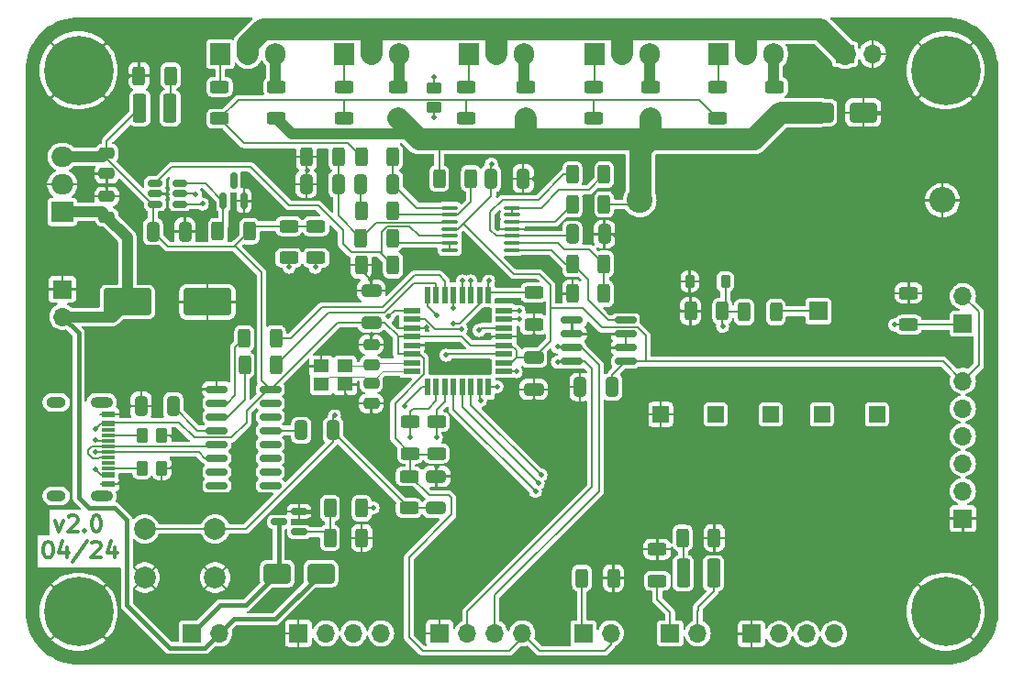
<source format=gbr>
%TF.GenerationSoftware,KiCad,Pcbnew,8.0.2*%
%TF.CreationDate,2024-05-17T16:49:14+02:00*%
%TF.ProjectId,CC_Load,43435f4c-6f61-4642-9e6b-696361645f70,rev?*%
%TF.SameCoordinates,Original*%
%TF.FileFunction,Copper,L1,Top*%
%TF.FilePolarity,Positive*%
%FSLAX46Y46*%
G04 Gerber Fmt 4.6, Leading zero omitted, Abs format (unit mm)*
G04 Created by KiCad (PCBNEW 8.0.2) date 2024-05-17 16:49:14*
%MOMM*%
%LPD*%
G01*
G04 APERTURE LIST*
G04 Aperture macros list*
%AMRoundRect*
0 Rectangle with rounded corners*
0 $1 Rounding radius*
0 $2 $3 $4 $5 $6 $7 $8 $9 X,Y pos of 4 corners*
0 Add a 4 corners polygon primitive as box body*
4,1,4,$2,$3,$4,$5,$6,$7,$8,$9,$2,$3,0*
0 Add four circle primitives for the rounded corners*
1,1,$1+$1,$2,$3*
1,1,$1+$1,$4,$5*
1,1,$1+$1,$6,$7*
1,1,$1+$1,$8,$9*
0 Add four rect primitives between the rounded corners*
20,1,$1+$1,$2,$3,$4,$5,0*
20,1,$1+$1,$4,$5,$6,$7,0*
20,1,$1+$1,$6,$7,$8,$9,0*
20,1,$1+$1,$8,$9,$2,$3,0*%
G04 Aperture macros list end*
%ADD10C,0.300000*%
%TA.AperFunction,NonConductor*%
%ADD11C,0.300000*%
%TD*%
%TA.AperFunction,SMDPad,CuDef*%
%ADD12RoundRect,0.250000X-0.625000X0.312500X-0.625000X-0.312500X0.625000X-0.312500X0.625000X0.312500X0*%
%TD*%
%TA.AperFunction,SMDPad,CuDef*%
%ADD13R,1.600000X0.550000*%
%TD*%
%TA.AperFunction,SMDPad,CuDef*%
%ADD14R,0.550000X1.600000*%
%TD*%
%TA.AperFunction,SMDPad,CuDef*%
%ADD15RoundRect,0.250000X1.000000X0.650000X-1.000000X0.650000X-1.000000X-0.650000X1.000000X-0.650000X0*%
%TD*%
%TA.AperFunction,SMDPad,CuDef*%
%ADD16RoundRect,0.250000X0.325000X0.650000X-0.325000X0.650000X-0.325000X-0.650000X0.325000X-0.650000X0*%
%TD*%
%TA.AperFunction,ComponentPad*%
%ADD17R,2.000000X1.905000*%
%TD*%
%TA.AperFunction,ComponentPad*%
%ADD18O,2.000000X1.905000*%
%TD*%
%TA.AperFunction,ComponentPad*%
%ADD19R,1.500000X1.500000*%
%TD*%
%TA.AperFunction,SMDPad,CuDef*%
%ADD20RoundRect,0.250000X-0.325000X-0.650000X0.325000X-0.650000X0.325000X0.650000X-0.325000X0.650000X0*%
%TD*%
%TA.AperFunction,SMDPad,CuDef*%
%ADD21RoundRect,0.150000X-0.825000X-0.150000X0.825000X-0.150000X0.825000X0.150000X-0.825000X0.150000X0*%
%TD*%
%TA.AperFunction,SMDPad,CuDef*%
%ADD22RoundRect,0.250000X0.312500X0.625000X-0.312500X0.625000X-0.312500X-0.625000X0.312500X-0.625000X0*%
%TD*%
%TA.AperFunction,ComponentPad*%
%ADD23C,6.400000*%
%TD*%
%TA.AperFunction,SMDPad,CuDef*%
%ADD24RoundRect,0.250000X-0.312500X-0.625000X0.312500X-0.625000X0.312500X0.625000X-0.312500X0.625000X0*%
%TD*%
%TA.AperFunction,ComponentPad*%
%ADD25R,1.700000X1.700000*%
%TD*%
%TA.AperFunction,ComponentPad*%
%ADD26O,1.700000X1.700000*%
%TD*%
%TA.AperFunction,SMDPad,CuDef*%
%ADD27R,1.400000X1.200000*%
%TD*%
%TA.AperFunction,SMDPad,CuDef*%
%ADD28RoundRect,0.150000X0.150000X-0.587500X0.150000X0.587500X-0.150000X0.587500X-0.150000X-0.587500X0*%
%TD*%
%TA.AperFunction,SMDPad,CuDef*%
%ADD29RoundRect,0.250000X0.262500X0.450000X-0.262500X0.450000X-0.262500X-0.450000X0.262500X-0.450000X0*%
%TD*%
%TA.AperFunction,ComponentPad*%
%ADD30R,1.905000X2.000000*%
%TD*%
%TA.AperFunction,ComponentPad*%
%ADD31O,1.905000X2.000000*%
%TD*%
%TA.AperFunction,SMDPad,CuDef*%
%ADD32RoundRect,0.250000X0.475000X-0.250000X0.475000X0.250000X-0.475000X0.250000X-0.475000X-0.250000X0*%
%TD*%
%TA.AperFunction,SMDPad,CuDef*%
%ADD33RoundRect,0.250000X0.625000X-0.312500X0.625000X0.312500X-0.625000X0.312500X-0.625000X-0.312500X0*%
%TD*%
%TA.AperFunction,SMDPad,CuDef*%
%ADD34RoundRect,0.250000X-0.650000X0.325000X-0.650000X-0.325000X0.650000X-0.325000X0.650000X0.325000X0*%
%TD*%
%TA.AperFunction,SMDPad,CuDef*%
%ADD35RoundRect,0.250000X0.375000X1.075000X-0.375000X1.075000X-0.375000X-1.075000X0.375000X-1.075000X0*%
%TD*%
%TA.AperFunction,SMDPad,CuDef*%
%ADD36RoundRect,0.150000X-0.512500X-0.150000X0.512500X-0.150000X0.512500X0.150000X-0.512500X0.150000X0*%
%TD*%
%TA.AperFunction,SMDPad,CuDef*%
%ADD37RoundRect,0.100000X-0.637500X-0.100000X0.637500X-0.100000X0.637500X0.100000X-0.637500X0.100000X0*%
%TD*%
%TA.AperFunction,SMDPad,CuDef*%
%ADD38R,1.240000X0.600000*%
%TD*%
%TA.AperFunction,SMDPad,CuDef*%
%ADD39R,1.240000X0.300000*%
%TD*%
%TA.AperFunction,ComponentPad*%
%ADD40O,2.100000X1.000000*%
%TD*%
%TA.AperFunction,ComponentPad*%
%ADD41O,1.800000X1.000000*%
%TD*%
%TA.AperFunction,ComponentPad*%
%ADD42C,2.400000*%
%TD*%
%TA.AperFunction,ComponentPad*%
%ADD43O,2.400000X2.400000*%
%TD*%
%TA.AperFunction,SMDPad,CuDef*%
%ADD44RoundRect,0.250000X-0.475000X0.250000X-0.475000X-0.250000X0.475000X-0.250000X0.475000X0.250000X0*%
%TD*%
%TA.AperFunction,SMDPad,CuDef*%
%ADD45RoundRect,0.250000X-0.375000X-1.075000X0.375000X-1.075000X0.375000X1.075000X-0.375000X1.075000X0*%
%TD*%
%TA.AperFunction,SMDPad,CuDef*%
%ADD46RoundRect,0.225000X0.225000X0.375000X-0.225000X0.375000X-0.225000X-0.375000X0.225000X-0.375000X0*%
%TD*%
%TA.AperFunction,SMDPad,CuDef*%
%ADD47RoundRect,0.250000X-1.950000X-1.000000X1.950000X-1.000000X1.950000X1.000000X-1.950000X1.000000X0*%
%TD*%
%TA.AperFunction,ComponentPad*%
%ADD48C,2.000000*%
%TD*%
%TA.AperFunction,SMDPad,CuDef*%
%ADD49RoundRect,0.250000X0.650000X-0.325000X0.650000X0.325000X-0.650000X0.325000X-0.650000X-0.325000X0*%
%TD*%
%TA.AperFunction,SMDPad,CuDef*%
%ADD50RoundRect,0.150000X0.587500X0.150000X-0.587500X0.150000X-0.587500X-0.150000X0.587500X-0.150000X0*%
%TD*%
%TA.AperFunction,SMDPad,CuDef*%
%ADD51RoundRect,0.250000X-0.450000X0.262500X-0.450000X-0.262500X0.450000X-0.262500X0.450000X0.262500X0*%
%TD*%
%TA.AperFunction,ViaPad*%
%ADD52C,0.500000*%
%TD*%
%TA.AperFunction,Conductor*%
%ADD53C,0.200000*%
%TD*%
%TA.AperFunction,Conductor*%
%ADD54C,0.400000*%
%TD*%
%TA.AperFunction,Conductor*%
%ADD55C,1.000000*%
%TD*%
%TA.AperFunction,Conductor*%
%ADD56C,0.100000*%
%TD*%
%TA.AperFunction,Conductor*%
%ADD57C,2.000000*%
%TD*%
G04 APERTURE END LIST*
D10*
D11*
X92119001Y-108525328D02*
X92261858Y-108525328D01*
X92261858Y-108525328D02*
X92404715Y-108596757D01*
X92404715Y-108596757D02*
X92476144Y-108668185D01*
X92476144Y-108668185D02*
X92547572Y-108811042D01*
X92547572Y-108811042D02*
X92619001Y-109096757D01*
X92619001Y-109096757D02*
X92619001Y-109453900D01*
X92619001Y-109453900D02*
X92547572Y-109739614D01*
X92547572Y-109739614D02*
X92476144Y-109882471D01*
X92476144Y-109882471D02*
X92404715Y-109953900D01*
X92404715Y-109953900D02*
X92261858Y-110025328D01*
X92261858Y-110025328D02*
X92119001Y-110025328D01*
X92119001Y-110025328D02*
X91976144Y-109953900D01*
X91976144Y-109953900D02*
X91904715Y-109882471D01*
X91904715Y-109882471D02*
X91833286Y-109739614D01*
X91833286Y-109739614D02*
X91761858Y-109453900D01*
X91761858Y-109453900D02*
X91761858Y-109096757D01*
X91761858Y-109096757D02*
X91833286Y-108811042D01*
X91833286Y-108811042D02*
X91904715Y-108668185D01*
X91904715Y-108668185D02*
X91976144Y-108596757D01*
X91976144Y-108596757D02*
X92119001Y-108525328D01*
X93904715Y-109025328D02*
X93904715Y-110025328D01*
X93547572Y-108453900D02*
X93190429Y-109525328D01*
X93190429Y-109525328D02*
X94119000Y-109525328D01*
X95761857Y-108453900D02*
X94476143Y-110382471D01*
X96190429Y-108668185D02*
X96261857Y-108596757D01*
X96261857Y-108596757D02*
X96404715Y-108525328D01*
X96404715Y-108525328D02*
X96761857Y-108525328D01*
X96761857Y-108525328D02*
X96904715Y-108596757D01*
X96904715Y-108596757D02*
X96976143Y-108668185D01*
X96976143Y-108668185D02*
X97047572Y-108811042D01*
X97047572Y-108811042D02*
X97047572Y-108953900D01*
X97047572Y-108953900D02*
X96976143Y-109168185D01*
X96976143Y-109168185D02*
X96119000Y-110025328D01*
X96119000Y-110025328D02*
X97047572Y-110025328D01*
X98333286Y-109025328D02*
X98333286Y-110025328D01*
X97976143Y-108453900D02*
X97619000Y-109525328D01*
X97619000Y-109525328D02*
X98547571Y-109525328D01*
D10*
D11*
X92853143Y-106612328D02*
X93210286Y-107612328D01*
X93210286Y-107612328D02*
X93567429Y-106612328D01*
X94067429Y-106255185D02*
X94138857Y-106183757D01*
X94138857Y-106183757D02*
X94281715Y-106112328D01*
X94281715Y-106112328D02*
X94638857Y-106112328D01*
X94638857Y-106112328D02*
X94781715Y-106183757D01*
X94781715Y-106183757D02*
X94853143Y-106255185D01*
X94853143Y-106255185D02*
X94924572Y-106398042D01*
X94924572Y-106398042D02*
X94924572Y-106540900D01*
X94924572Y-106540900D02*
X94853143Y-106755185D01*
X94853143Y-106755185D02*
X93996000Y-107612328D01*
X93996000Y-107612328D02*
X94924572Y-107612328D01*
X95567428Y-107469471D02*
X95638857Y-107540900D01*
X95638857Y-107540900D02*
X95567428Y-107612328D01*
X95567428Y-107612328D02*
X95496000Y-107540900D01*
X95496000Y-107540900D02*
X95567428Y-107469471D01*
X95567428Y-107469471D02*
X95567428Y-107612328D01*
X96567429Y-106112328D02*
X96710286Y-106112328D01*
X96710286Y-106112328D02*
X96853143Y-106183757D01*
X96853143Y-106183757D02*
X96924572Y-106255185D01*
X96924572Y-106255185D02*
X96996000Y-106398042D01*
X96996000Y-106398042D02*
X97067429Y-106683757D01*
X97067429Y-106683757D02*
X97067429Y-107040900D01*
X97067429Y-107040900D02*
X96996000Y-107326614D01*
X96996000Y-107326614D02*
X96924572Y-107469471D01*
X96924572Y-107469471D02*
X96853143Y-107540900D01*
X96853143Y-107540900D02*
X96710286Y-107612328D01*
X96710286Y-107612328D02*
X96567429Y-107612328D01*
X96567429Y-107612328D02*
X96424572Y-107540900D01*
X96424572Y-107540900D02*
X96353143Y-107469471D01*
X96353143Y-107469471D02*
X96281714Y-107326614D01*
X96281714Y-107326614D02*
X96210286Y-107040900D01*
X96210286Y-107040900D02*
X96210286Y-106683757D01*
X96210286Y-106683757D02*
X96281714Y-106398042D01*
X96281714Y-106398042D02*
X96353143Y-106255185D01*
X96353143Y-106255185D02*
X96424572Y-106183757D01*
X96424572Y-106183757D02*
X96567429Y-106112328D01*
D12*
%TO.P,R18,1*%
%TO.N,SHUNT_TEMP_UC*%
X137000000Y-85537500D03*
%TO.P,R18,2*%
%TO.N,GND*%
X137000000Y-88462500D03*
%TD*%
D13*
%TO.P,U4,1,PD3*%
%TO.N,FAN_OUT*%
X125750000Y-87200000D03*
%TO.P,U4,2,PD4*%
%TO.N,/PIN_04*%
X125750000Y-88000000D03*
%TO.P,U4,3,GND*%
%TO.N,GND*%
X125750000Y-88800000D03*
%TO.P,U4,4,VCC*%
%TO.N,+5V*%
X125750000Y-89600000D03*
%TO.P,U4,5,GND*%
%TO.N,GND*%
X125750000Y-90400000D03*
%TO.P,U4,6,VCC*%
%TO.N,+5V*%
X125750000Y-91200000D03*
%TO.P,U4,7,XTAL1/PB6*%
%TO.N,XTAL1_UC*%
X125750000Y-92000000D03*
%TO.P,U4,8,XTAL2/PB7*%
%TO.N,XTAL2_UC*%
X125750000Y-92800000D03*
D14*
%TO.P,U4,9,PD5*%
%TO.N,ENCODER_SW*%
X127200000Y-94250000D03*
%TO.P,U4,10,PD6*%
%TO.N,ENCODER_B*%
X128000000Y-94250000D03*
%TO.P,U4,11,PD7*%
%TO.N,ENCODER_A*%
X128800000Y-94250000D03*
%TO.P,U4,12,PB0*%
%TO.N,PIN_08_UC*%
X129600000Y-94250000D03*
%TO.P,U4,13,PB1*%
%TO.N,PIN_09_UC*%
X130400000Y-94250000D03*
%TO.P,U4,14,PB2*%
%TO.N,PIN_10_UC*%
X131200000Y-94250000D03*
%TO.P,U4,15,PB3*%
%TO.N,SPI_MOSI_UC*%
X132000000Y-94250000D03*
%TO.P,U4,16,PB4*%
%TO.N,SPI_MISO_UC*%
X132800000Y-94250000D03*
D13*
%TO.P,U4,17,PB5*%
%TO.N,SPI_SCLK_UC*%
X134250000Y-92800000D03*
%TO.P,U4,18,AVCC*%
%TO.N,+5V*%
X134250000Y-92000000D03*
%TO.P,U4,19,ADC6*%
%TO.N,/ADC_06*%
X134250000Y-91200000D03*
%TO.P,U4,20,AREF*%
%TO.N,+5V*%
X134250000Y-90400000D03*
%TO.P,U4,21,GND*%
%TO.N,GND*%
X134250000Y-89600000D03*
%TO.P,U4,22,ADC7*%
%TO.N,/ADC_07*%
X134250000Y-88800000D03*
%TO.P,U4,23,PC0*%
%TO.N,V_SENSE_UC*%
X134250000Y-88000000D03*
%TO.P,U4,24,PC1*%
%TO.N,TEMP_SENSE_UC*%
X134250000Y-87200000D03*
D14*
%TO.P,U4,25,PC2*%
%TO.N,SHUNT_TEMP_UC*%
X132800000Y-85750000D03*
%TO.P,U4,26,PC3*%
%TO.N,/ADC_03*%
X132000000Y-85750000D03*
%TO.P,U4,27,PC4*%
%TO.N,I2C_SDA*%
X131200000Y-85750000D03*
%TO.P,U4,28,PC5*%
%TO.N,I2C_SCL*%
X130400000Y-85750000D03*
%TO.P,U4,29,~{RESET}/PC6*%
%TO.N,RST_UC*%
X129600000Y-85750000D03*
%TO.P,U4,30,PD0*%
%TO.N,RXD_UC*%
X128800000Y-85750000D03*
%TO.P,U4,31,PD1*%
%TO.N,TXD_UC*%
X128000000Y-85750000D03*
%TO.P,U4,32,PD2*%
%TO.N,LED_OUT*%
X127200000Y-85750000D03*
%TD*%
D15*
%TO.P,D1,1,K*%
%TO.N,+12V*%
X117350000Y-111500000D03*
%TO.P,D1,2,A*%
%TO.N,/FAN_NEG*%
X113350000Y-111500000D03*
%TD*%
D12*
%TO.P,R19,1*%
%TO.N,ENCODER_B*%
X125603000Y-97470500D03*
%TO.P,R19,2*%
%TO.N,+5V*%
X125603000Y-100395500D03*
%TD*%
%TO.P,R22,1*%
%TO.N,Net-(Q2-G)*%
X108000000Y-66537500D03*
%TO.P,R22,2*%
%TO.N,Net-(R22-Pad2)*%
X108000000Y-69462500D03*
%TD*%
D16*
%TO.P,C12,1*%
%TO.N,+5V*%
X144225000Y-94250000D03*
%TO.P,C12,2*%
%TO.N,GND*%
X141275000Y-94250000D03*
%TD*%
D17*
%TO.P,U1,1,VI*%
%TO.N,+12V*%
X93500000Y-78080000D03*
D18*
%TO.P,U1,2,GND*%
%TO.N,GND*%
X93500000Y-75540000D03*
%TO.P,U1,3,VO*%
%TO.N,+5V*%
X93500000Y-73000000D03*
%TD*%
D12*
%TO.P,R30,1*%
%TO.N,Net-(Q3-S)*%
X124500000Y-66537500D03*
%TO.P,R30,2*%
%TO.N,/CURR_SHUNT*%
X124500000Y-69462500D03*
%TD*%
D19*
%TO.P,TP4,1,1*%
%TO.N,/PIN_04*%
X153797000Y-96774000D03*
%TD*%
D20*
%TO.P,C11,1*%
%TO.N,Net-(C11-Pad1)*%
X121062500Y-75500000D03*
%TO.P,C11,2*%
%TO.N,Net-(C11-Pad2)*%
X124012500Y-75500000D03*
%TD*%
D21*
%TO.P,U3,1,GND*%
%TO.N,GND*%
X107750000Y-94460000D03*
%TO.P,U3,2,TXD*%
%TO.N,Net-(U3-TXD)*%
X107750000Y-95730000D03*
%TO.P,U3,3,RXD*%
%TO.N,Net-(U3-RXD)*%
X107750000Y-97000000D03*
%TO.P,U3,4,V3*%
%TO.N,Net-(U3-V3)*%
X107750000Y-98270000D03*
%TO.P,U3,5,UD+*%
%TO.N,/USB_D+*%
X107750000Y-99540000D03*
%TO.P,U3,6,UD-*%
%TO.N,/USB_D-*%
X107750000Y-100810000D03*
%TO.P,U3,7,NC*%
%TO.N,unconnected-(U3-NC-Pad7)*%
X107750000Y-102080000D03*
%TO.P,U3,8,NC*%
%TO.N,unconnected-(U3-NC-Pad8)*%
X107750000Y-103350000D03*
%TO.P,U3,9,~{CTS}*%
%TO.N,unconnected-(U3-~{CTS}-Pad9)*%
X112700000Y-103350000D03*
%TO.P,U3,10,~{DSR}*%
%TO.N,unconnected-(U3-~{DSR}-Pad10)*%
X112700000Y-102080000D03*
%TO.P,U3,11,~{RI}*%
%TO.N,unconnected-(U3-~{RI}-Pad11)*%
X112700000Y-100810000D03*
%TO.P,U3,12,~{DCD}*%
%TO.N,unconnected-(U3-~{DCD}-Pad12)*%
X112700000Y-99540000D03*
%TO.P,U3,13,~{DTR}*%
%TO.N,Net-(U3-~{DTR})*%
X112700000Y-98270000D03*
%TO.P,U3,14,~{RTS}*%
%TO.N,unconnected-(U3-~{RTS}-Pad14)*%
X112700000Y-97000000D03*
%TO.P,U3,15,R232*%
%TO.N,unconnected-(U3-R232-Pad15)*%
X112700000Y-95730000D03*
%TO.P,U3,16,VCC*%
%TO.N,+5V*%
X112700000Y-94460000D03*
%TD*%
D22*
%TO.P,R10,1*%
%TO.N,GND*%
X121125000Y-108200000D03*
%TO.P,R10,2*%
%TO.N,/FAN_OUT_GATE*%
X118200000Y-108200000D03*
%TD*%
D23*
%TO.P,H4,1,1*%
%TO.N,GND*%
X175000000Y-115000000D03*
%TD*%
D21*
%TO.P,U5,1,A1*%
%TO.N,GND*%
X140525000Y-88095000D03*
%TO.P,U5,2,A0*%
X140525000Y-89365000D03*
%TO.P,U5,3,SDA*%
%TO.N,I2C_SDA*%
X140525000Y-90635000D03*
%TO.P,U5,4,SCL*%
%TO.N,I2C_SCL*%
X140525000Y-91905000D03*
%TO.P,U5,5,VS*%
%TO.N,+5V*%
X145475000Y-91905000D03*
%TO.P,U5,6,GND*%
%TO.N,GND*%
X145475000Y-90635000D03*
%TO.P,U5,7,IN-*%
X145475000Y-89365000D03*
%TO.P,U5,8,IN+*%
%TO.N,/CURR_SENSE_UC*%
X145475000Y-88095000D03*
%TD*%
D24*
%TO.P,R8,1*%
%TO.N,GND*%
X100575000Y-65500000D03*
%TO.P,R8,2*%
%TO.N,Net-(D2-K)*%
X103500000Y-65500000D03*
%TD*%
D22*
%TO.P,R27,1*%
%TO.N,Net-(U2A--)*%
X124000000Y-78000000D03*
%TO.P,R27,2*%
%TO.N,Net-(C11-Pad1)*%
X121075000Y-78000000D03*
%TD*%
D25*
%TO.P,J7,1,Pin_1*%
%TO.N,/LOAD_POS*%
X165710000Y-63500000D03*
D26*
%TO.P,J7,2,Pin_2*%
%TO.N,GND*%
X168250000Y-63500000D03*
%TD*%
D27*
%TO.P,Y1,1,1*%
%TO.N,XTAL1_UC*%
X119600000Y-92325000D03*
%TO.P,Y1,2,2*%
%TO.N,GND*%
X117400000Y-92325000D03*
%TO.P,Y1,3,3*%
%TO.N,XTAL2_UC*%
X117400000Y-94025000D03*
%TO.P,Y1,4,4*%
%TO.N,GND*%
X119600000Y-94025000D03*
%TD*%
D28*
%TO.P,U7,1,V+*%
%TO.N,+2.048V*%
X108362500Y-77037500D03*
%TO.P,U7,2,V-*%
%TO.N,GND*%
X110262500Y-77037500D03*
%TO.P,U7,3,NC*%
%TO.N,unconnected-(U7-NC-Pad3)*%
X109312500Y-75162500D03*
%TD*%
D23*
%TO.P,H3,1,1*%
%TO.N,GND*%
X95000000Y-115000000D03*
%TD*%
D25*
%TO.P,J2,1,Pin_1*%
%TO.N,/FAN_NEG*%
X105460000Y-117000000D03*
D26*
%TO.P,J2,2,Pin_2*%
%TO.N,+12V*%
X108000000Y-117000000D03*
%TD*%
D25*
%TO.P,J4,1,Pin_1*%
%TO.N,/PWR_LED_K*%
X141580000Y-117000000D03*
D26*
%TO.P,J4,2,Pin_2*%
%TO.N,+5V*%
X144120000Y-117000000D03*
%TD*%
D22*
%TO.P,R39,1*%
%TO.N,Net-(U2C--)*%
X143497500Y-85637000D03*
%TO.P,R39,2*%
%TO.N,GND*%
X140572500Y-85637000D03*
%TD*%
D29*
%TO.P,R3,1*%
%TO.N,GND*%
X102662500Y-101750000D03*
%TO.P,R3,2*%
%TO.N,Net-(J5-CC2)*%
X100837500Y-101750000D03*
%TD*%
D30*
%TO.P,Q5,1,G*%
%TO.N,Net-(Q5-G)*%
X142580000Y-63500000D03*
D31*
%TO.P,Q5,2,D*%
%TO.N,/LOAD_POS*%
X145120000Y-63500000D03*
%TO.P,Q5,3,S*%
%TO.N,Net-(Q5-S)*%
X147660000Y-63500000D03*
%TD*%
D29*
%TO.P,R1,1*%
%TO.N,GND*%
X102662500Y-98750000D03*
%TO.P,R1,2*%
%TO.N,Net-(J5-CC1)*%
X100837500Y-98750000D03*
%TD*%
D20*
%TO.P,C1,1*%
%TO.N,GND*%
X100775000Y-96000000D03*
%TO.P,C1,2*%
%TO.N,Net-(U3-V3)*%
X103725000Y-96000000D03*
%TD*%
D30*
%TO.P,Q6,1,G*%
%TO.N,Net-(Q6-G)*%
X154080000Y-63500000D03*
D31*
%TO.P,Q6,2,D*%
%TO.N,/LOAD_POS*%
X156620000Y-63500000D03*
%TO.P,Q6,3,S*%
%TO.N,Net-(Q6-S)*%
X159160000Y-63500000D03*
%TD*%
D32*
%TO.P,C13,1*%
%TO.N,XTAL1_UC*%
X122000000Y-92225000D03*
%TO.P,C13,2*%
%TO.N,GND*%
X122000000Y-90325000D03*
%TD*%
D20*
%TO.P,C15,1*%
%TO.N,Net-(U2C-+)*%
X140560000Y-80137000D03*
%TO.P,C15,2*%
%TO.N,GND*%
X143510000Y-80137000D03*
%TD*%
D30*
%TO.P,Q2,1,G*%
%TO.N,Net-(Q2-G)*%
X108080000Y-63500000D03*
D31*
%TO.P,Q2,2,D*%
%TO.N,/LOAD_POS*%
X110620000Y-63500000D03*
%TO.P,Q2,3,S*%
%TO.N,Net-(Q2-S)*%
X113160000Y-63500000D03*
%TD*%
D33*
%TO.P,R13,1*%
%TO.N,I2C_SCL*%
X114400000Y-82325000D03*
%TO.P,R13,2*%
%TO.N,+5V*%
X114400000Y-79400000D03*
%TD*%
D12*
%TO.P,R41,1*%
%TO.N,GND*%
X148400000Y-109237500D03*
%TO.P,R41,2*%
%TO.N,Net-(J10-Pin_1)*%
X148400000Y-112162500D03*
%TD*%
D33*
%TO.P,R14,1*%
%TO.N,I2C_SDA*%
X116900000Y-82325000D03*
%TO.P,R14,2*%
%TO.N,+5V*%
X116900000Y-79400000D03*
%TD*%
D34*
%TO.P,C8,1*%
%TO.N,+5V*%
X137000000Y-91525000D03*
%TO.P,C8,2*%
%TO.N,GND*%
X137000000Y-94475000D03*
%TD*%
D12*
%TO.P,R25,1*%
%TO.N,Net-(Q5-G)*%
X142500000Y-66537500D03*
%TO.P,R25,2*%
%TO.N,Net-(R22-Pad2)*%
X142500000Y-69462500D03*
%TD*%
D20*
%TO.P,C2,1*%
%TO.N,+5V*%
X133062500Y-75000000D03*
%TO.P,C2,2*%
%TO.N,GND*%
X136012500Y-75000000D03*
%TD*%
D22*
%TO.P,R11,1*%
%TO.N,GND*%
X153662500Y-108200000D03*
%TO.P,R11,2*%
%TO.N,Net-(D4-K)*%
X150737500Y-108200000D03*
%TD*%
%TO.P,R38,1*%
%TO.N,Net-(U2C--)*%
X143497500Y-82887000D03*
%TO.P,R38,2*%
%TO.N,/CURR_SENSE_UC*%
X140572500Y-82887000D03*
%TD*%
D19*
%TO.P,TP3,1,1*%
%TO.N,/ADC_03*%
X158877000Y-96774000D03*
%TD*%
D25*
%TO.P,J12,1,Pin_1*%
%TO.N,GND*%
X157110000Y-117050000D03*
D26*
%TO.P,J12,2,Pin_2*%
%TO.N,PIN_08_UC*%
X159650000Y-117050000D03*
%TO.P,J12,3,Pin_3*%
%TO.N,PIN_09_UC*%
X162190000Y-117050000D03*
%TO.P,J12,4,Pin_4*%
%TO.N,PIN_10_UC*%
X164730000Y-117050000D03*
%TD*%
D35*
%TO.P,D2,1,K*%
%TO.N,Net-(D2-K)*%
X103437500Y-68500000D03*
%TO.P,D2,2,A*%
%TO.N,+5V*%
X100637500Y-68500000D03*
%TD*%
D22*
%TO.P,R17,1*%
%TO.N,CURR_SET_OPAMP*%
X118962500Y-73000000D03*
%TO.P,R17,2*%
%TO.N,GND*%
X116037500Y-73000000D03*
%TD*%
D25*
%TO.P,J10,1,Pin_1*%
%TO.N,Net-(J10-Pin_1)*%
X149595000Y-117000000D03*
D26*
%TO.P,J10,2,Pin_2*%
%TO.N,LED_OUT*%
X152135000Y-117000000D03*
%TD*%
D23*
%TO.P,H1,1,1*%
%TO.N,GND*%
X95000000Y-65000000D03*
%TD*%
D12*
%TO.P,R31,1*%
%TO.N,Net-(Q4-S)*%
X136250000Y-66537500D03*
%TO.P,R31,2*%
%TO.N,/CURR_SHUNT*%
X136250000Y-69462500D03*
%TD*%
D15*
%TO.P,D5,1,K*%
%TO.N,GND*%
X167400000Y-68900000D03*
%TO.P,D5,2,A*%
%TO.N,/CURR_SHUNT*%
X163400000Y-68900000D03*
%TD*%
D36*
%TO.P,U6,1,VOUT*%
%TO.N,CURR_SET_UC*%
X102062500Y-75450000D03*
%TO.P,U6,2,VSS*%
%TO.N,GND*%
X102062500Y-76400000D03*
%TO.P,U6,3,VDD*%
%TO.N,+5V*%
X102062500Y-77350000D03*
%TO.P,U6,4,SDA*%
%TO.N,I2C_SDA*%
X104337500Y-77350000D03*
%TO.P,U6,5,SCL*%
%TO.N,I2C_SCL*%
X104337500Y-76400000D03*
%TO.P,U6,6,A0*%
%TO.N,+2.048V*%
X104337500Y-75450000D03*
%TD*%
D37*
%TO.P,U2,1*%
%TO.N,Net-(C11-Pad2)*%
X129262500Y-77700000D03*
%TO.P,U2,2,-*%
%TO.N,Net-(U2A--)*%
X129262500Y-78350000D03*
%TO.P,U2,3,+*%
%TO.N,CURR_SET_OPAMP*%
X129262500Y-79000000D03*
%TO.P,U2,4,V+*%
%TO.N,+5V*%
X129262500Y-79650000D03*
%TO.P,U2,5,+*%
%TO.N,CURR_SET_UC*%
X129262500Y-80300000D03*
%TO.P,U2,6,-*%
%TO.N,Net-(U2B--)*%
X129262500Y-80950000D03*
%TO.P,U2,7*%
X129262500Y-81600000D03*
%TO.P,U2,8*%
%TO.N,/CURR_SENSE_UC*%
X134987500Y-81600000D03*
%TO.P,U2,9,-*%
%TO.N,Net-(U2C--)*%
X134987500Y-80950000D03*
%TO.P,U2,10,+*%
%TO.N,Net-(U2C-+)*%
X134987500Y-80300000D03*
%TO.P,U2,11,V-*%
%TO.N,GND*%
X134987500Y-79650000D03*
%TO.P,U2,12,+*%
%TO.N,Net-(U2D-+)*%
X134987500Y-79000000D03*
%TO.P,U2,13,-*%
%TO.N,Net-(U2D--)*%
X134987500Y-78350000D03*
%TO.P,U2,14*%
X134987500Y-77700000D03*
%TD*%
D19*
%TO.P,TP5,1,1*%
%TO.N,GND*%
X148717000Y-96774000D03*
%TD*%
D33*
%TO.P,R21,1*%
%TO.N,RST_UC*%
X125500000Y-105425000D03*
%TO.P,R21,2*%
%TO.N,+5V*%
X125500000Y-102500000D03*
%TD*%
D24*
%TO.P,R40,1*%
%TO.N,+2.048V*%
X107850000Y-79850000D03*
%TO.P,R40,2*%
%TO.N,+5V*%
X110775000Y-79850000D03*
%TD*%
D12*
%TO.P,R26,1*%
%TO.N,Net-(Q6-G)*%
X154000000Y-66537500D03*
%TO.P,R26,2*%
%TO.N,Net-(R22-Pad2)*%
X154000000Y-69462500D03*
%TD*%
D30*
%TO.P,Q4,1,G*%
%TO.N,Net-(Q4-G)*%
X131040000Y-63500000D03*
D31*
%TO.P,Q4,2,D*%
%TO.N,/LOAD_POS*%
X133580000Y-63500000D03*
%TO.P,Q4,3,S*%
%TO.N,Net-(Q4-S)*%
X136120000Y-63500000D03*
%TD*%
D30*
%TO.P,Q3,1,G*%
%TO.N,Net-(Q3-G)*%
X119500000Y-63500000D03*
D31*
%TO.P,Q3,2,D*%
%TO.N,/LOAD_POS*%
X122040000Y-63500000D03*
%TO.P,Q3,3,S*%
%TO.N,Net-(Q3-S)*%
X124580000Y-63500000D03*
%TD*%
D22*
%TO.P,R34,1*%
%TO.N,Net-(U2A--)*%
X131200000Y-75000000D03*
%TO.P,R34,2*%
%TO.N,/CURR_SHUNT*%
X128275000Y-75000000D03*
%TD*%
D24*
%TO.P,R6,1*%
%TO.N,/FAN_OUT_GATE*%
X118200000Y-105450000D03*
%TO.P,R6,2*%
%TO.N,FAN_OUT*%
X121125000Y-105450000D03*
%TD*%
D38*
%TO.P,J5,A1,GND*%
%TO.N,GND*%
X97725000Y-96800000D03*
%TO.P,J5,A4,VBUS*%
%TO.N,+5V*%
X97725000Y-97600000D03*
D39*
%TO.P,J5,A5,CC1*%
%TO.N,Net-(J5-CC1)*%
X97725000Y-98750000D03*
%TO.P,J5,A6,D+*%
%TO.N,/USB_D+*%
X97725000Y-99750000D03*
%TO.P,J5,A7,D-*%
%TO.N,/USB_D-*%
X97725000Y-100250000D03*
%TO.P,J5,A8,SBU1*%
%TO.N,unconnected-(J5-SBU1-PadA8)*%
X97725000Y-101250000D03*
D38*
%TO.P,J5,A9,VBUS*%
%TO.N,+5V*%
X97725000Y-102400000D03*
%TO.P,J5,A12,GND*%
%TO.N,GND*%
X97725000Y-103200000D03*
%TO.P,J5,B1,GND*%
X97725000Y-103200000D03*
%TO.P,J5,B4,VBUS*%
%TO.N,+5V*%
X97725000Y-102400000D03*
D39*
%TO.P,J5,B5,CC2*%
%TO.N,Net-(J5-CC2)*%
X97725000Y-101750000D03*
%TO.P,J5,B6,D+*%
%TO.N,/USB_D+*%
X97725000Y-100750000D03*
%TO.P,J5,B7,D-*%
%TO.N,/USB_D-*%
X97725000Y-99250000D03*
%TO.P,J5,B8,SBU2*%
%TO.N,unconnected-(J5-SBU2-PadB8)*%
X97725000Y-98250000D03*
D38*
%TO.P,J5,B9,VBUS*%
%TO.N,+5V*%
X97725000Y-97600000D03*
%TO.P,J5,B12,GND*%
%TO.N,GND*%
X97725000Y-96800000D03*
D40*
%TO.P,J5,S1,SHIELD*%
%TO.N,unconnected-(J5-SHIELD-PadS1)_2*%
X97125000Y-95680000D03*
D41*
%TO.N,unconnected-(J5-SHIELD-PadS1)_0*%
X92925000Y-95680000D03*
D40*
%TO.N,unconnected-(J5-SHIELD-PadS1)_1*%
X97125000Y-104320000D03*
D41*
%TO.N,unconnected-(J5-SHIELD-PadS1)*%
X92925000Y-104320000D03*
%TD*%
D25*
%TO.P,J1,1,Pin_1*%
%TO.N,Net-(J1-Pin_1)*%
X163250000Y-87250000D03*
%TD*%
D42*
%TO.P,R37,1*%
%TO.N,/CURR_SHUNT*%
X146780000Y-77000000D03*
D43*
%TO.P,R37,2*%
%TO.N,GND*%
X174720000Y-77000000D03*
%TD*%
D23*
%TO.P,H2,1,1*%
%TO.N,GND*%
X175000000Y-65000000D03*
%TD*%
D12*
%TO.P,R23,1*%
%TO.N,Net-(Q3-G)*%
X119500000Y-66537500D03*
%TO.P,R23,2*%
%TO.N,Net-(R22-Pad2)*%
X119500000Y-69462500D03*
%TD*%
D24*
%TO.P,R9,1*%
%TO.N,GND*%
X151475000Y-87250000D03*
%TO.P,R9,2*%
%TO.N,V_SENSE_UC*%
X154400000Y-87250000D03*
%TD*%
D12*
%TO.P,R32,1*%
%TO.N,Net-(Q5-S)*%
X147750000Y-66537500D03*
%TO.P,R32,2*%
%TO.N,/CURR_SHUNT*%
X147750000Y-69462500D03*
%TD*%
D25*
%TO.P,J3,1,Pin_1*%
%TO.N,GND*%
X93500000Y-85225000D03*
D26*
%TO.P,J3,2,Pin_2*%
%TO.N,+12V*%
X93500000Y-87765000D03*
%TD*%
D44*
%TO.P,C5,1*%
%TO.N,+5V*%
X97600000Y-72650000D03*
%TO.P,C5,2*%
%TO.N,GND*%
X97600000Y-74550000D03*
%TD*%
D32*
%TO.P,C4,1*%
%TO.N,+12V*%
X97600000Y-78550000D03*
%TO.P,C4,2*%
%TO.N,GND*%
X97600000Y-76650000D03*
%TD*%
D44*
%TO.P,C14,1*%
%TO.N,XTAL2_UC*%
X122000000Y-93875000D03*
%TO.P,C14,2*%
%TO.N,GND*%
X122000000Y-95775000D03*
%TD*%
D33*
%TO.P,R12,1*%
%TO.N,TEMP_SENSE_UC*%
X171600000Y-88500000D03*
%TO.P,R12,2*%
%TO.N,GND*%
X171600000Y-85575000D03*
%TD*%
D24*
%TO.P,R35,1*%
%TO.N,Net-(U2D-+)*%
X140572500Y-77387000D03*
%TO.P,R35,2*%
%TO.N,/CURR_SHUNT*%
X143497500Y-77387000D03*
%TD*%
D45*
%TO.P,D4,1,K*%
%TO.N,Net-(D4-K)*%
X150800000Y-111450000D03*
%TO.P,D4,2,A*%
%TO.N,LED_OUT*%
X153600000Y-111450000D03*
%TD*%
D22*
%TO.P,R28,1*%
%TO.N,Net-(C11-Pad2)*%
X124000000Y-73000000D03*
%TO.P,R28,2*%
%TO.N,Net-(R22-Pad2)*%
X121075000Y-73000000D03*
%TD*%
D20*
%TO.P,C6,1*%
%TO.N,Net-(U3-~{DTR})*%
X115550000Y-98250000D03*
%TO.P,C6,2*%
%TO.N,RST_UC*%
X118500000Y-98250000D03*
%TD*%
D19*
%TO.P,TP1,1,1*%
%TO.N,/ADC_06*%
X163576000Y-96774000D03*
%TD*%
D20*
%TO.P,C16,1*%
%TO.N,+5V*%
X101862500Y-79900000D03*
%TO.P,C16,2*%
%TO.N,GND*%
X104812500Y-79900000D03*
%TD*%
D25*
%TO.P,J6,1,Pin_1*%
%TO.N,TEMP_SENSE_UC*%
X176600000Y-88400000D03*
D26*
%TO.P,J6,2,Pin_2*%
%TO.N,+5V*%
X176600000Y-85860000D03*
%TD*%
D25*
%TO.P,J9,1,Pin_1*%
%TO.N,GND*%
X128320000Y-117000000D03*
D26*
%TO.P,J9,2,Pin_2*%
%TO.N,I2C_SCL*%
X130860000Y-117000000D03*
%TO.P,J9,3,Pin_3*%
%TO.N,I2C_SDA*%
X133400000Y-117000000D03*
%TO.P,J9,4,Pin_4*%
%TO.N,+5V*%
X135940000Y-117000000D03*
%TD*%
D25*
%TO.P,J11,1,Pin_1*%
%TO.N,GND*%
X176600000Y-106400000D03*
D26*
%TO.P,J11,2,Pin_2*%
%TO.N,SPI_MOSI_UC*%
X176600000Y-103860000D03*
%TO.P,J11,3,Pin_3*%
%TO.N,SPI_MISO_UC*%
X176600000Y-101320000D03*
%TO.P,J11,4,Pin_4*%
%TO.N,SPI_SCLK_UC*%
X176600000Y-98780000D03*
%TO.P,J11,5,Pin_5*%
%TO.N,RST_UC*%
X176600000Y-96240000D03*
%TO.P,J11,6,Pin_6*%
%TO.N,+5V*%
X176600000Y-93700000D03*
%TD*%
D19*
%TO.P,TP2,1,1*%
%TO.N,/ADC_07*%
X168656000Y-96774000D03*
%TD*%
D46*
%TO.P,D3,1,K*%
%TO.N,V_SENSE_UC*%
X154680500Y-84500000D03*
%TO.P,D3,2,A*%
%TO.N,GND*%
X151380500Y-84500000D03*
%TD*%
D22*
%TO.P,R2,1*%
%TO.N,RXD_UC*%
X113212500Y-89750000D03*
%TO.P,R2,2*%
%TO.N,Net-(U3-TXD)*%
X110287500Y-89750000D03*
%TD*%
%TO.P,R7,1*%
%TO.N,GND*%
X144362500Y-111900000D03*
%TO.P,R7,2*%
%TO.N,/PWR_LED_K*%
X141437500Y-111900000D03*
%TD*%
D16*
%TO.P,C9,1*%
%TO.N,CURR_SET_OPAMP*%
X118975000Y-75500000D03*
%TO.P,C9,2*%
%TO.N,GND*%
X116025000Y-75500000D03*
%TD*%
D24*
%TO.P,R36,1*%
%TO.N,Net-(U2C-+)*%
X140572500Y-74637000D03*
%TO.P,R36,2*%
%TO.N,Net-(U2D--)*%
X143497500Y-74637000D03*
%TD*%
D12*
%TO.P,R29,1*%
%TO.N,Net-(Q2-S)*%
X113250000Y-66537500D03*
%TO.P,R29,2*%
%TO.N,/CURR_SHUNT*%
X113250000Y-69462500D03*
%TD*%
D47*
%TO.P,C3,1*%
%TO.N,+12V*%
X99500000Y-86400000D03*
%TO.P,C3,2*%
%TO.N,GND*%
X106900000Y-86400000D03*
%TD*%
D12*
%TO.P,R20,1*%
%TO.N,ENCODER_A*%
X128016000Y-97470500D03*
%TO.P,R20,2*%
%TO.N,+5V*%
X128016000Y-100395500D03*
%TD*%
D48*
%TO.P,SW1,1,1*%
%TO.N,RST_UC*%
X101100000Y-107350000D03*
X107600000Y-107350000D03*
%TO.P,SW1,2,2*%
%TO.N,GND*%
X101100000Y-111850000D03*
X107600000Y-111850000D03*
%TD*%
D12*
%TO.P,R33,1*%
%TO.N,Net-(Q6-S)*%
X159250000Y-66537500D03*
%TO.P,R33,2*%
%TO.N,/CURR_SHUNT*%
X159250000Y-69462500D03*
%TD*%
D22*
%TO.P,R16,1*%
%TO.N,CURR_SET_UC*%
X124000000Y-83000000D03*
%TO.P,R16,2*%
%TO.N,GND*%
X121075000Y-83000000D03*
%TD*%
D49*
%TO.P,C10,1*%
%TO.N,RST_UC*%
X128000000Y-105450000D03*
%TO.P,C10,2*%
%TO.N,GND*%
X128000000Y-102500000D03*
%TD*%
D22*
%TO.P,R15,1*%
%TO.N,Net-(U2B--)*%
X123962500Y-80500000D03*
%TO.P,R15,2*%
%TO.N,CURR_SET_OPAMP*%
X121037500Y-80500000D03*
%TD*%
D50*
%TO.P,Q1,1,G*%
%TO.N,/FAN_OUT_GATE*%
X115350000Y-107650000D03*
%TO.P,Q1,2,S*%
%TO.N,GND*%
X115350000Y-105750000D03*
%TO.P,Q1,3,D*%
%TO.N,/FAN_NEG*%
X113475000Y-106700000D03*
%TD*%
D49*
%TO.P,C7,1*%
%TO.N,+5V*%
X122000000Y-88275000D03*
%TO.P,C7,2*%
%TO.N,GND*%
X122000000Y-85325000D03*
%TD*%
D12*
%TO.P,R24,1*%
%TO.N,Net-(Q4-G)*%
X130750000Y-66537500D03*
%TO.P,R24,2*%
%TO.N,Net-(R22-Pad2)*%
X130750000Y-69462500D03*
%TD*%
D25*
%TO.P,J8,1,Pin_1*%
%TO.N,GND*%
X115290000Y-117000000D03*
D26*
%TO.P,J8,2,Pin_2*%
%TO.N,ENCODER_SW*%
X117830000Y-117000000D03*
%TO.P,J8,3,Pin_3*%
%TO.N,ENCODER_B*%
X120370000Y-117000000D03*
%TO.P,J8,4,Pin_4*%
%TO.N,ENCODER_A*%
X122910000Y-117000000D03*
%TD*%
D22*
%TO.P,R4,1*%
%TO.N,TXD_UC*%
X113250000Y-92210000D03*
%TO.P,R4,2*%
%TO.N,Net-(U3-RXD)*%
X110325000Y-92210000D03*
%TD*%
D24*
%TO.P,R5,1*%
%TO.N,V_SENSE_UC*%
X156417500Y-87320000D03*
%TO.P,R5,2*%
%TO.N,Net-(J1-Pin_1)*%
X159342500Y-87320000D03*
%TD*%
D51*
%TO.P,TH1,1*%
%TO.N,+5V*%
X127762000Y-66628000D03*
%TO.P,TH1,2*%
%TO.N,SHUNT_TEMP_UC*%
X127762000Y-68453000D03*
%TD*%
D52*
%TO.N,GND*%
X141224000Y-95885000D03*
X137033000Y-75057000D03*
X97536000Y-75692000D03*
X116078000Y-74295000D03*
X169291000Y-68834000D03*
X119634000Y-95123000D03*
X139446000Y-85598000D03*
X132969000Y-89662000D03*
X154813000Y-108204000D03*
X137033000Y-95504000D03*
X144599000Y-80231000D03*
X145669000Y-111887000D03*
X111125000Y-77089000D03*
X103632000Y-101727000D03*
X137033000Y-89535000D03*
X150368000Y-87249000D03*
X142240000Y-89408000D03*
X116586000Y-105791000D03*
X121920000Y-84328000D03*
X99695000Y-96012000D03*
X106299000Y-94488000D03*
X98933000Y-96774000D03*
X148336000Y-108077000D03*
X98806000Y-103124000D03*
X122428000Y-108204000D03*
X103124000Y-76454000D03*
X128016000Y-101600000D03*
X103632000Y-98806000D03*
X150371500Y-84500000D03*
X127127000Y-88773000D03*
X127127000Y-90424000D03*
X133604000Y-79629000D03*
X99568000Y-65532000D03*
X171577000Y-84455000D03*
X122047000Y-96774000D03*
X105918000Y-79883000D03*
X122047000Y-89408000D03*
X117348000Y-91059000D03*
%TO.N,+5V*%
X96520000Y-101854000D03*
X96520000Y-98171000D03*
X127762000Y-65659000D03*
X133096000Y-73660000D03*
%TO.N,RST_UC*%
X129540000Y-86995000D03*
X118618000Y-96901000D03*
%TO.N,V_SENSE_UC*%
X135636000Y-88011000D03*
X154432000Y-88646000D03*
%TO.N,LED_OUT*%
X128016000Y-87630000D03*
%TO.N,/USB_D-*%
X96520000Y-99145000D03*
X96520000Y-100288000D03*
%TO.N,TEMP_SENSE_UC*%
X135636000Y-87249000D03*
X170307000Y-88519000D03*
%TO.N,ENCODER_B*%
X125603000Y-98933000D03*
%TO.N,ENCODER_A*%
X128016000Y-98933000D03*
%TO.N,ENCODER_SW*%
X125095000Y-96012000D03*
%TO.N,I2C_SCL*%
X139192000Y-91948000D03*
X105791000Y-76454000D03*
X130429000Y-84455000D03*
X114427000Y-83185000D03*
%TO.N,I2C_SDA*%
X139192000Y-90551000D03*
X106426000Y-77343000D03*
X116840000Y-83185000D03*
X131191000Y-84455000D03*
%TO.N,SPI_MISO_UC*%
X133604000Y-94234000D03*
%TO.N,SPI_MOSI_UC*%
X132080000Y-95504000D03*
%TO.N,SPI_SCLK_UC*%
X135382000Y-92837000D03*
%TO.N,PIN_08_UC*%
X137160000Y-103886000D03*
%TO.N,PIN_09_UC*%
X137414000Y-103124000D03*
%TO.N,PIN_10_UC*%
X137668000Y-102362000D03*
%TO.N,FAN_OUT*%
X122174000Y-105410000D03*
X123571000Y-87757000D03*
%TO.N,SHUNT_TEMP_UC*%
X127762000Y-69342000D03*
X132842000Y-84455000D03*
%TO.N,/ADC_06*%
X128905000Y-91313000D03*
%TO.N,/ADC_07*%
X131953000Y-89027000D03*
%TO.N,/ADC_03*%
X129540000Y-88392000D03*
%TO.N,/PIN_04*%
X130302000Y-88900000D03*
%TD*%
D53*
%TO.N,GND*%
X98730000Y-103200000D02*
X98806000Y-103124000D01*
D54*
X115350000Y-105750000D02*
X116545000Y-105750000D01*
D53*
X97600000Y-76650000D02*
X97600000Y-75756000D01*
X148400000Y-109237500D02*
X148400000Y-108141000D01*
X117400000Y-91111000D02*
X117400000Y-92325000D01*
X116025000Y-75500000D02*
X116025000Y-74348000D01*
X134250000Y-89600000D02*
X133031000Y-89600000D01*
X127100000Y-88800000D02*
X127127000Y-88773000D01*
X102662500Y-101750000D02*
X103609000Y-101750000D01*
X151475000Y-87250000D02*
X150369000Y-87250000D01*
X125750000Y-88800000D02*
X127100000Y-88800000D01*
X97600000Y-75756000D02*
X97536000Y-75692000D01*
X144505000Y-80137000D02*
X144599000Y-80231000D01*
X145475000Y-89365000D02*
X145475000Y-90635000D01*
X103576000Y-98750000D02*
X103632000Y-98806000D01*
X150371500Y-84500000D02*
X151380500Y-84500000D01*
X119600000Y-94025000D02*
X119600000Y-95089000D01*
X153662500Y-108200000D02*
X154809000Y-108200000D01*
X106327000Y-94460000D02*
X106299000Y-94488000D01*
X121075000Y-83483000D02*
X121075000Y-83000000D01*
X140525000Y-88095000D02*
X140525000Y-89365000D01*
X122000000Y-90325000D02*
X122000000Y-89455000D01*
X117348000Y-91059000D02*
X117400000Y-91111000D01*
X125750000Y-90400000D02*
X127103000Y-90400000D01*
X97725000Y-103200000D02*
X98730000Y-103200000D01*
X136012500Y-75000000D02*
X136976000Y-75000000D01*
X121125000Y-108200000D02*
X122424000Y-108200000D01*
X97725000Y-96800000D02*
X98907000Y-96800000D01*
X150369000Y-87250000D02*
X150368000Y-87249000D01*
X102662500Y-98750000D02*
X103576000Y-98750000D01*
X128000000Y-101616000D02*
X128016000Y-101600000D01*
X171600000Y-84478000D02*
X171577000Y-84455000D01*
X104812500Y-79900000D02*
X105901000Y-79900000D01*
X136976000Y-75000000D02*
X137033000Y-75057000D01*
X121920000Y-84328000D02*
X122000000Y-84408000D01*
X137000000Y-88462500D02*
X137000000Y-89502000D01*
X133625000Y-79650000D02*
X133604000Y-79629000D01*
X111094000Y-77120000D02*
X111125000Y-77089000D01*
X116037500Y-73000000D02*
X116037500Y-74254500D01*
X134987500Y-79650000D02*
X133625000Y-79650000D01*
X128000000Y-102500000D02*
X128000000Y-101616000D01*
X142283000Y-89365000D02*
X145475000Y-89365000D01*
X171600000Y-85575000D02*
X171600000Y-84478000D01*
X102062500Y-76400000D02*
X103070000Y-76400000D01*
X100775000Y-96000000D02*
X99707000Y-96000000D01*
X103609000Y-101750000D02*
X103632000Y-101727000D01*
X141224000Y-95885000D02*
X141224000Y-94301000D01*
X154809000Y-108200000D02*
X154813000Y-108204000D01*
X145656000Y-111900000D02*
X145669000Y-111887000D01*
X98907000Y-96800000D02*
X98933000Y-96774000D01*
X140572500Y-85637000D02*
X139485000Y-85637000D01*
X137000000Y-95471000D02*
X137033000Y-95504000D01*
X122000000Y-84408000D02*
X122000000Y-85325000D01*
X116037500Y-74254500D02*
X116078000Y-74295000D01*
D54*
X116545000Y-105750000D02*
X116586000Y-105791000D01*
D53*
X133031000Y-89600000D02*
X132969000Y-89662000D01*
X99600000Y-65500000D02*
X99568000Y-65532000D01*
X139485000Y-85637000D02*
X139446000Y-85598000D01*
X97600000Y-74550000D02*
X97600000Y-75628000D01*
D54*
X169225000Y-68900000D02*
X169291000Y-68834000D01*
D53*
X137000000Y-89502000D02*
X137033000Y-89535000D01*
X97600000Y-75628000D02*
X97536000Y-75692000D01*
X99707000Y-96000000D02*
X99695000Y-96012000D01*
X105901000Y-79900000D02*
X105918000Y-79883000D01*
X103070000Y-76400000D02*
X103124000Y-76454000D01*
X122424000Y-108200000D02*
X122428000Y-108204000D01*
X116025000Y-74348000D02*
X116078000Y-74295000D01*
X143510000Y-80137000D02*
X144505000Y-80137000D01*
X142240000Y-89408000D02*
X142197000Y-89365000D01*
X144362500Y-111900000D02*
X145656000Y-111900000D01*
X137000000Y-94475000D02*
X137000000Y-95471000D01*
X119600000Y-95089000D02*
X119634000Y-95123000D01*
X121920000Y-84328000D02*
X121075000Y-83483000D01*
X110269999Y-77120000D02*
X111094000Y-77120000D01*
X142197000Y-89365000D02*
X140525000Y-89365000D01*
X141224000Y-94301000D02*
X141275000Y-94250000D01*
X107750000Y-94460000D02*
X106327000Y-94460000D01*
D54*
X167400000Y-68900000D02*
X169225000Y-68900000D01*
D53*
X122000000Y-89455000D02*
X122047000Y-89408000D01*
X122000000Y-95775000D02*
X122000000Y-96727000D01*
X148400000Y-108141000D02*
X148336000Y-108077000D01*
X122000000Y-96727000D02*
X122047000Y-96774000D01*
X142240000Y-89408000D02*
X142283000Y-89365000D01*
X100575000Y-65500000D02*
X99600000Y-65500000D01*
X127103000Y-90400000D02*
X127127000Y-90424000D01*
%TO.N,Net-(U3-V3)*%
X107750000Y-98270000D02*
X105995000Y-98270000D01*
X105995000Y-98270000D02*
X103725000Y-96000000D01*
%TO.N,+5V*%
X111887000Y-93647000D02*
X112700000Y-94460000D01*
X104267000Y-97536000D02*
X105664000Y-98933000D01*
X134250000Y-92000000D02*
X134949000Y-92000000D01*
X131175000Y-90400000D02*
X134250000Y-90400000D01*
X101862500Y-79900000D02*
X101862500Y-77550000D01*
X97600000Y-71537500D02*
X97600000Y-72650000D01*
X128000000Y-100462500D02*
X125500000Y-100462500D01*
X110490000Y-96465870D02*
X112495870Y-94460000D01*
X147320000Y-91905000D02*
X174805000Y-91905000D01*
X97091000Y-97600000D02*
X96520000Y-98171000D01*
X145475000Y-91905000D02*
X144225000Y-93155000D01*
X126425000Y-91200000D02*
X126873000Y-91648000D01*
X141478000Y-86995000D02*
X138557000Y-86995000D01*
X147320000Y-91905000D02*
X147320000Y-89535000D01*
X105664000Y-98933000D02*
X109093000Y-98933000D01*
X97600000Y-72650000D02*
X97600000Y-73150000D01*
X130478999Y-79170999D02*
X135128000Y-83820000D01*
X109345000Y-81280000D02*
X103242500Y-81280000D01*
X114400000Y-79400000D02*
X111225000Y-79400000D01*
X122000000Y-88275000D02*
X123200000Y-88275000D01*
X125750000Y-89600000D02*
X130375000Y-89600000D01*
X110490000Y-97536000D02*
X110490000Y-96465870D01*
X134925000Y-90400000D02*
X135382000Y-90857000D01*
D55*
X93500000Y-73000000D02*
X97250000Y-73000000D01*
D53*
X125750000Y-91200000D02*
X126425000Y-91200000D01*
X100637500Y-68500000D02*
X97600000Y-71537500D01*
X145475000Y-91905000D02*
X147320000Y-91905000D01*
X118885000Y-88275000D02*
X122000000Y-88275000D01*
X125750000Y-89600000D02*
X124525000Y-89600000D01*
X138557000Y-84836000D02*
X138557000Y-86995000D01*
X124206000Y-98998500D02*
X125603000Y-100395500D01*
X133062500Y-76587499D02*
X133062500Y-75000000D01*
X133062500Y-73693500D02*
X133096000Y-73660000D01*
X126873000Y-91648000D02*
X126873000Y-93091000D01*
X143510000Y-118618000D02*
X144120000Y-118008000D01*
X137541000Y-83820000D02*
X138557000Y-84836000D01*
X134250000Y-90400000D02*
X134925000Y-90400000D01*
X125476000Y-109982000D02*
X125476000Y-117348000D01*
X97789000Y-97536000D02*
X104267000Y-97536000D01*
X101800000Y-77350000D02*
X102062500Y-77350000D01*
X174805000Y-91905000D02*
X176600000Y-93700000D01*
X127762000Y-66628000D02*
X127762000Y-65659000D01*
X129413000Y-106045000D02*
X125476000Y-109982000D01*
X111887000Y-83693000D02*
X111887000Y-93647000D01*
X135424000Y-91525000D02*
X137000000Y-91525000D01*
X144120000Y-118008000D02*
X144120000Y-117000000D01*
X133062500Y-75000000D02*
X133062500Y-73693500D01*
X124525000Y-89600000D02*
X124460000Y-89535000D01*
X178054000Y-87314000D02*
X176600000Y-85860000D01*
X109409500Y-81215500D02*
X109345000Y-81280000D01*
X138557000Y-89968000D02*
X137000000Y-91525000D01*
X125476000Y-117348000D02*
X126746000Y-118618000D01*
X97066000Y-102400000D02*
X96520000Y-101854000D01*
X124206000Y-95758000D02*
X124206000Y-98998500D01*
X125500000Y-102500000D02*
X125614000Y-102500000D01*
X129262500Y-79650000D02*
X129999999Y-79650000D01*
X129999999Y-79650000D02*
X133062500Y-76587499D01*
X97600000Y-73150000D02*
X101800000Y-77350000D01*
X112700000Y-94460000D02*
X118885000Y-88275000D01*
X125614000Y-102500000D02*
X127381000Y-104267000D01*
X134725000Y-118618000D02*
X135940000Y-117403000D01*
X146558000Y-88773000D02*
X143256000Y-88773000D01*
X129413000Y-104521000D02*
X129413000Y-106045000D01*
X126746000Y-118618000D02*
X134725000Y-118618000D01*
D55*
X97250000Y-73000000D02*
X97600000Y-72650000D01*
D53*
X101862500Y-77550000D02*
X102062500Y-77350000D01*
X176600000Y-93700000D02*
X178054000Y-92246000D01*
X135382000Y-91567000D02*
X135424000Y-91525000D01*
X125603000Y-102397000D02*
X125500000Y-102500000D01*
X129159000Y-104267000D02*
X129413000Y-104521000D01*
X134949000Y-92000000D02*
X135382000Y-91567000D01*
X127381000Y-104267000D02*
X129159000Y-104267000D01*
X178054000Y-92246000D02*
X178054000Y-87314000D01*
X135382000Y-90857000D02*
X135382000Y-91567000D01*
X130375000Y-89600000D02*
X131175000Y-90400000D01*
X116900000Y-79400000D02*
X114400000Y-79400000D01*
X124460000Y-89535000D02*
X124460000Y-91186000D01*
X143256000Y-88773000D02*
X141478000Y-86995000D01*
X112495870Y-94460000D02*
X112700000Y-94460000D01*
X111225000Y-79400000D02*
X110775000Y-79850000D01*
X109409500Y-81215500D02*
X111887000Y-83693000D01*
X125750000Y-91200000D02*
X124474000Y-91200000D01*
X138557000Y-86995000D02*
X138557000Y-89968000D01*
X109093000Y-98933000D02*
X110490000Y-97536000D01*
X97725000Y-97600000D02*
X97789000Y-97536000D01*
X135940000Y-117000000D02*
X137558000Y-118618000D01*
X126873000Y-93091000D02*
X124206000Y-95758000D01*
X125603000Y-100395500D02*
X125603000Y-102397000D01*
X97725000Y-97600000D02*
X97091000Y-97600000D01*
X135940000Y-117403000D02*
X135940000Y-117000000D01*
X135128000Y-83820000D02*
X137541000Y-83820000D01*
X110775000Y-79850000D02*
X109409500Y-81215500D01*
X123200000Y-88275000D02*
X124460000Y-89535000D01*
X147320000Y-89535000D02*
X146558000Y-88773000D01*
X103242500Y-81280000D02*
X101862500Y-79900000D01*
X144225000Y-93155000D02*
X144225000Y-94250000D01*
X124474000Y-91200000D02*
X124460000Y-91186000D01*
X97725000Y-102400000D02*
X97066000Y-102400000D01*
X137558000Y-118618000D02*
X143510000Y-118618000D01*
D55*
%TO.N,+12V*%
X97130000Y-78080000D02*
X97600000Y-78550000D01*
X98135000Y-87765000D02*
X99500000Y-86400000D01*
D54*
X108000000Y-117000000D02*
X106636000Y-118364000D01*
X106636000Y-118364000D02*
X103378000Y-118364000D01*
X109303000Y-115697000D02*
X108000000Y-117000000D01*
D55*
X99500000Y-86400000D02*
X99500000Y-80450000D01*
X99500000Y-80450000D02*
X97600000Y-78550000D01*
D54*
X94996000Y-89261000D02*
X93500000Y-87765000D01*
X95948500Y-105410000D02*
X94996000Y-104457500D01*
D55*
X93500000Y-78080000D02*
X97130000Y-78080000D01*
X93500000Y-87765000D02*
X98135000Y-87765000D01*
D54*
X103378000Y-118364000D02*
X99441000Y-114427000D01*
X117350000Y-111500000D02*
X113153000Y-115697000D01*
X113153000Y-115697000D02*
X109303000Y-115697000D01*
X99441000Y-114427000D02*
X99441000Y-106553000D01*
X99441000Y-106553000D02*
X98298000Y-105410000D01*
X94996000Y-104457500D02*
X94996000Y-89261000D01*
X98298000Y-105410000D02*
X95948500Y-105410000D01*
D53*
%TO.N,Net-(U3-~{DTR})*%
X112700000Y-98270000D02*
X115530000Y-98270000D01*
X115530000Y-98270000D02*
X115550000Y-98250000D01*
%TO.N,RST_UC*%
X125500000Y-105425000D02*
X127975000Y-105425000D01*
X118500000Y-98250000D02*
X118500000Y-97019000D01*
X129600000Y-85750000D02*
X129600000Y-86935000D01*
X101100000Y-107350000D02*
X107600000Y-107350000D01*
X118500000Y-98425000D02*
X118500000Y-98250000D01*
X118500000Y-99305000D02*
X118500000Y-98250000D01*
X127975000Y-105425000D02*
X128000000Y-105450000D01*
X129600000Y-86935000D02*
X129540000Y-86995000D01*
X118500000Y-97019000D02*
X118618000Y-96901000D01*
X125500000Y-105425000D02*
X118500000Y-98425000D01*
X107600000Y-107350000D02*
X110455000Y-107350000D01*
X110455000Y-107350000D02*
X118500000Y-99305000D01*
%TO.N,CURR_SET_OPAMP*%
X118962500Y-73000000D02*
X118962500Y-75487500D01*
X118975000Y-78437500D02*
X118975000Y-75500000D01*
X121037500Y-80500000D02*
X118975000Y-78437500D01*
X121037500Y-80500000D02*
X122462500Y-79075000D01*
X118962500Y-75487500D02*
X118975000Y-75500000D01*
X122462500Y-79075000D02*
X129187500Y-79075000D01*
X129187500Y-79075000D02*
X129262500Y-79000000D01*
D56*
%TO.N,XTAL1_UC*%
X121900000Y-92325000D02*
X122000000Y-92225000D01*
X119600000Y-92325000D02*
X121900000Y-92325000D01*
D53*
X122225000Y-92000000D02*
X122000000Y-92225000D01*
D56*
X125750000Y-92000000D02*
X122225000Y-92000000D01*
%TO.N,XTAL2_UC*%
X125750000Y-92800000D02*
X123075000Y-92800000D01*
X118150000Y-93275000D02*
X121400000Y-93275000D01*
X117400000Y-94025000D02*
X118150000Y-93275000D01*
X123075000Y-92800000D02*
X122000000Y-93875000D01*
X121400000Y-93275000D02*
X122000000Y-93875000D01*
D53*
%TO.N,Net-(U2C-+)*%
X139739000Y-74637000D02*
X137414000Y-76962000D01*
X132969000Y-78105000D02*
X132969000Y-79756000D01*
X140397000Y-80300000D02*
X140560000Y-80137000D01*
X133513000Y-80300000D02*
X134987500Y-80300000D01*
X137414000Y-76962000D02*
X134112000Y-76962000D01*
X134112000Y-76962000D02*
X132969000Y-78105000D01*
X132969000Y-79756000D02*
X133513000Y-80300000D01*
X140572500Y-74637000D02*
X139739000Y-74637000D01*
X134987500Y-80300000D02*
X140397000Y-80300000D01*
D54*
%TO.N,/FAN_NEG*%
X108033000Y-114427000D02*
X105460000Y-117000000D01*
X113475000Y-111375000D02*
X113350000Y-111500000D01*
X113350000Y-111500000D02*
X110423000Y-114427000D01*
X110423000Y-114427000D02*
X108033000Y-114427000D01*
X113475000Y-106700000D02*
X113475000Y-111375000D01*
D53*
%TO.N,Net-(D2-K)*%
X103500000Y-68437500D02*
X103437500Y-68500000D01*
X103500000Y-65500000D02*
X103500000Y-68437500D01*
%TO.N,V_SENSE_UC*%
X154680500Y-86969500D02*
X154400000Y-87250000D01*
X154400000Y-87250000D02*
X154400000Y-88614000D01*
X154400000Y-88614000D02*
X154432000Y-88646000D01*
X134250000Y-88000000D02*
X135625000Y-88000000D01*
X135625000Y-88000000D02*
X135636000Y-88011000D01*
X156417500Y-87320000D02*
X154470000Y-87320000D01*
X154680500Y-84500000D02*
X154680500Y-86969500D01*
X154470000Y-87320000D02*
X154400000Y-87250000D01*
%TO.N,LED_OUT*%
X127200000Y-85750000D02*
X127200000Y-86814000D01*
X152146000Y-114935000D02*
X152135000Y-114946000D01*
X153600000Y-113100000D02*
X152146000Y-114554000D01*
X152135000Y-114946000D02*
X152135000Y-117000000D01*
X152146000Y-114554000D02*
X152146000Y-114935000D01*
X127200000Y-86814000D02*
X128016000Y-87630000D01*
X153544000Y-111506000D02*
X153600000Y-111450000D01*
X153600000Y-111450000D02*
X153600000Y-113100000D01*
%TO.N,Net-(D4-K)*%
X150800000Y-108262500D02*
X150737500Y-108200000D01*
X150800000Y-111450000D02*
X150800000Y-108262500D01*
D57*
%TO.N,/CURR_SHUNT*%
X146812000Y-76968000D02*
X146780000Y-77000000D01*
D55*
X114653500Y-70866000D02*
X125903500Y-70866000D01*
D57*
X136017000Y-71374000D02*
X128016000Y-71374000D01*
X147750000Y-71374000D02*
X136017000Y-71374000D01*
X159250000Y-69462500D02*
X157338500Y-71374000D01*
D53*
X128275000Y-71633000D02*
X128016000Y-71374000D01*
D57*
X136250000Y-71141000D02*
X136017000Y-71374000D01*
X128016000Y-71374000D02*
X126411500Y-71374000D01*
D55*
X113250000Y-69462500D02*
X114653500Y-70866000D01*
D53*
X128275000Y-75000000D02*
X128275000Y-71633000D01*
D57*
X147750000Y-71374000D02*
X146812000Y-72312000D01*
X136250000Y-69462500D02*
X136250000Y-71141000D01*
X159812500Y-68900000D02*
X159250000Y-69462500D01*
X126411500Y-71374000D02*
X124500000Y-69462500D01*
X147750000Y-69462500D02*
X147750000Y-71374000D01*
X157338500Y-71374000D02*
X147750000Y-71374000D01*
X146812000Y-72312000D02*
X146812000Y-76968000D01*
D53*
X146393000Y-77387000D02*
X146780000Y-77000000D01*
D57*
X163400000Y-68900000D02*
X159812500Y-68900000D01*
D53*
X143497500Y-77387000D02*
X146393000Y-77387000D01*
%TO.N,Net-(J1-Pin_1)*%
X163250000Y-87250000D02*
X159412500Y-87250000D01*
X159412500Y-87250000D02*
X159342500Y-87320000D01*
%TO.N,/USB_D+*%
X97725000Y-99750000D02*
X107540000Y-99750000D01*
X107540000Y-99750000D02*
X107750000Y-99540000D01*
X96266000Y-100838000D02*
X95885000Y-100457000D01*
X96805000Y-100838000D02*
X96266000Y-100838000D01*
X96893000Y-100750000D02*
X96805000Y-100838000D01*
X97725000Y-100750000D02*
X96893000Y-100750000D01*
X95885000Y-100457000D02*
X95885000Y-100076000D01*
X95885000Y-100076000D02*
X96211000Y-99750000D01*
X96211000Y-99750000D02*
X97725000Y-99750000D01*
%TO.N,/USB_D-*%
X96625000Y-99250000D02*
X96520000Y-99145000D01*
X106652000Y-100810000D02*
X106092000Y-100250000D01*
X107750000Y-100810000D02*
X106652000Y-100810000D01*
X96520000Y-99145000D02*
X96520000Y-99295000D01*
X97725000Y-100250000D02*
X96558000Y-100250000D01*
X96558000Y-100250000D02*
X96520000Y-100288000D01*
X97725000Y-99250000D02*
X96625000Y-99250000D01*
X106092000Y-100250000D02*
X97725000Y-100250000D01*
%TO.N,Net-(J5-CC1)*%
X100837500Y-98750000D02*
X97725000Y-98750000D01*
%TO.N,Net-(J5-CC2)*%
X97725000Y-101750000D02*
X100837500Y-101750000D01*
%TO.N,TEMP_SENSE_UC*%
X171600000Y-88500000D02*
X170326000Y-88500000D01*
X135587000Y-87200000D02*
X135636000Y-87249000D01*
X171600000Y-88500000D02*
X176500000Y-88500000D01*
X134250000Y-87200000D02*
X135587000Y-87200000D01*
X176500000Y-88500000D02*
X176600000Y-88400000D01*
X170326000Y-88500000D02*
X170307000Y-88519000D01*
D57*
%TO.N,/LOAD_POS*%
X133580000Y-63500000D02*
X133580000Y-61619000D01*
X121920000Y-61214000D02*
X112014000Y-61214000D01*
X145120000Y-61255000D02*
X145161000Y-61214000D01*
X110620000Y-62608000D02*
X110620000Y-63500000D01*
X122040000Y-61334000D02*
X121920000Y-61214000D01*
X163424000Y-61214000D02*
X156718000Y-61214000D01*
X156620000Y-61312000D02*
X156718000Y-61214000D01*
X156620000Y-63500000D02*
X156620000Y-61312000D01*
X133580000Y-61619000D02*
X133985000Y-61214000D01*
X145161000Y-61214000D02*
X133985000Y-61214000D01*
X145120000Y-63500000D02*
X145120000Y-61255000D01*
X133985000Y-61214000D02*
X121920000Y-61214000D01*
X165710000Y-63500000D02*
X163424000Y-61214000D01*
X156718000Y-61214000D02*
X145161000Y-61214000D01*
X112014000Y-61214000D02*
X110620000Y-62608000D01*
X122040000Y-63500000D02*
X122040000Y-61334000D01*
D53*
%TO.N,ENCODER_B*%
X125603000Y-97470500D02*
X125603000Y-98933000D01*
X125603000Y-96520000D02*
X125603000Y-97470500D01*
X127254000Y-96266000D02*
X125857000Y-96266000D01*
X125857000Y-96266000D02*
X125603000Y-96520000D01*
X128000000Y-95520000D02*
X127254000Y-96266000D01*
X128000000Y-94250000D02*
X128000000Y-95520000D01*
%TO.N,ENCODER_A*%
X128016000Y-96393000D02*
X128800000Y-95609000D01*
X128016000Y-97470500D02*
X128016000Y-98933000D01*
X128800000Y-95609000D02*
X128800000Y-94250000D01*
X128016000Y-97470500D02*
X128016000Y-96393000D01*
%TO.N,ENCODER_SW*%
X125095000Y-96012000D02*
X125095000Y-95885000D01*
X126730000Y-94250000D02*
X127200000Y-94250000D01*
X125095000Y-95885000D02*
X126730000Y-94250000D01*
%TO.N,I2C_SCL*%
X105737000Y-76400000D02*
X104337500Y-76400000D01*
X130860000Y-115012000D02*
X130860000Y-117000000D01*
X139235000Y-91905000D02*
X139192000Y-91948000D01*
X140525000Y-91905000D02*
X141689000Y-91905000D01*
X142367000Y-92583000D02*
X142367000Y-103505000D01*
X141689000Y-91905000D02*
X142367000Y-92583000D01*
X114400000Y-82325000D02*
X114400000Y-83158000D01*
X140525000Y-91905000D02*
X139235000Y-91905000D01*
X105791000Y-76454000D02*
X105737000Y-76400000D01*
X142367000Y-103505000D02*
X130860000Y-115012000D01*
X114400000Y-83158000D02*
X114427000Y-83185000D01*
X130400000Y-85750000D02*
X130400000Y-84484000D01*
X130400000Y-84484000D02*
X130429000Y-84455000D01*
%TO.N,I2C_SDA*%
X131200000Y-84464000D02*
X131191000Y-84455000D01*
X140525000Y-90635000D02*
X141435000Y-90635000D01*
X133400000Y-113488000D02*
X133400000Y-117000000D01*
X106426000Y-77343000D02*
X106419000Y-77350000D01*
X141435000Y-90635000D02*
X143002000Y-92202000D01*
X131200000Y-85750000D02*
X131200000Y-84464000D01*
X116900000Y-83125000D02*
X116840000Y-83185000D01*
X116900000Y-82325000D02*
X116900000Y-83125000D01*
X139276000Y-90635000D02*
X139192000Y-90551000D01*
X143002000Y-103886000D02*
X133400000Y-113488000D01*
X140525000Y-90635000D02*
X139276000Y-90635000D01*
X106419000Y-77350000D02*
X104337500Y-77350000D01*
X143002000Y-92202000D02*
X143002000Y-103886000D01*
%TO.N,SPI_MISO_UC*%
X132816000Y-94234000D02*
X132800000Y-94250000D01*
X133604000Y-94234000D02*
X132816000Y-94234000D01*
%TO.N,SPI_MOSI_UC*%
X132000000Y-95424000D02*
X132080000Y-95504000D01*
X132000000Y-94250000D02*
X132000000Y-95424000D01*
%TO.N,SPI_SCLK_UC*%
X134287000Y-92837000D02*
X134250000Y-92800000D01*
X135382000Y-92837000D02*
X134287000Y-92837000D01*
%TO.N,PIN_08_UC*%
X137160000Y-103886000D02*
X129600000Y-96326000D01*
X129600000Y-96326000D02*
X129600000Y-94250000D01*
%TO.N,PIN_09_UC*%
X130400000Y-96110000D02*
X130400000Y-94250000D01*
X137414000Y-103124000D02*
X130400000Y-96110000D01*
%TO.N,PIN_10_UC*%
X137668000Y-102362000D02*
X131200000Y-95894000D01*
X131200000Y-95894000D02*
X131200000Y-94250000D01*
%TO.N,/FAN_OUT_GATE*%
X115350000Y-107650000D02*
X117650000Y-107650000D01*
X118200000Y-105450000D02*
X118200000Y-108200000D01*
X117650000Y-107650000D02*
X118200000Y-108200000D01*
D55*
%TO.N,Net-(Q2-S)*%
X113160000Y-63500000D02*
X113160000Y-66447500D01*
X113160000Y-66447500D02*
X113250000Y-66537500D01*
D53*
%TO.N,Net-(Q2-G)*%
X108080000Y-63500000D02*
X108080000Y-66457500D01*
X108080000Y-66457500D02*
X108000000Y-66537500D01*
%TO.N,Net-(Q3-G)*%
X119500000Y-63500000D02*
X119500000Y-66537500D01*
D55*
%TO.N,Net-(Q3-S)*%
X124580000Y-63500000D02*
X124580000Y-66457500D01*
X124580000Y-66457500D02*
X124500000Y-66537500D01*
D53*
%TO.N,Net-(Q4-G)*%
X131040000Y-66247500D02*
X130750000Y-66537500D01*
X131040000Y-63500000D02*
X131040000Y-66247500D01*
D55*
%TO.N,Net-(Q4-S)*%
X136120000Y-63500000D02*
X136120000Y-66407500D01*
X136120000Y-66407500D02*
X136250000Y-66537500D01*
D53*
%TO.N,Net-(Q5-G)*%
X142580000Y-63500000D02*
X142580000Y-66457500D01*
X142580000Y-66457500D02*
X142500000Y-66537500D01*
D55*
%TO.N,Net-(Q5-S)*%
X147660000Y-63500000D02*
X147660000Y-66447500D01*
X147660000Y-66447500D02*
X147750000Y-66537500D01*
%TO.N,Net-(Q6-S)*%
X159160000Y-63500000D02*
X159160000Y-66447500D01*
X159160000Y-66447500D02*
X159250000Y-66537500D01*
D53*
%TO.N,Net-(Q6-G)*%
X154080000Y-66457500D02*
X154000000Y-66537500D01*
X154080000Y-63500000D02*
X154080000Y-66457500D01*
%TO.N,RXD_UC*%
X128270000Y-83947000D02*
X128800000Y-84477000D01*
X114593000Y-89750000D02*
X117475000Y-86868000D01*
X123063000Y-86868000D02*
X125984000Y-83947000D01*
X128800000Y-84477000D02*
X128800000Y-85750000D01*
X125984000Y-83947000D02*
X128270000Y-83947000D01*
X117475000Y-86868000D02*
X123063000Y-86868000D01*
X113212500Y-89750000D02*
X114593000Y-89750000D01*
%TO.N,Net-(U3-TXD)*%
X109462500Y-94992499D02*
X109462500Y-90575000D01*
X108724999Y-95730000D02*
X109462500Y-94992499D01*
X109462500Y-90575000D02*
X110287500Y-89750000D01*
X107750000Y-95730000D02*
X108724999Y-95730000D01*
%TO.N,Net-(U3-RXD)*%
X110325000Y-95399999D02*
X108724999Y-97000000D01*
X108724999Y-97000000D02*
X107750000Y-97000000D01*
X110325000Y-92210000D02*
X110325000Y-95399999D01*
%TO.N,TXD_UC*%
X128000000Y-84750000D02*
X128000000Y-85750000D01*
X113250000Y-92210000D02*
X113263000Y-92210000D01*
X123190000Y-87376000D02*
X125916000Y-84650000D01*
X127900000Y-84650000D02*
X128000000Y-84750000D01*
X118097000Y-87376000D02*
X123190000Y-87376000D01*
X125916000Y-84650000D02*
X127900000Y-84650000D01*
X113263000Y-92210000D02*
X118097000Y-87376000D01*
%TO.N,FAN_OUT*%
X121125000Y-105450000D02*
X122134000Y-105450000D01*
X123571000Y-87757000D02*
X124128000Y-87200000D01*
X122134000Y-105450000D02*
X122174000Y-105410000D01*
X124128000Y-87200000D02*
X125750000Y-87200000D01*
%TO.N,Net-(U2A--)*%
X124350000Y-78350000D02*
X129262500Y-78350000D01*
X131200000Y-75000000D02*
X131200000Y-77149999D01*
X129999999Y-78350000D02*
X129262500Y-78350000D01*
X124000000Y-78000000D02*
X124350000Y-78350000D01*
X131200000Y-77149999D02*
X129999999Y-78350000D01*
%TO.N,CURR_SET_UC*%
X117094000Y-77470000D02*
X114427000Y-77470000D01*
X114427000Y-77470000D02*
X110871000Y-73914000D01*
X122936000Y-81936000D02*
X122936000Y-79945676D01*
X126412500Y-80300000D02*
X129262500Y-80300000D01*
X122936000Y-79945676D02*
X123456676Y-79425000D01*
X125537500Y-79425000D02*
X126412500Y-80300000D01*
X122788000Y-81788000D02*
X120142000Y-81788000D01*
X120142000Y-81788000D02*
X119380000Y-81026000D01*
X103598500Y-73914000D02*
X102062500Y-75450000D01*
X123456676Y-79425000D02*
X125537500Y-79425000D01*
X119380000Y-81026000D02*
X119380000Y-79756000D01*
X124000000Y-83000000D02*
X122936000Y-81936000D01*
X122936000Y-81936000D02*
X122788000Y-81788000D01*
X110871000Y-73914000D02*
X103598500Y-73914000D01*
X119380000Y-79756000D02*
X117094000Y-77470000D01*
%TO.N,SHUNT_TEMP_UC*%
X127762000Y-68453000D02*
X127762000Y-69342000D01*
X137000000Y-85537500D02*
X133012500Y-85537500D01*
X132800000Y-85750000D02*
X132800000Y-84497000D01*
X133012500Y-85537500D02*
X132800000Y-85750000D01*
X132800000Y-84497000D02*
X132842000Y-84455000D01*
%TO.N,Net-(U2B--)*%
X129262500Y-81600000D02*
X129262500Y-80950000D01*
X123962500Y-80500000D02*
X124412500Y-80950000D01*
X124412500Y-80950000D02*
X129262500Y-80950000D01*
%TO.N,Net-(U2D-+)*%
X140572500Y-77387000D02*
X138959500Y-79000000D01*
X138959500Y-79000000D02*
X134987500Y-79000000D01*
%TO.N,Net-(U2D--)*%
X142094500Y-76040000D02*
X139352000Y-76040000D01*
X137692000Y-77700000D02*
X134987500Y-77700000D01*
X134987500Y-77700000D02*
X134987500Y-78350000D01*
X143497500Y-74637000D02*
X142094500Y-76040000D01*
X139352000Y-76040000D02*
X137692000Y-77700000D01*
%TO.N,Net-(U2C--)*%
X139788676Y-81534000D02*
X142144500Y-81534000D01*
X139204676Y-80950000D02*
X139788676Y-81534000D01*
X142144500Y-81534000D02*
X143497500Y-82887000D01*
X134987500Y-80950000D02*
X139204676Y-80950000D01*
X143497500Y-82887000D02*
X143497500Y-85637000D01*
%TO.N,/CURR_SENSE_UC*%
X143848000Y-88095000D02*
X141986000Y-86233000D01*
X145475000Y-88095000D02*
X143848000Y-88095000D01*
X139910000Y-82887000D02*
X140572500Y-82887000D01*
X141986000Y-84300500D02*
X140572500Y-82887000D01*
X134987500Y-81600000D02*
X138623000Y-81600000D01*
X141986000Y-86233000D02*
X141986000Y-84300500D01*
X138623000Y-81600000D02*
X139910000Y-82887000D01*
%TO.N,+2.048V*%
X106685001Y-75450000D02*
X104337500Y-75450000D01*
X108355001Y-79344999D02*
X107850000Y-79850000D01*
X108355001Y-77120000D02*
X106685001Y-75450000D01*
X108355001Y-77120000D02*
X108355001Y-79344999D01*
%TO.N,Net-(R22-Pad2)*%
X119500000Y-67860500D02*
X119380000Y-67740500D01*
X119830000Y-71755000D02*
X121075000Y-73000000D01*
X142500000Y-67861500D02*
X142621000Y-67740500D01*
X110292500Y-71755000D02*
X119830000Y-71755000D01*
X108000000Y-69462500D02*
X109722000Y-67740500D01*
X130683000Y-67740500D02*
X142621000Y-67740500D01*
X119380000Y-67740500D02*
X130683000Y-67740500D01*
X109722000Y-67740500D02*
X119380000Y-67740500D01*
X142500000Y-69462500D02*
X142500000Y-67861500D01*
X108000000Y-69462500D02*
X110292500Y-71755000D01*
X142621000Y-67740500D02*
X152278000Y-67740500D01*
X130750000Y-69462500D02*
X130750000Y-67807500D01*
X119500000Y-69462500D02*
X119500000Y-67860500D01*
X152278000Y-67740500D02*
X154000000Y-69462500D01*
X130750000Y-67807500D02*
X130683000Y-67740500D01*
%TO.N,/PWR_LED_K*%
X141437500Y-111900000D02*
X141437500Y-116857500D01*
X141437500Y-116857500D02*
X141580000Y-117000000D01*
%TO.N,Net-(C11-Pad2)*%
X124000000Y-73000000D02*
X124000000Y-75487500D01*
X124012500Y-75500000D02*
X126212500Y-77700000D01*
X124000000Y-75487500D02*
X124012500Y-75500000D01*
X126212500Y-77700000D02*
X129262500Y-77700000D01*
%TO.N,Net-(C11-Pad1)*%
X121062500Y-77987500D02*
X121075000Y-78000000D01*
X121062500Y-75500000D02*
X121062500Y-77987500D01*
%TO.N,Net-(J10-Pin_1)*%
X149595000Y-115051000D02*
X148400000Y-113856000D01*
X148400000Y-113856000D02*
X148400000Y-112162500D01*
X149595000Y-117000000D02*
X149595000Y-115051000D01*
%TO.N,/ADC_06*%
X129018000Y-91200000D02*
X134250000Y-91200000D01*
X128905000Y-91313000D02*
X129018000Y-91200000D01*
%TO.N,/ADC_07*%
X134250000Y-88800000D02*
X132180000Y-88800000D01*
X132180000Y-88800000D02*
X131953000Y-89027000D01*
%TO.N,/ADC_03*%
X130175000Y-88392000D02*
X132000000Y-86567000D01*
X132000000Y-86567000D02*
X132000000Y-85750000D01*
X129540000Y-88392000D02*
X130175000Y-88392000D01*
%TO.N,/PIN_04*%
X127890397Y-88900000D02*
X126990397Y-88000000D01*
X130302000Y-88900000D02*
X127890397Y-88900000D01*
X126990397Y-88000000D02*
X125750000Y-88000000D01*
%TD*%
%TA.AperFunction,Conductor*%
%TO.N,GND*%
G36*
X111036787Y-60119407D02*
G01*
X111072751Y-60168907D01*
X111072751Y-60230093D01*
X111048600Y-60269504D01*
X110983896Y-60334208D01*
X110983893Y-60334211D01*
X109740211Y-61577893D01*
X109740208Y-61577896D01*
X109740207Y-61577895D01*
X109589897Y-61728206D01*
X109589892Y-61728212D01*
X109464950Y-61900180D01*
X109464948Y-61900184D01*
X109368442Y-62089589D01*
X109351935Y-62140390D01*
X109315970Y-62189889D01*
X109257779Y-62208795D01*
X109214302Y-62198736D01*
X109167057Y-62175640D01*
X109133894Y-62159427D01*
X109116859Y-62156945D01*
X109065760Y-62149500D01*
X107094240Y-62149500D01*
X107060173Y-62154463D01*
X107026104Y-62159427D01*
X106921018Y-62210801D01*
X106838301Y-62293518D01*
X106786927Y-62398604D01*
X106781963Y-62432673D01*
X106777000Y-62466740D01*
X106777000Y-64533260D01*
X106782162Y-64568691D01*
X106786927Y-64601395D01*
X106830524Y-64690573D01*
X106838302Y-64706483D01*
X106921017Y-64789198D01*
X106974785Y-64815483D01*
X107026104Y-64840572D01*
X107026105Y-64840572D01*
X107026107Y-64840573D01*
X107094240Y-64850500D01*
X107530500Y-64850500D01*
X107588691Y-64869407D01*
X107624655Y-64918907D01*
X107629500Y-64949500D01*
X107629500Y-65525500D01*
X107610593Y-65583691D01*
X107561093Y-65619655D01*
X107530500Y-65624500D01*
X107335642Y-65624500D01*
X107335637Y-65624501D01*
X107218241Y-65639955D01*
X107218233Y-65639957D01*
X107072161Y-65700462D01*
X107072160Y-65700462D01*
X106946723Y-65796713D01*
X106946713Y-65796723D01*
X106850462Y-65922160D01*
X106850462Y-65922161D01*
X106789957Y-66068233D01*
X106789955Y-66068241D01*
X106774500Y-66185637D01*
X106774500Y-66889357D01*
X106774501Y-66889362D01*
X106789955Y-67006758D01*
X106789957Y-67006766D01*
X106850462Y-67152838D01*
X106850462Y-67152839D01*
X106946713Y-67278276D01*
X106946718Y-67278282D01*
X107072159Y-67374536D01*
X107072160Y-67374536D01*
X107072161Y-67374537D01*
X107098959Y-67385637D01*
X107218238Y-67435044D01*
X107335639Y-67450500D01*
X108664360Y-67450499D01*
X108781762Y-67435044D01*
X108927841Y-67374536D01*
X109053282Y-67278282D01*
X109149536Y-67152841D01*
X109210044Y-67006762D01*
X109225500Y-66889361D01*
X109225499Y-66185640D01*
X109210044Y-66068238D01*
X109149537Y-65922161D01*
X109149537Y-65922160D01*
X109053286Y-65796723D01*
X109053285Y-65796722D01*
X109053282Y-65796718D01*
X109053277Y-65796714D01*
X109053276Y-65796713D01*
X108979230Y-65739896D01*
X108927841Y-65700464D01*
X108927840Y-65700463D01*
X108927838Y-65700462D01*
X108781766Y-65639957D01*
X108781758Y-65639955D01*
X108664362Y-65624500D01*
X108664361Y-65624500D01*
X108629500Y-65624500D01*
X108571309Y-65605593D01*
X108535345Y-65556093D01*
X108530500Y-65525500D01*
X108530500Y-64949500D01*
X108549407Y-64891309D01*
X108598907Y-64855345D01*
X108629500Y-64850500D01*
X109065757Y-64850500D01*
X109065760Y-64850500D01*
X109133893Y-64840573D01*
X109238983Y-64789198D01*
X109321698Y-64706483D01*
X109373073Y-64601393D01*
X109383000Y-64533260D01*
X109383000Y-64399714D01*
X109401907Y-64341523D01*
X109451407Y-64305559D01*
X109512593Y-64305559D01*
X109562091Y-64341521D01*
X109562093Y-64341524D01*
X109589891Y-64379786D01*
X109589893Y-64379788D01*
X109589896Y-64379792D01*
X109740208Y-64530104D01*
X109740211Y-64530106D01*
X109740213Y-64530108D01*
X109912180Y-64655049D01*
X109912184Y-64655051D01*
X110101588Y-64751557D01*
X110303757Y-64817246D01*
X110303758Y-64817246D01*
X110303761Y-64817247D01*
X110513710Y-64850500D01*
X110513713Y-64850500D01*
X110726290Y-64850500D01*
X110936238Y-64817247D01*
X110936239Y-64817246D01*
X110936243Y-64817246D01*
X111138412Y-64751557D01*
X111327816Y-64655051D01*
X111371667Y-64623192D01*
X111430115Y-64580727D01*
X111499792Y-64530104D01*
X111650104Y-64379792D01*
X111760460Y-64227899D01*
X111775049Y-64207819D01*
X111775051Y-64207816D01*
X111816344Y-64126772D01*
X111859609Y-64083509D01*
X111920041Y-64073937D01*
X111974557Y-64101714D01*
X111992764Y-64126773D01*
X112045573Y-64230419D01*
X112088830Y-64289957D01*
X112166127Y-64396347D01*
X112280505Y-64510725D01*
X112308281Y-64565240D01*
X112309500Y-64580727D01*
X112309500Y-65661355D01*
X112290593Y-65719546D01*
X112270768Y-65739896D01*
X112196724Y-65796712D01*
X112196713Y-65796723D01*
X112100462Y-65922160D01*
X112100462Y-65922161D01*
X112039957Y-66068233D01*
X112039955Y-66068241D01*
X112024500Y-66185637D01*
X112024500Y-66889357D01*
X112024501Y-66889362D01*
X112039955Y-67006758D01*
X112039957Y-67006764D01*
X112100577Y-67153114D01*
X112105378Y-67214111D01*
X112073408Y-67266280D01*
X112016880Y-67289695D01*
X112009113Y-67290000D01*
X109662691Y-67290000D01*
X109617508Y-67302106D01*
X109572325Y-67314213D01*
X109572324Y-67314212D01*
X109548115Y-67320700D01*
X109548113Y-67320700D01*
X109548113Y-67320701D01*
X109459333Y-67371958D01*
X109445386Y-67380010D01*
X108304891Y-68520504D01*
X108250374Y-68548281D01*
X108234887Y-68549500D01*
X107335642Y-68549500D01*
X107335637Y-68549501D01*
X107218241Y-68564955D01*
X107218233Y-68564957D01*
X107072161Y-68625462D01*
X107072160Y-68625462D01*
X106946723Y-68721713D01*
X106946713Y-68721723D01*
X106850462Y-68847160D01*
X106850462Y-68847161D01*
X106789957Y-68993233D01*
X106789955Y-68993241D01*
X106774500Y-69110637D01*
X106774500Y-69814357D01*
X106774501Y-69814362D01*
X106789955Y-69931758D01*
X106789957Y-69931766D01*
X106850462Y-70077838D01*
X106850462Y-70077839D01*
X106946713Y-70203276D01*
X106946718Y-70203282D01*
X107072159Y-70299536D01*
X107072160Y-70299536D01*
X107072161Y-70299537D01*
X107175381Y-70342292D01*
X107218238Y-70360044D01*
X107335639Y-70375500D01*
X108234888Y-70375499D01*
X108293079Y-70394406D01*
X108304891Y-70404494D01*
X110015886Y-72115490D01*
X110112214Y-72171104D01*
X110118614Y-72174799D01*
X110233191Y-72205500D01*
X114976115Y-72205500D01*
X115034306Y-72224407D01*
X115070270Y-72273907D01*
X115074901Y-72307414D01*
X115075000Y-72307414D01*
X115075000Y-72308129D01*
X115075038Y-72308404D01*
X115075000Y-72309366D01*
X115075000Y-72899999D01*
X115075001Y-72900000D01*
X116999999Y-72900000D01*
X117000000Y-72899999D01*
X117000000Y-72309366D01*
X116999962Y-72308404D01*
X117000000Y-72308269D01*
X117000000Y-72307414D01*
X117000241Y-72307414D01*
X117016560Y-72249513D01*
X117064603Y-72211625D01*
X117098885Y-72205500D01*
X117953745Y-72205500D01*
X118011936Y-72224407D01*
X118047900Y-72273907D01*
X118051898Y-72317421D01*
X118049500Y-72335635D01*
X118049500Y-73664357D01*
X118049501Y-73664362D01*
X118064955Y-73781758D01*
X118064957Y-73781766D01*
X118125462Y-73927838D01*
X118125462Y-73927839D01*
X118217020Y-74047160D01*
X118221718Y-74053282D01*
X118221722Y-74053285D01*
X118221723Y-74053286D01*
X118347163Y-74149539D01*
X118351023Y-74151768D01*
X118391960Y-74197240D01*
X118398351Y-74258091D01*
X118367754Y-74311077D01*
X118351023Y-74323232D01*
X118347163Y-74325460D01*
X118221723Y-74421713D01*
X118221713Y-74421723D01*
X118125462Y-74547160D01*
X118125462Y-74547161D01*
X118064957Y-74693233D01*
X118064955Y-74693241D01*
X118049500Y-74810637D01*
X118049500Y-76189357D01*
X118049501Y-76189362D01*
X118064955Y-76306758D01*
X118064957Y-76306766D01*
X118125462Y-76452838D01*
X118125462Y-76452839D01*
X118201207Y-76551552D01*
X118221718Y-76578282D01*
X118221722Y-76578285D01*
X118221723Y-76578286D01*
X118240982Y-76593064D01*
X118347159Y-76674536D01*
X118347160Y-76674536D01*
X118347161Y-76674537D01*
X118353868Y-76677315D01*
X118463386Y-76722678D01*
X118509911Y-76762414D01*
X118524500Y-76814142D01*
X118524500Y-78024389D01*
X118505593Y-78082580D01*
X118456093Y-78118544D01*
X118394907Y-78118544D01*
X118355496Y-78094393D01*
X117868580Y-77607477D01*
X117370614Y-77109511D01*
X117370611Y-77109509D01*
X117370610Y-77109508D01*
X117370609Y-77109507D01*
X117267890Y-77050202D01*
X117267886Y-77050200D01*
X117243673Y-77043712D01*
X117243673Y-77043713D01*
X117153309Y-77019500D01*
X117153307Y-77019500D01*
X114654611Y-77019500D01*
X114596420Y-77000593D01*
X114584607Y-76990504D01*
X113194104Y-75600001D01*
X115050000Y-75600001D01*
X115050000Y-76215636D01*
X115052899Y-76252489D01*
X115098719Y-76410200D01*
X115098719Y-76410201D01*
X115182314Y-76551552D01*
X115298447Y-76667685D01*
X115439799Y-76751280D01*
X115597510Y-76797100D01*
X115634363Y-76800000D01*
X115924999Y-76800000D01*
X115925000Y-76799999D01*
X115925000Y-75600001D01*
X116125000Y-75600001D01*
X116125000Y-76799999D01*
X116125001Y-76800000D01*
X116415637Y-76800000D01*
X116452489Y-76797100D01*
X116610200Y-76751280D01*
X116610201Y-76751280D01*
X116751552Y-76667685D01*
X116867685Y-76551552D01*
X116951280Y-76410201D01*
X116951280Y-76410200D01*
X116997100Y-76252489D01*
X117000000Y-76215636D01*
X117000000Y-75600001D01*
X116999999Y-75600000D01*
X116125001Y-75600000D01*
X116125000Y-75600001D01*
X115925000Y-75600001D01*
X115924999Y-75600000D01*
X115050001Y-75600000D01*
X115050000Y-75600001D01*
X113194104Y-75600001D01*
X112895464Y-75301361D01*
X112378466Y-74784363D01*
X115050000Y-74784363D01*
X115050000Y-75399999D01*
X115050001Y-75400000D01*
X115924999Y-75400000D01*
X115925000Y-75399999D01*
X115925000Y-74302964D01*
X116125000Y-74302964D01*
X116125000Y-75399999D01*
X116125001Y-75400000D01*
X116999999Y-75400000D01*
X117000000Y-75399999D01*
X117000000Y-74784363D01*
X116997100Y-74747510D01*
X116951280Y-74589799D01*
X116951280Y-74589798D01*
X116867685Y-74448447D01*
X116751554Y-74332316D01*
X116735317Y-74322714D01*
X116694855Y-74276818D01*
X116689096Y-74215904D01*
X116720242Y-74163239D01*
X116735317Y-74152286D01*
X116751554Y-74142683D01*
X116867685Y-74026552D01*
X116951280Y-73885201D01*
X116951280Y-73885200D01*
X116997100Y-73727489D01*
X117000000Y-73690636D01*
X117000000Y-73100001D01*
X116999999Y-73100000D01*
X116137501Y-73100000D01*
X116137500Y-73100001D01*
X116137500Y-74264493D01*
X116125000Y-74302964D01*
X115925000Y-74302964D01*
X115925000Y-74210507D01*
X115937500Y-74172035D01*
X115937500Y-73100001D01*
X115937499Y-73100000D01*
X115075001Y-73100000D01*
X115075000Y-73100001D01*
X115075000Y-73690636D01*
X115077899Y-73727489D01*
X115123719Y-73885200D01*
X115123719Y-73885201D01*
X115207314Y-74026552D01*
X115323446Y-74142684D01*
X115327181Y-74144893D01*
X115367644Y-74190788D01*
X115373403Y-74251702D01*
X115342258Y-74304367D01*
X115327184Y-74315319D01*
X115298447Y-74332314D01*
X115182314Y-74448447D01*
X115098719Y-74589798D01*
X115098719Y-74589799D01*
X115052899Y-74747510D01*
X115050000Y-74784363D01*
X112378466Y-74784363D01*
X111147614Y-73553511D01*
X111147611Y-73553509D01*
X111147610Y-73553508D01*
X111147609Y-73553507D01*
X111044892Y-73494203D01*
X111044889Y-73494202D01*
X111044887Y-73494201D01*
X111014701Y-73486113D01*
X110930309Y-73463500D01*
X103539191Y-73463500D01*
X103454799Y-73486113D01*
X103454798Y-73486112D01*
X103424611Y-73494201D01*
X103424609Y-73494202D01*
X103321890Y-73553507D01*
X103321885Y-73553511D01*
X102104890Y-74770504D01*
X102050374Y-74798281D01*
X102034887Y-74799500D01*
X101502133Y-74799500D01*
X101502129Y-74799500D01*
X101502128Y-74799501D01*
X101494949Y-74800272D01*
X101442519Y-74805908D01*
X101442514Y-74805909D01*
X101307670Y-74856202D01*
X101192458Y-74942450D01*
X101192450Y-74942458D01*
X101106202Y-75057670D01*
X101055910Y-75192511D01*
X101055908Y-75192522D01*
X101049500Y-75252129D01*
X101049500Y-75647866D01*
X101049500Y-75647869D01*
X101049501Y-75647872D01*
X101051274Y-75664361D01*
X101055909Y-75707483D01*
X101056591Y-75710370D01*
X101056429Y-75712327D01*
X101056571Y-75713641D01*
X101056319Y-75713668D01*
X101051569Y-75771349D01*
X101011664Y-75817730D01*
X100952118Y-75831798D01*
X100895675Y-75808179D01*
X100890239Y-75803136D01*
X98526510Y-73439407D01*
X98498733Y-73384890D01*
X98508304Y-73324458D01*
X98517962Y-73309149D01*
X98599536Y-73202841D01*
X98660044Y-73056762D01*
X98675500Y-72939361D01*
X98675499Y-72360640D01*
X98660044Y-72243238D01*
X98649687Y-72218233D01*
X98599537Y-72097161D01*
X98599537Y-72097160D01*
X98503286Y-71971723D01*
X98503285Y-71971722D01*
X98503282Y-71971718D01*
X98503277Y-71971714D01*
X98503276Y-71971713D01*
X98377838Y-71875462D01*
X98231766Y-71814957D01*
X98231759Y-71814955D01*
X98190338Y-71809502D01*
X98135113Y-71783160D01*
X98105919Y-71729389D01*
X98113906Y-71668727D01*
X98133254Y-71641348D01*
X99737239Y-70037363D01*
X99791754Y-70009588D01*
X99852186Y-70019159D01*
X99867508Y-70028827D01*
X99897509Y-70051847D01*
X99959659Y-70099536D01*
X99959660Y-70099536D01*
X99959661Y-70099537D01*
X100105733Y-70160042D01*
X100105738Y-70160044D01*
X100223139Y-70175500D01*
X101051860Y-70175499D01*
X101169262Y-70160044D01*
X101315341Y-70099536D01*
X101440782Y-70003282D01*
X101537036Y-69877841D01*
X101597544Y-69731762D01*
X101613000Y-69614361D01*
X101612999Y-67385640D01*
X101612999Y-67385637D01*
X102462000Y-67385637D01*
X102462000Y-69614357D01*
X102462001Y-69614362D01*
X102477455Y-69731758D01*
X102477457Y-69731766D01*
X102537962Y-69877838D01*
X102537962Y-69877839D01*
X102634213Y-70003276D01*
X102634218Y-70003282D01*
X102634222Y-70003285D01*
X102634223Y-70003286D01*
X102654909Y-70019159D01*
X102759659Y-70099536D01*
X102759660Y-70099536D01*
X102759661Y-70099537D01*
X102905733Y-70160042D01*
X102905738Y-70160044D01*
X103023139Y-70175500D01*
X103851860Y-70175499D01*
X103969262Y-70160044D01*
X104115341Y-70099536D01*
X104240782Y-70003282D01*
X104337036Y-69877841D01*
X104397544Y-69731762D01*
X104413000Y-69614361D01*
X104412999Y-67385640D01*
X104397544Y-67268238D01*
X104352879Y-67160407D01*
X104337037Y-67122161D01*
X104337037Y-67122160D01*
X104240786Y-66996723D01*
X104240785Y-66996722D01*
X104240782Y-66996718D01*
X104240777Y-66996714D01*
X104240776Y-66996713D01*
X104153652Y-66929861D01*
X104115341Y-66900464D01*
X104088538Y-66889362D01*
X104033258Y-66866464D01*
X103986733Y-66826727D01*
X103972449Y-66767233D01*
X103995864Y-66710705D01*
X104033258Y-66683536D01*
X104038249Y-66681468D01*
X104115341Y-66649536D01*
X104240782Y-66553282D01*
X104337036Y-66427841D01*
X104397544Y-66281762D01*
X104413000Y-66164361D01*
X104412999Y-64835640D01*
X104397544Y-64718238D01*
X104349145Y-64601393D01*
X104337037Y-64572161D01*
X104337037Y-64572160D01*
X104240786Y-64446723D01*
X104240785Y-64446722D01*
X104240782Y-64446718D01*
X104240777Y-64446714D01*
X104240776Y-64446713D01*
X104115338Y-64350462D01*
X103969266Y-64289957D01*
X103969258Y-64289955D01*
X103851861Y-64274500D01*
X103148142Y-64274500D01*
X103148137Y-64274501D01*
X103030741Y-64289955D01*
X103030733Y-64289957D01*
X102884661Y-64350462D01*
X102884660Y-64350462D01*
X102759223Y-64446713D01*
X102759213Y-64446723D01*
X102662962Y-64572160D01*
X102662962Y-64572161D01*
X102602457Y-64718233D01*
X102602455Y-64718241D01*
X102587000Y-64835637D01*
X102587000Y-66164357D01*
X102587001Y-66164362D01*
X102602455Y-66281758D01*
X102602457Y-66281766D01*
X102662962Y-66427838D01*
X102662962Y-66427839D01*
X102705119Y-66482779D01*
X102759218Y-66553282D01*
X102884659Y-66649536D01*
X102904239Y-66657646D01*
X102950766Y-66697382D01*
X102965051Y-66756876D01*
X102941638Y-66813404D01*
X102904242Y-66840575D01*
X102759660Y-66900463D01*
X102634223Y-66996713D01*
X102634213Y-66996723D01*
X102537962Y-67122160D01*
X102537962Y-67122161D01*
X102477457Y-67268233D01*
X102477455Y-67268241D01*
X102462000Y-67385637D01*
X101612999Y-67385637D01*
X101597544Y-67268238D01*
X101552879Y-67160407D01*
X101537037Y-67122161D01*
X101537037Y-67122160D01*
X101440786Y-66996723D01*
X101440785Y-66996722D01*
X101440782Y-66996718D01*
X101440777Y-66996714D01*
X101440776Y-66996713D01*
X101353652Y-66929861D01*
X101315341Y-66900464D01*
X101315339Y-66900463D01*
X101226588Y-66863701D01*
X101180063Y-66823964D01*
X101165779Y-66764469D01*
X101189194Y-66707942D01*
X101214079Y-66687023D01*
X101289054Y-66642683D01*
X101405185Y-66526552D01*
X101488780Y-66385201D01*
X101488780Y-66385200D01*
X101534600Y-66227489D01*
X101537500Y-66190636D01*
X101537500Y-65600001D01*
X101537499Y-65600000D01*
X99612501Y-65600000D01*
X99612500Y-65600001D01*
X99612500Y-66190636D01*
X99615399Y-66227489D01*
X99661219Y-66385200D01*
X99661219Y-66385201D01*
X99744814Y-66526552D01*
X99860947Y-66642685D01*
X99987408Y-66717474D01*
X100027871Y-66763369D01*
X100033629Y-66824283D01*
X100002483Y-66876948D01*
X99974899Y-66894151D01*
X99959660Y-66900463D01*
X99834223Y-66996713D01*
X99834213Y-66996723D01*
X99737962Y-67122160D01*
X99737962Y-67122161D01*
X99677457Y-67268233D01*
X99677455Y-67268241D01*
X99662000Y-67385637D01*
X99662000Y-68797387D01*
X99643093Y-68855578D01*
X99633004Y-68867391D01*
X97239508Y-71260889D01*
X97239507Y-71260890D01*
X97180200Y-71363612D01*
X97180200Y-71363613D01*
X97180201Y-71363614D01*
X97149500Y-71478192D01*
X97149500Y-71704272D01*
X97130593Y-71762463D01*
X97081093Y-71798427D01*
X97063422Y-71802425D01*
X96968241Y-71814955D01*
X96968233Y-71814957D01*
X96822161Y-71875462D01*
X96822160Y-71875462D01*
X96696723Y-71971713D01*
X96696713Y-71971723D01*
X96600464Y-72097158D01*
X96598821Y-72100005D01*
X96597072Y-72101579D01*
X96596514Y-72102307D01*
X96596379Y-72102203D01*
X96553349Y-72140943D01*
X96513087Y-72149500D01*
X94580728Y-72149500D01*
X94522537Y-72130593D01*
X94510725Y-72120504D01*
X94396349Y-72006129D01*
X94396347Y-72006127D01*
X94230421Y-71885575D01*
X94230420Y-71885574D01*
X94230418Y-71885573D01*
X94047674Y-71792461D01*
X94047671Y-71792459D01*
X93852625Y-71729084D01*
X93852621Y-71729083D01*
X93650051Y-71697000D01*
X93650048Y-71697000D01*
X93349952Y-71697000D01*
X93349949Y-71697000D01*
X93147378Y-71729083D01*
X93147374Y-71729084D01*
X92952328Y-71792459D01*
X92952325Y-71792461D01*
X92769581Y-71885573D01*
X92603654Y-72006126D01*
X92458626Y-72151154D01*
X92338073Y-72317081D01*
X92244961Y-72499825D01*
X92244959Y-72499828D01*
X92181584Y-72694874D01*
X92181583Y-72694878D01*
X92149500Y-72897448D01*
X92149500Y-73102551D01*
X92181583Y-73305121D01*
X92181584Y-73305125D01*
X92244959Y-73500171D01*
X92244961Y-73500174D01*
X92328618Y-73664362D01*
X92338075Y-73682921D01*
X92458627Y-73848847D01*
X92603653Y-73993873D01*
X92769579Y-74114425D01*
X92772560Y-74115944D01*
X92847273Y-74154012D01*
X92890538Y-74197277D01*
X92900109Y-74257709D01*
X92872332Y-74312226D01*
X92847273Y-74330432D01*
X92743638Y-74383236D01*
X92571407Y-74508370D01*
X92420870Y-74658907D01*
X92295736Y-74831138D01*
X92199089Y-75020819D01*
X92133301Y-75223293D01*
X92100000Y-75433552D01*
X92100000Y-75439999D01*
X92100001Y-75440000D01*
X92957393Y-75440000D01*
X92950000Y-75467591D01*
X92950000Y-75612409D01*
X92957393Y-75640000D01*
X92100001Y-75640000D01*
X92100000Y-75640001D01*
X92100000Y-75646447D01*
X92133301Y-75856706D01*
X92199089Y-76059180D01*
X92295736Y-76248861D01*
X92420870Y-76421092D01*
X92571411Y-76571633D01*
X92607575Y-76597908D01*
X92643539Y-76647408D01*
X92643538Y-76708593D01*
X92607574Y-76758093D01*
X92549384Y-76777000D01*
X92466740Y-76777000D01*
X92432673Y-76781963D01*
X92398604Y-76786927D01*
X92293518Y-76838301D01*
X92210801Y-76921018D01*
X92159427Y-77026104D01*
X92157379Y-77040160D01*
X92149500Y-77094240D01*
X92149500Y-79065760D01*
X92154903Y-79102841D01*
X92159427Y-79133895D01*
X92210801Y-79238981D01*
X92210802Y-79238983D01*
X92293517Y-79321698D01*
X92347285Y-79347983D01*
X92398604Y-79373072D01*
X92398605Y-79373072D01*
X92398607Y-79373073D01*
X92466740Y-79383000D01*
X92466743Y-79383000D01*
X94533257Y-79383000D01*
X94533260Y-79383000D01*
X94601393Y-79373073D01*
X94706483Y-79321698D01*
X94789198Y-79238983D01*
X94840573Y-79133893D01*
X94850500Y-79065760D01*
X94850500Y-79029500D01*
X94869407Y-78971309D01*
X94918907Y-78935345D01*
X94949500Y-78930500D01*
X96462929Y-78930500D01*
X96521120Y-78949407D01*
X96554393Y-78991615D01*
X96600462Y-79102838D01*
X96600462Y-79102839D01*
X96694583Y-79225500D01*
X96696718Y-79228282D01*
X96822159Y-79324536D01*
X96822160Y-79324536D01*
X96822161Y-79324537D01*
X96908957Y-79360489D01*
X96968238Y-79385044D01*
X97085639Y-79400500D01*
X97206701Y-79400499D01*
X97264892Y-79419406D01*
X97276706Y-79429495D01*
X98620504Y-80773293D01*
X98648281Y-80827810D01*
X98649500Y-80843297D01*
X98649500Y-84700500D01*
X98630593Y-84758691D01*
X98581093Y-84794655D01*
X98550500Y-84799500D01*
X97510642Y-84799500D01*
X97510637Y-84799501D01*
X97393241Y-84814955D01*
X97393233Y-84814957D01*
X97247161Y-84875462D01*
X97247160Y-84875462D01*
X97121723Y-84971713D01*
X97121713Y-84971723D01*
X97025462Y-85097160D01*
X97025462Y-85097161D01*
X96964957Y-85243233D01*
X96964955Y-85243241D01*
X96952959Y-85334363D01*
X96949500Y-85360639D01*
X96949500Y-86110802D01*
X96949501Y-86815500D01*
X96930594Y-86873691D01*
X96881094Y-86909655D01*
X96850501Y-86914500D01*
X94387360Y-86914500D01*
X94329169Y-86895593D01*
X94320664Y-86888662D01*
X94310100Y-86879032D01*
X94226562Y-86802876D01*
X94037401Y-86685753D01*
X93987220Y-86666313D01*
X93939791Y-86627662D01*
X93924137Y-86568513D01*
X93946240Y-86511459D01*
X93997657Y-86478294D01*
X94022985Y-86474999D01*
X94381483Y-86474999D01*
X94381485Y-86474998D01*
X94475141Y-86460166D01*
X94475151Y-86460163D01*
X94588043Y-86402641D01*
X94677641Y-86313043D01*
X94735163Y-86200151D01*
X94735164Y-86200147D01*
X94750000Y-86106484D01*
X94750000Y-85325001D01*
X94749999Y-85325000D01*
X93990843Y-85325000D01*
X94000000Y-85290826D01*
X94000000Y-85159174D01*
X93990843Y-85125000D01*
X94749998Y-85125000D01*
X94749999Y-85124999D01*
X94749999Y-84343516D01*
X94749998Y-84343514D01*
X94735166Y-84249858D01*
X94735163Y-84249848D01*
X94677641Y-84136956D01*
X94588043Y-84047358D01*
X94475151Y-83989836D01*
X94475147Y-83989835D01*
X94381484Y-83975000D01*
X93600001Y-83975000D01*
X93600000Y-83975001D01*
X93600000Y-84734157D01*
X93565826Y-84725000D01*
X93434174Y-84725000D01*
X93400000Y-84734157D01*
X93400000Y-83975001D01*
X93399999Y-83975000D01*
X92618516Y-83975000D01*
X92618514Y-83975001D01*
X92524858Y-83989833D01*
X92524848Y-83989836D01*
X92411956Y-84047358D01*
X92322358Y-84136956D01*
X92264836Y-84249848D01*
X92264835Y-84249852D01*
X92250000Y-84343515D01*
X92250000Y-85124999D01*
X92250001Y-85125000D01*
X93009157Y-85125000D01*
X93000000Y-85159174D01*
X93000000Y-85290826D01*
X93009157Y-85325000D01*
X92250002Y-85325000D01*
X92250001Y-85325001D01*
X92250001Y-86106485D01*
X92264833Y-86200141D01*
X92264836Y-86200151D01*
X92322358Y-86313043D01*
X92411956Y-86402641D01*
X92524848Y-86460163D01*
X92524852Y-86460164D01*
X92618515Y-86474999D01*
X92977013Y-86474999D01*
X93035204Y-86493906D01*
X93071168Y-86543406D01*
X93071168Y-86604591D01*
X93035204Y-86654092D01*
X93012777Y-86666313D01*
X92962604Y-86685750D01*
X92962601Y-86685752D01*
X92962600Y-86685752D01*
X92962599Y-86685753D01*
X92799828Y-86786536D01*
X92773438Y-86802876D01*
X92621585Y-86941309D01*
X92609019Y-86952764D01*
X92581982Y-86988567D01*
X92474943Y-87130309D01*
X92474938Y-87130318D01*
X92375772Y-87329469D01*
X92375771Y-87329472D01*
X92314885Y-87543464D01*
X92294357Y-87765000D01*
X92314885Y-87986536D01*
X92371433Y-88185282D01*
X92375772Y-88200530D01*
X92456293Y-88362238D01*
X92474942Y-88399689D01*
X92609019Y-88577236D01*
X92773438Y-88727124D01*
X92962599Y-88844247D01*
X93170060Y-88924618D01*
X93388757Y-88965500D01*
X93611242Y-88965500D01*
X93611243Y-88965500D01*
X93821742Y-88926150D01*
X93882413Y-88934042D01*
X93909935Y-88953460D01*
X94416504Y-89460029D01*
X94444281Y-89514546D01*
X94445500Y-89530033D01*
X94445500Y-104529977D01*
X94449153Y-104543608D01*
X94449153Y-104543614D01*
X94449155Y-104543614D01*
X94483016Y-104669985D01*
X94555490Y-104795515D01*
X94876055Y-105116080D01*
X95196074Y-105436099D01*
X95223851Y-105490616D01*
X95214280Y-105551048D01*
X95171015Y-105594313D01*
X95126070Y-105605103D01*
X92346352Y-105605103D01*
X92346352Y-105605104D01*
X92346352Y-107846556D01*
X92327445Y-107904747D01*
X92277945Y-107940711D01*
X92247352Y-107945556D01*
X91253654Y-107945556D01*
X91253654Y-110890815D01*
X98791500Y-110890815D01*
X98849691Y-110909722D01*
X98885655Y-110959222D01*
X98890500Y-110989815D01*
X98890500Y-114499477D01*
X98907119Y-114561498D01*
X98907119Y-114561499D01*
X98907120Y-114561499D01*
X98907120Y-114561500D01*
X98928016Y-114639485D01*
X99000490Y-114765015D01*
X103039985Y-118804510D01*
X103165515Y-118876984D01*
X103305525Y-118914500D01*
X103305526Y-118914500D01*
X106708474Y-118914500D01*
X106708475Y-118914500D01*
X106848485Y-118876984D01*
X106974015Y-118804510D01*
X107590065Y-118188458D01*
X107644580Y-118160683D01*
X107678255Y-118161149D01*
X107888757Y-118200500D01*
X107888758Y-118200500D01*
X108111243Y-118200500D01*
X108329940Y-118159618D01*
X108537401Y-118079247D01*
X108726562Y-117962124D01*
X108890981Y-117812236D01*
X109025058Y-117634689D01*
X109124229Y-117435528D01*
X109185115Y-117221536D01*
X109205643Y-117000000D01*
X109185115Y-116778464D01*
X109165720Y-116710296D01*
X109160046Y-116690355D01*
X109162307Y-116629211D01*
X109185262Y-116593262D01*
X109502029Y-116276496D01*
X109556545Y-116248719D01*
X109572032Y-116247500D01*
X113225474Y-116247500D01*
X113225475Y-116247500D01*
X113365485Y-116209984D01*
X113383644Y-116199500D01*
X113491015Y-116137510D01*
X113510010Y-116118515D01*
X114040000Y-116118515D01*
X114040000Y-116899999D01*
X114040001Y-116900000D01*
X114799157Y-116900000D01*
X114790000Y-116934174D01*
X114790000Y-117065826D01*
X114799157Y-117100000D01*
X114040002Y-117100000D01*
X114040001Y-117100001D01*
X114040001Y-117881485D01*
X114054833Y-117975141D01*
X114054836Y-117975151D01*
X114112358Y-118088043D01*
X114201956Y-118177641D01*
X114314848Y-118235163D01*
X114314852Y-118235164D01*
X114408515Y-118249999D01*
X115189998Y-118249999D01*
X115190000Y-118249998D01*
X115190000Y-117490842D01*
X115224174Y-117500000D01*
X115355826Y-117500000D01*
X115390000Y-117490842D01*
X115390000Y-118249998D01*
X115390001Y-118249999D01*
X116171483Y-118249999D01*
X116171485Y-118249998D01*
X116265141Y-118235166D01*
X116265151Y-118235163D01*
X116378043Y-118177641D01*
X116467641Y-118088043D01*
X116525163Y-117975151D01*
X116525164Y-117975147D01*
X116539999Y-117881484D01*
X116539999Y-117523535D01*
X116558906Y-117465344D01*
X116608406Y-117429380D01*
X116669591Y-117429380D01*
X116719092Y-117465344D01*
X116727620Y-117479407D01*
X116774491Y-117573535D01*
X116804942Y-117634689D01*
X116939019Y-117812236D01*
X117103438Y-117962124D01*
X117292599Y-118079247D01*
X117500060Y-118159618D01*
X117718757Y-118200500D01*
X117941243Y-118200500D01*
X118159940Y-118159618D01*
X118367401Y-118079247D01*
X118556562Y-117962124D01*
X118720981Y-117812236D01*
X118855058Y-117634689D01*
X118954229Y-117435528D01*
X119004780Y-117257859D01*
X119038889Y-117207065D01*
X119096342Y-117186021D01*
X119155191Y-117202765D01*
X119192960Y-117250902D01*
X119195215Y-117257845D01*
X119245771Y-117435528D01*
X119344942Y-117634689D01*
X119479019Y-117812236D01*
X119643438Y-117962124D01*
X119832599Y-118079247D01*
X120040060Y-118159618D01*
X120258757Y-118200500D01*
X120481243Y-118200500D01*
X120699940Y-118159618D01*
X120907401Y-118079247D01*
X121096562Y-117962124D01*
X121260981Y-117812236D01*
X121395058Y-117634689D01*
X121494229Y-117435528D01*
X121544780Y-117257859D01*
X121578889Y-117207065D01*
X121636342Y-117186021D01*
X121695191Y-117202765D01*
X121732960Y-117250902D01*
X121735215Y-117257845D01*
X121785771Y-117435528D01*
X121884942Y-117634689D01*
X122019019Y-117812236D01*
X122183438Y-117962124D01*
X122372599Y-118079247D01*
X122580060Y-118159618D01*
X122798757Y-118200500D01*
X123021243Y-118200500D01*
X123239940Y-118159618D01*
X123447401Y-118079247D01*
X123636562Y-117962124D01*
X123800981Y-117812236D01*
X123935058Y-117634689D01*
X124034229Y-117435528D01*
X124095115Y-117221536D01*
X124115643Y-117000000D01*
X124095115Y-116778464D01*
X124034229Y-116564472D01*
X123935058Y-116365311D01*
X123800981Y-116187764D01*
X123636562Y-116037876D01*
X123447401Y-115920753D01*
X123239940Y-115840382D01*
X123239939Y-115840381D01*
X123239937Y-115840381D01*
X123021243Y-115799500D01*
X122798757Y-115799500D01*
X122580062Y-115840381D01*
X122527350Y-115860802D01*
X122372599Y-115920753D01*
X122183438Y-116037876D01*
X122019019Y-116187764D01*
X121981262Y-116237763D01*
X121884943Y-116365309D01*
X121884938Y-116365318D01*
X121785772Y-116564469D01*
X121785771Y-116564472D01*
X121735219Y-116742140D01*
X121701111Y-116792934D01*
X121643658Y-116813978D01*
X121584809Y-116797234D01*
X121547040Y-116749097D01*
X121544784Y-116742154D01*
X121494229Y-116564472D01*
X121395058Y-116365311D01*
X121260981Y-116187764D01*
X121096562Y-116037876D01*
X120907401Y-115920753D01*
X120699940Y-115840382D01*
X120699939Y-115840381D01*
X120699937Y-115840381D01*
X120481243Y-115799500D01*
X120258757Y-115799500D01*
X120040062Y-115840381D01*
X119987350Y-115860802D01*
X119832599Y-115920753D01*
X119643438Y-116037876D01*
X119479019Y-116187764D01*
X119441262Y-116237763D01*
X119344943Y-116365309D01*
X119344938Y-116365318D01*
X119245772Y-116564469D01*
X119245771Y-116564472D01*
X119195219Y-116742140D01*
X119161111Y-116792934D01*
X119103658Y-116813978D01*
X119044809Y-116797234D01*
X119007040Y-116749097D01*
X119004784Y-116742154D01*
X118954229Y-116564472D01*
X118855058Y-116365311D01*
X118720981Y-116187764D01*
X118556562Y-116037876D01*
X118367401Y-115920753D01*
X118159940Y-115840382D01*
X118159939Y-115840381D01*
X118159937Y-115840381D01*
X117941243Y-115799500D01*
X117718757Y-115799500D01*
X117500062Y-115840381D01*
X117447350Y-115860802D01*
X117292599Y-115920753D01*
X117103438Y-116037876D01*
X116939019Y-116187764D01*
X116901262Y-116237763D01*
X116804943Y-116365309D01*
X116804938Y-116365318D01*
X116727620Y-116520593D01*
X116684757Y-116564256D01*
X116624416Y-116574385D01*
X116569645Y-116547112D01*
X116541365Y-116492854D01*
X116539999Y-116476465D01*
X116539999Y-116118516D01*
X116539998Y-116118514D01*
X116525166Y-116024858D01*
X116525163Y-116024848D01*
X116467641Y-115911956D01*
X116378043Y-115822358D01*
X116265151Y-115764836D01*
X116265147Y-115764835D01*
X116171484Y-115750000D01*
X115390001Y-115750000D01*
X115390000Y-115750001D01*
X115390000Y-116509157D01*
X115355826Y-116500000D01*
X115224174Y-116500000D01*
X115190000Y-116509157D01*
X115190000Y-115750001D01*
X115189999Y-115750000D01*
X114408516Y-115750000D01*
X114408514Y-115750001D01*
X114314858Y-115764833D01*
X114314848Y-115764836D01*
X114201956Y-115822358D01*
X114112358Y-115911956D01*
X114054836Y-116024848D01*
X114054835Y-116024852D01*
X114040000Y-116118515D01*
X113510010Y-116118515D01*
X116849029Y-112779494D01*
X116903546Y-112751718D01*
X116919033Y-112750499D01*
X118389358Y-112750499D01*
X118389360Y-112750499D01*
X118506762Y-112735044D01*
X118652841Y-112674536D01*
X118778282Y-112578282D01*
X118874536Y-112452841D01*
X118935044Y-112306762D01*
X118950500Y-112189361D01*
X118950499Y-110810640D01*
X118935044Y-110693238D01*
X118927283Y-110674501D01*
X118874537Y-110547161D01*
X118874537Y-110547160D01*
X118778286Y-110421723D01*
X118778285Y-110421722D01*
X118778282Y-110421718D01*
X118778277Y-110421714D01*
X118778276Y-110421713D01*
X118666105Y-110335642D01*
X118652841Y-110325464D01*
X118652840Y-110325463D01*
X118652838Y-110325462D01*
X118506766Y-110264957D01*
X118506758Y-110264955D01*
X118389361Y-110249500D01*
X116310642Y-110249500D01*
X116310637Y-110249501D01*
X116193241Y-110264955D01*
X116193233Y-110264957D01*
X116047161Y-110325462D01*
X116047160Y-110325462D01*
X115921723Y-110421713D01*
X115921713Y-110421723D01*
X115825462Y-110547160D01*
X115825462Y-110547161D01*
X115764957Y-110693233D01*
X115764955Y-110693241D01*
X115749500Y-110810637D01*
X115749500Y-112189357D01*
X115749501Y-112189365D01*
X115758555Y-112258143D01*
X115747404Y-112318303D01*
X115730406Y-112341067D01*
X112953971Y-115117504D01*
X112899454Y-115145281D01*
X112883967Y-115146500D01*
X110616737Y-115146500D01*
X110558546Y-115127593D01*
X110522582Y-115078093D01*
X110522582Y-115016907D01*
X110558546Y-114967407D01*
X110591110Y-114951874D01*
X110635485Y-114939984D01*
X110661724Y-114924834D01*
X110679645Y-114914489D01*
X110727797Y-114886688D01*
X110761015Y-114867510D01*
X112849029Y-112779494D01*
X112903546Y-112751718D01*
X112919033Y-112750499D01*
X114389358Y-112750499D01*
X114389360Y-112750499D01*
X114506762Y-112735044D01*
X114652841Y-112674536D01*
X114778282Y-112578282D01*
X114874536Y-112452841D01*
X114935044Y-112306762D01*
X114950500Y-112189361D01*
X114950499Y-110810640D01*
X114935044Y-110693238D01*
X114927283Y-110674501D01*
X114874537Y-110547161D01*
X114874537Y-110547160D01*
X114778286Y-110421723D01*
X114778285Y-110421722D01*
X114778282Y-110421718D01*
X114778277Y-110421714D01*
X114778276Y-110421713D01*
X114666105Y-110335642D01*
X114652841Y-110325464D01*
X114652840Y-110325463D01*
X114652838Y-110325462D01*
X114506766Y-110264957D01*
X114506758Y-110264955D01*
X114389362Y-110249500D01*
X114389361Y-110249500D01*
X114124500Y-110249500D01*
X114066309Y-110230593D01*
X114030345Y-110181093D01*
X114025500Y-110150500D01*
X114025500Y-107448550D01*
X114044407Y-107390359D01*
X114093907Y-107354395D01*
X114113912Y-107350118D01*
X114152694Y-107345949D01*
X114212570Y-107358529D01*
X114253618Y-107403901D01*
X114262131Y-107449680D01*
X114262000Y-107452124D01*
X114262000Y-107847866D01*
X114262001Y-107847870D01*
X114268408Y-107907480D01*
X114268409Y-107907485D01*
X114318702Y-108042329D01*
X114376403Y-108119407D01*
X114404954Y-108157546D01*
X114404957Y-108157548D01*
X114404958Y-108157549D01*
X114520170Y-108243797D01*
X114655011Y-108294089D01*
X114655012Y-108294089D01*
X114655017Y-108294091D01*
X114714627Y-108300500D01*
X115985372Y-108300499D01*
X116044983Y-108294091D01*
X116112407Y-108268943D01*
X116179829Y-108243797D01*
X116179829Y-108243796D01*
X116179831Y-108243796D01*
X116295046Y-108157546D01*
X116308053Y-108140170D01*
X116358062Y-108104918D01*
X116387306Y-108100500D01*
X117188000Y-108100500D01*
X117246191Y-108119407D01*
X117282155Y-108168907D01*
X117287000Y-108199500D01*
X117287000Y-108864357D01*
X117287001Y-108864362D01*
X117302455Y-108981758D01*
X117302457Y-108981766D01*
X117362962Y-109127838D01*
X117362962Y-109127839D01*
X117438707Y-109226552D01*
X117459218Y-109253282D01*
X117584659Y-109349536D01*
X117730738Y-109410044D01*
X117848139Y-109425500D01*
X118551860Y-109425499D01*
X118669262Y-109410044D01*
X118815341Y-109349536D01*
X118940782Y-109253282D01*
X119037036Y-109127841D01*
X119097544Y-108981762D01*
X119113000Y-108864361D01*
X119113000Y-108300001D01*
X120162500Y-108300001D01*
X120162500Y-108890636D01*
X120165399Y-108927489D01*
X120211219Y-109085200D01*
X120211219Y-109085201D01*
X120294814Y-109226552D01*
X120410947Y-109342685D01*
X120552299Y-109426280D01*
X120710010Y-109472100D01*
X120746863Y-109475000D01*
X121024999Y-109475000D01*
X121025000Y-109474999D01*
X121025000Y-108300001D01*
X121225000Y-108300001D01*
X121225000Y-109474999D01*
X121225001Y-109475000D01*
X121503137Y-109475000D01*
X121539989Y-109472100D01*
X121697700Y-109426280D01*
X121697701Y-109426280D01*
X121839052Y-109342685D01*
X121955185Y-109226552D01*
X122038780Y-109085201D01*
X122038780Y-109085200D01*
X122084600Y-108927489D01*
X122087500Y-108890636D01*
X122087500Y-108300001D01*
X122087499Y-108300000D01*
X121225001Y-108300000D01*
X121225000Y-108300001D01*
X121025000Y-108300001D01*
X121024999Y-108300000D01*
X120162501Y-108300000D01*
X120162500Y-108300001D01*
X119113000Y-108300001D01*
X119112999Y-107535640D01*
X119109540Y-107509363D01*
X120162500Y-107509363D01*
X120162500Y-108099999D01*
X120162501Y-108100000D01*
X121024999Y-108100000D01*
X121025000Y-108099999D01*
X121025000Y-106925001D01*
X121225000Y-106925001D01*
X121225000Y-108099999D01*
X121225001Y-108100000D01*
X122087499Y-108100000D01*
X122087500Y-108099999D01*
X122087500Y-107509363D01*
X122084600Y-107472510D01*
X122038780Y-107314799D01*
X122038780Y-107314798D01*
X121955185Y-107173447D01*
X121839052Y-107057314D01*
X121697700Y-106973719D01*
X121539989Y-106927899D01*
X121503137Y-106925000D01*
X121225001Y-106925000D01*
X121225000Y-106925001D01*
X121025000Y-106925001D01*
X121024999Y-106925000D01*
X120746863Y-106925000D01*
X120710010Y-106927899D01*
X120552299Y-106973719D01*
X120552298Y-106973719D01*
X120410947Y-107057314D01*
X120294814Y-107173447D01*
X120211219Y-107314798D01*
X120211219Y-107314799D01*
X120165399Y-107472510D01*
X120162500Y-107509363D01*
X119109540Y-107509363D01*
X119097544Y-107418238D01*
X119066831Y-107344091D01*
X119037037Y-107272161D01*
X119037037Y-107272160D01*
X118940786Y-107146723D01*
X118940784Y-107146721D01*
X118940782Y-107146718D01*
X118940777Y-107146714D01*
X118940776Y-107146713D01*
X118824268Y-107057314D01*
X118815341Y-107050464D01*
X118815339Y-107050463D01*
X118711614Y-107007498D01*
X118665088Y-106967761D01*
X118650500Y-106916034D01*
X118650500Y-106733965D01*
X118669407Y-106675774D01*
X118711615Y-106642501D01*
X118760360Y-106622309D01*
X118815341Y-106599536D01*
X118940782Y-106503282D01*
X119037036Y-106377841D01*
X119097544Y-106231762D01*
X119113000Y-106114361D01*
X119112999Y-104785640D01*
X119112999Y-104785637D01*
X120212000Y-104785637D01*
X120212000Y-106114357D01*
X120212001Y-106114362D01*
X120227455Y-106231758D01*
X120227457Y-106231766D01*
X120287962Y-106377838D01*
X120287962Y-106377839D01*
X120383333Y-106502129D01*
X120384218Y-106503282D01*
X120509659Y-106599536D01*
X120509660Y-106599536D01*
X120509661Y-106599537D01*
X120655733Y-106660042D01*
X120655738Y-106660044D01*
X120773139Y-106675500D01*
X121476860Y-106675499D01*
X121594262Y-106660044D01*
X121740341Y-106599536D01*
X121865782Y-106503282D01*
X121962036Y-106377841D01*
X122022544Y-106231762D01*
X122038000Y-106114361D01*
X122037999Y-106110676D01*
X122056898Y-106052486D01*
X122106393Y-106016515D01*
X122149921Y-106012512D01*
X122173999Y-106015682D01*
X122174000Y-106015682D01*
X122174001Y-106015682D01*
X122205352Y-106011554D01*
X122330762Y-105995044D01*
X122476841Y-105934536D01*
X122602282Y-105838282D01*
X122698536Y-105712841D01*
X122759044Y-105566762D01*
X122779682Y-105410000D01*
X122759044Y-105253238D01*
X122722426Y-105164835D01*
X122698537Y-105107161D01*
X122698537Y-105107160D01*
X122602286Y-104981723D01*
X122602285Y-104981722D01*
X122602282Y-104981718D01*
X122602277Y-104981714D01*
X122602276Y-104981713D01*
X122491896Y-104897016D01*
X122476841Y-104885464D01*
X122476840Y-104885463D01*
X122476838Y-104885462D01*
X122330766Y-104824957D01*
X122330758Y-104824955D01*
X122174001Y-104804318D01*
X122173999Y-104804318D01*
X122140885Y-104808677D01*
X122080724Y-104797526D01*
X122038607Y-104753143D01*
X122029811Y-104723444D01*
X122029735Y-104722863D01*
X122022544Y-104668238D01*
X121970923Y-104543614D01*
X121962037Y-104522161D01*
X121962037Y-104522160D01*
X121865786Y-104396723D01*
X121865785Y-104396722D01*
X121865782Y-104396718D01*
X121865777Y-104396714D01*
X121865776Y-104396713D01*
X121740338Y-104300462D01*
X121594266Y-104239957D01*
X121594258Y-104239955D01*
X121476861Y-104224500D01*
X120773142Y-104224500D01*
X120773137Y-104224501D01*
X120655741Y-104239955D01*
X120655733Y-104239957D01*
X120509661Y-104300462D01*
X120509660Y-104300462D01*
X120384223Y-104396713D01*
X120384213Y-104396723D01*
X120287962Y-104522160D01*
X120287962Y-104522161D01*
X120227457Y-104668233D01*
X120227455Y-104668241D01*
X120212000Y-104785637D01*
X119112999Y-104785637D01*
X119097544Y-104668238D01*
X119045923Y-104543614D01*
X119037037Y-104522161D01*
X119037037Y-104522160D01*
X118940786Y-104396723D01*
X118940785Y-104396722D01*
X118940782Y-104396718D01*
X118940777Y-104396714D01*
X118940776Y-104396713D01*
X118815338Y-104300462D01*
X118669266Y-104239957D01*
X118669258Y-104239955D01*
X118551861Y-104224500D01*
X117848142Y-104224500D01*
X117848137Y-104224501D01*
X117730741Y-104239955D01*
X117730733Y-104239957D01*
X117584661Y-104300462D01*
X117584660Y-104300462D01*
X117459223Y-104396713D01*
X117459213Y-104396723D01*
X117362962Y-104522160D01*
X117362962Y-104522161D01*
X117302457Y-104668233D01*
X117302455Y-104668241D01*
X117287000Y-104785637D01*
X117287000Y-106114357D01*
X117287001Y-106114362D01*
X117302455Y-106231758D01*
X117302457Y-106231766D01*
X117362962Y-106377838D01*
X117362962Y-106377839D01*
X117458333Y-106502129D01*
X117459218Y-106503282D01*
X117584659Y-106599536D01*
X117584660Y-106599536D01*
X117584661Y-106599537D01*
X117688385Y-106642501D01*
X117734911Y-106682237D01*
X117749500Y-106733965D01*
X117749500Y-106916034D01*
X117730593Y-106974225D01*
X117688386Y-107007498D01*
X117584660Y-107050463D01*
X117459223Y-107146713D01*
X117459215Y-107146721D01*
X117448439Y-107160766D01*
X117398015Y-107195423D01*
X117369896Y-107199500D01*
X116387306Y-107199500D01*
X116329115Y-107180593D01*
X116308053Y-107159829D01*
X116295049Y-107142458D01*
X116295048Y-107142457D01*
X116295046Y-107142454D01*
X116295041Y-107142450D01*
X116179829Y-107056202D01*
X116044988Y-107005910D01*
X116044983Y-107005909D01*
X116044981Y-107005908D01*
X116044977Y-107005908D01*
X116013749Y-107002550D01*
X115985373Y-106999500D01*
X115985370Y-106999500D01*
X114714633Y-106999500D01*
X114714626Y-106999501D01*
X114672306Y-107004050D01*
X114612428Y-106991470D01*
X114571380Y-106946096D01*
X114562869Y-106900299D01*
X114562997Y-106897900D01*
X114563000Y-106897873D01*
X114562999Y-106542812D01*
X114581906Y-106484622D01*
X114631406Y-106448658D01*
X114673804Y-106444519D01*
X114719437Y-106449999D01*
X114719442Y-106450000D01*
X115249999Y-106450000D01*
X115250000Y-106449999D01*
X115250000Y-105850001D01*
X115450000Y-105850001D01*
X115450000Y-106449999D01*
X115450001Y-106450000D01*
X115980558Y-106450000D01*
X115980564Y-106449999D01*
X116068943Y-106439386D01*
X116209595Y-106383919D01*
X116330064Y-106292564D01*
X116421419Y-106172095D01*
X116476886Y-106031443D01*
X116487499Y-105943064D01*
X116487500Y-105943058D01*
X116487500Y-105850001D01*
X116487499Y-105850000D01*
X115450001Y-105850000D01*
X115450000Y-105850001D01*
X115250000Y-105850001D01*
X115249999Y-105850000D01*
X114212501Y-105850000D01*
X114212500Y-105850001D01*
X114212500Y-105943064D01*
X114212594Y-105944638D01*
X114212500Y-105944999D01*
X114212500Y-105946019D01*
X114212235Y-105946019D01*
X114197189Y-106003853D01*
X114149921Y-106042703D01*
X114113024Y-106048662D01*
X114113024Y-106049500D01*
X112839633Y-106049500D01*
X112839629Y-106049500D01*
X112839628Y-106049501D01*
X112832449Y-106050272D01*
X112780019Y-106055908D01*
X112780014Y-106055909D01*
X112645170Y-106106202D01*
X112529958Y-106192450D01*
X112529950Y-106192458D01*
X112443702Y-106307670D01*
X112393410Y-106442511D01*
X112393408Y-106442522D01*
X112387000Y-106502129D01*
X112387000Y-106897866D01*
X112387001Y-106897870D01*
X112393408Y-106957480D01*
X112393409Y-106957485D01*
X112443702Y-107092329D01*
X112529950Y-107207541D01*
X112529954Y-107207546D01*
X112529957Y-107207548D01*
X112529958Y-107207549D01*
X112645170Y-107293797D01*
X112780011Y-107344089D01*
X112780012Y-107344089D01*
X112780017Y-107344091D01*
X112836084Y-107350119D01*
X112891918Y-107375137D01*
X112922385Y-107428197D01*
X112924500Y-107448551D01*
X112924500Y-110150500D01*
X112905593Y-110208691D01*
X112856093Y-110244655D01*
X112825500Y-110249500D01*
X112310642Y-110249500D01*
X112310637Y-110249501D01*
X112193241Y-110264955D01*
X112193233Y-110264957D01*
X112047161Y-110325462D01*
X112047160Y-110325462D01*
X111921723Y-110421713D01*
X111921713Y-110421723D01*
X111825462Y-110547160D01*
X111825462Y-110547161D01*
X111764957Y-110693233D01*
X111764955Y-110693241D01*
X111749500Y-110810637D01*
X111749500Y-112189357D01*
X111749501Y-112189365D01*
X111758555Y-112258143D01*
X111747404Y-112318303D01*
X111730406Y-112341067D01*
X110223971Y-113847504D01*
X110169454Y-113875281D01*
X110153967Y-113876500D01*
X107960525Y-113876500D01*
X107925019Y-113886014D01*
X107820510Y-113914017D01*
X107694989Y-113986487D01*
X107694988Y-113986488D01*
X105910971Y-115770504D01*
X105856454Y-115798281D01*
X105840967Y-115799500D01*
X104576740Y-115799500D01*
X104542673Y-115804463D01*
X104508604Y-115809427D01*
X104403518Y-115860801D01*
X104320801Y-115943518D01*
X104269427Y-116048604D01*
X104269427Y-116048607D01*
X104259902Y-116113985D01*
X104259500Y-116116743D01*
X104259500Y-117714500D01*
X104240593Y-117772691D01*
X104191093Y-117808655D01*
X104160500Y-117813500D01*
X103647033Y-117813500D01*
X103588842Y-117794593D01*
X103577029Y-117784504D01*
X100020496Y-114227971D01*
X99992719Y-114173454D01*
X99991500Y-114157967D01*
X99991500Y-112963809D01*
X100008357Y-112911925D01*
X100002290Y-112905858D01*
X99991500Y-112860913D01*
X99991500Y-112858084D01*
X100010407Y-112799893D01*
X100020496Y-112788080D01*
X100645606Y-112162968D01*
X100659890Y-112187708D01*
X100762292Y-112290110D01*
X100787028Y-112304391D01*
X100181914Y-112909506D01*
X100331644Y-113026047D01*
X100331647Y-113026049D01*
X100535695Y-113136475D01*
X100755145Y-113211812D01*
X100983993Y-113250000D01*
X101216007Y-113250000D01*
X101444854Y-113211812D01*
X101664304Y-113136475D01*
X101868352Y-113026049D01*
X101868356Y-113026046D01*
X102018084Y-112909507D01*
X101412969Y-112304392D01*
X101437708Y-112290110D01*
X101540110Y-112187708D01*
X101554392Y-112162969D01*
X102158582Y-112767160D01*
X102158583Y-112767159D01*
X102208578Y-112712851D01*
X102335485Y-112518605D01*
X102428679Y-112306140D01*
X102428680Y-112306137D01*
X102485638Y-112081220D01*
X102504797Y-111850000D01*
X106195202Y-111850000D01*
X106214361Y-112081220D01*
X106271319Y-112306137D01*
X106271320Y-112306140D01*
X106364514Y-112518605D01*
X106491416Y-112712843D01*
X106541417Y-112767158D01*
X107145606Y-112162968D01*
X107159890Y-112187708D01*
X107262292Y-112290110D01*
X107287029Y-112304391D01*
X106681914Y-112909507D01*
X106831644Y-113026047D01*
X106831647Y-113026049D01*
X107035695Y-113136475D01*
X107255145Y-113211812D01*
X107483993Y-113250000D01*
X107716007Y-113250000D01*
X107944854Y-113211812D01*
X108164304Y-113136475D01*
X108368352Y-113026049D01*
X108368356Y-113026046D01*
X108518084Y-112909507D01*
X107912969Y-112304392D01*
X107937708Y-112290110D01*
X108040110Y-112187708D01*
X108054392Y-112162969D01*
X108658582Y-112767160D01*
X108658583Y-112767159D01*
X108708578Y-112712851D01*
X108835485Y-112518605D01*
X108928679Y-112306140D01*
X108928680Y-112306137D01*
X108985638Y-112081220D01*
X109004797Y-111850000D01*
X108985638Y-111618779D01*
X108928680Y-111393862D01*
X108928679Y-111393859D01*
X108835485Y-111181394D01*
X108708583Y-110987156D01*
X108658581Y-110932840D01*
X108054391Y-111537029D01*
X108040110Y-111512292D01*
X107937708Y-111409890D01*
X107912968Y-111395607D01*
X108518084Y-110790492D01*
X108518084Y-110790491D01*
X108368355Y-110673952D01*
X108368352Y-110673950D01*
X108164304Y-110563524D01*
X107944854Y-110488187D01*
X107716007Y-110450000D01*
X107483993Y-110450000D01*
X107255145Y-110488187D01*
X107035695Y-110563524D01*
X106831647Y-110673950D01*
X106831644Y-110673952D01*
X106681914Y-110790491D01*
X107287030Y-111395607D01*
X107262292Y-111409890D01*
X107159890Y-111512292D01*
X107145607Y-111537030D01*
X106541416Y-110932839D01*
X106491424Y-110987145D01*
X106491416Y-110987155D01*
X106364519Y-111181385D01*
X106364514Y-111181394D01*
X106271320Y-111393859D01*
X106271319Y-111393862D01*
X106214361Y-111618779D01*
X106195202Y-111850000D01*
X102504797Y-111850000D01*
X102485638Y-111618779D01*
X102428680Y-111393862D01*
X102428679Y-111393859D01*
X102335485Y-111181394D01*
X102208583Y-110987156D01*
X102158581Y-110932840D01*
X101554391Y-111537029D01*
X101540110Y-111512292D01*
X101437708Y-111409890D01*
X101412969Y-111395607D01*
X102018084Y-110790492D01*
X102018084Y-110790491D01*
X101868355Y-110673952D01*
X101868352Y-110673950D01*
X101664304Y-110563524D01*
X101444854Y-110488187D01*
X101216007Y-110450000D01*
X100983993Y-110450000D01*
X100755145Y-110488187D01*
X100535695Y-110563524D01*
X100331647Y-110673950D01*
X100331644Y-110673952D01*
X100181914Y-110790491D01*
X100787030Y-111395607D01*
X100762292Y-111409890D01*
X100659890Y-111512292D01*
X100645607Y-111537030D01*
X100020496Y-110911919D01*
X99992719Y-110857402D01*
X99991500Y-110841915D01*
X99991500Y-110839085D01*
X100009103Y-110784904D01*
X99997408Y-110769878D01*
X99991500Y-110736189D01*
X99991500Y-108390403D01*
X100010407Y-108332212D01*
X100059907Y-108296248D01*
X100121093Y-108296248D01*
X100160501Y-108320397D01*
X100228599Y-108388495D01*
X100422170Y-108524035D01*
X100636337Y-108623903D01*
X100864592Y-108685063D01*
X100864596Y-108685063D01*
X100864599Y-108685064D01*
X101099996Y-108705659D01*
X101100000Y-108705659D01*
X101100004Y-108705659D01*
X101335400Y-108685064D01*
X101335401Y-108685063D01*
X101335408Y-108685063D01*
X101563663Y-108623903D01*
X101777830Y-108524035D01*
X101971401Y-108388495D01*
X102138495Y-108221401D01*
X102274035Y-108027830D01*
X102312400Y-107945557D01*
X102353387Y-107857661D01*
X102395115Y-107812913D01*
X102443111Y-107800500D01*
X106256889Y-107800500D01*
X106315080Y-107819407D01*
X106346613Y-107857661D01*
X106425959Y-108027820D01*
X106425963Y-108027827D01*
X106546169Y-108199500D01*
X106561505Y-108221401D01*
X106728599Y-108388495D01*
X106922170Y-108524035D01*
X107136337Y-108623903D01*
X107364592Y-108685063D01*
X107364596Y-108685063D01*
X107364599Y-108685064D01*
X107599996Y-108705659D01*
X107600000Y-108705659D01*
X107600004Y-108705659D01*
X107835400Y-108685064D01*
X107835401Y-108685063D01*
X107835408Y-108685063D01*
X108063663Y-108623903D01*
X108277830Y-108524035D01*
X108471401Y-108388495D01*
X108638495Y-108221401D01*
X108774035Y-108027830D01*
X108812400Y-107945557D01*
X108853387Y-107857661D01*
X108895115Y-107812913D01*
X108943111Y-107800500D01*
X110514309Y-107800500D01*
X110604669Y-107776287D01*
X110604672Y-107776287D01*
X110617903Y-107772741D01*
X110628887Y-107769799D01*
X110731614Y-107710489D01*
X112885168Y-105556935D01*
X114212500Y-105556935D01*
X114212500Y-105649999D01*
X114212501Y-105650000D01*
X115249999Y-105650000D01*
X115250000Y-105649999D01*
X115250000Y-105050001D01*
X115450000Y-105050001D01*
X115450000Y-105649999D01*
X115450001Y-105650000D01*
X116487499Y-105650000D01*
X116487500Y-105649999D01*
X116487500Y-105556941D01*
X116487499Y-105556935D01*
X116476886Y-105468556D01*
X116421419Y-105327904D01*
X116330064Y-105207435D01*
X116209595Y-105116080D01*
X116068943Y-105060613D01*
X115980564Y-105050000D01*
X115450001Y-105050000D01*
X115450000Y-105050001D01*
X115250000Y-105050001D01*
X115249999Y-105050000D01*
X114719435Y-105050000D01*
X114631056Y-105060613D01*
X114490404Y-105116080D01*
X114369935Y-105207435D01*
X114278580Y-105327904D01*
X114223113Y-105468556D01*
X114212500Y-105556935D01*
X112885168Y-105556935D01*
X118860489Y-99581614D01*
X118860492Y-99581607D01*
X118860810Y-99581195D01*
X118861120Y-99580981D01*
X118865077Y-99577025D01*
X118865810Y-99577758D01*
X118911235Y-99546540D01*
X118972399Y-99548142D01*
X119009356Y-99571459D01*
X124273547Y-104835650D01*
X124301324Y-104890167D01*
X124295009Y-104943535D01*
X124289956Y-104955733D01*
X124289956Y-104955735D01*
X124274500Y-105073137D01*
X124274500Y-105776857D01*
X124274501Y-105776862D01*
X124289955Y-105894258D01*
X124289957Y-105894266D01*
X124350462Y-106040338D01*
X124350462Y-106040339D01*
X124434224Y-106149500D01*
X124446718Y-106165782D01*
X124572159Y-106262036D01*
X124572160Y-106262036D01*
X124572161Y-106262037D01*
X124715990Y-106321613D01*
X124718238Y-106322544D01*
X124835639Y-106338000D01*
X126164360Y-106337999D01*
X126281762Y-106322544D01*
X126427841Y-106262036D01*
X126553282Y-106165782D01*
X126649316Y-106040627D01*
X126699738Y-106005973D01*
X126760902Y-106007574D01*
X126809444Y-106044821D01*
X126819319Y-106063008D01*
X126825462Y-106077838D01*
X126825462Y-106077839D01*
X126892939Y-106165777D01*
X126921718Y-106203282D01*
X126921722Y-106203285D01*
X126921723Y-106203286D01*
X126936970Y-106214985D01*
X127047159Y-106299536D01*
X127047160Y-106299536D01*
X127047161Y-106299537D01*
X127146091Y-106340515D01*
X127193238Y-106360044D01*
X127310639Y-106375500D01*
X128206387Y-106375499D01*
X128264578Y-106394406D01*
X128300542Y-106443906D01*
X128300542Y-106505092D01*
X128276391Y-106544503D01*
X125115508Y-109705389D01*
X125115507Y-109705390D01*
X125056200Y-109808112D01*
X125056200Y-109808113D01*
X125056201Y-109808114D01*
X125025500Y-109922692D01*
X125025500Y-117407311D01*
X125040237Y-117462307D01*
X125040237Y-117462309D01*
X125040238Y-117462309D01*
X125040238Y-117462310D01*
X125056201Y-117521887D01*
X125056202Y-117521889D01*
X125056203Y-117521892D01*
X125115507Y-117624609D01*
X125115509Y-117624611D01*
X125115511Y-117624614D01*
X126469386Y-118978489D01*
X126469388Y-118978490D01*
X126469390Y-118978492D01*
X126572107Y-119037796D01*
X126572109Y-119037797D01*
X126572113Y-119037799D01*
X126596322Y-119044284D01*
X126596325Y-119044287D01*
X126596326Y-119044286D01*
X126686688Y-119068499D01*
X126686690Y-119068500D01*
X126686691Y-119068500D01*
X134784309Y-119068500D01*
X134874669Y-119044287D01*
X134874672Y-119044287D01*
X134887903Y-119040741D01*
X134898887Y-119037799D01*
X135001614Y-118978489D01*
X135750910Y-118229191D01*
X135805425Y-118201416D01*
X135824180Y-118200809D01*
X135824180Y-118200500D01*
X136051243Y-118200500D01*
X136269940Y-118159618D01*
X136348588Y-118129148D01*
X136409680Y-118125758D01*
X136454356Y-118151459D01*
X137281387Y-118978490D01*
X137384114Y-119037799D01*
X137498691Y-119068500D01*
X137498693Y-119068500D01*
X143569309Y-119068500D01*
X143659669Y-119044287D01*
X143659672Y-119044287D01*
X143672903Y-119040741D01*
X143683887Y-119037799D01*
X143786614Y-118978489D01*
X144480489Y-118284614D01*
X144513382Y-118227641D01*
X144530342Y-118198266D01*
X144530352Y-118198247D01*
X144530379Y-118198201D01*
X144539799Y-118181886D01*
X144543858Y-118166735D01*
X144577180Y-118115421D01*
X144603718Y-118100043D01*
X144657401Y-118079247D01*
X144846562Y-117962124D01*
X145010981Y-117812236D01*
X145145058Y-117634689D01*
X145244229Y-117435528D01*
X145305115Y-117221536D01*
X145325643Y-117000000D01*
X145305115Y-116778464D01*
X145244229Y-116564472D01*
X145145058Y-116365311D01*
X145010981Y-116187764D01*
X144846562Y-116037876D01*
X144657401Y-115920753D01*
X144449940Y-115840382D01*
X144449939Y-115840381D01*
X144449937Y-115840381D01*
X144231243Y-115799500D01*
X144008757Y-115799500D01*
X143790062Y-115840381D01*
X143737350Y-115860802D01*
X143582599Y-115920753D01*
X143393438Y-116037876D01*
X143229019Y-116187764D01*
X143191262Y-116237763D01*
X143094943Y-116365309D01*
X143094938Y-116365318D01*
X142995772Y-116564469D01*
X142995771Y-116564472D01*
X142974720Y-116638458D01*
X142940611Y-116689252D01*
X142883158Y-116710296D01*
X142824309Y-116693552D01*
X142786540Y-116645415D01*
X142780500Y-116611364D01*
X142780500Y-116116743D01*
X142780101Y-116114002D01*
X142770573Y-116048607D01*
X142767504Y-116042330D01*
X142719198Y-115943518D01*
X142719198Y-115943517D01*
X142636483Y-115860802D01*
X142624635Y-115855010D01*
X142531395Y-115809427D01*
X142504139Y-115805456D01*
X142463260Y-115799500D01*
X142463257Y-115799500D01*
X141987000Y-115799500D01*
X141928809Y-115780593D01*
X141892845Y-115731093D01*
X141888000Y-115700500D01*
X141888000Y-113183965D01*
X141906907Y-113125774D01*
X141949115Y-113092501D01*
X142027477Y-113060042D01*
X142052841Y-113049536D01*
X142178282Y-112953282D01*
X142274536Y-112827841D01*
X142335044Y-112681762D01*
X142350500Y-112564361D01*
X142350500Y-112000001D01*
X143400000Y-112000001D01*
X143400000Y-112590636D01*
X143402899Y-112627489D01*
X143448719Y-112785200D01*
X143448719Y-112785201D01*
X143532314Y-112926552D01*
X143648447Y-113042685D01*
X143789799Y-113126280D01*
X143947510Y-113172100D01*
X143984363Y-113175000D01*
X144262499Y-113175000D01*
X144262500Y-113174999D01*
X144262500Y-112000001D01*
X144462500Y-112000001D01*
X144462500Y-113174999D01*
X144462501Y-113175000D01*
X144740637Y-113175000D01*
X144777489Y-113172100D01*
X144935200Y-113126280D01*
X144935201Y-113126280D01*
X145076552Y-113042685D01*
X145192685Y-112926552D01*
X145276280Y-112785201D01*
X145276280Y-112785200D01*
X145322100Y-112627489D01*
X145325000Y-112590636D01*
X145325000Y-112000001D01*
X145324999Y-112000000D01*
X144462501Y-112000000D01*
X144462500Y-112000001D01*
X144262500Y-112000001D01*
X144262499Y-112000000D01*
X143400001Y-112000000D01*
X143400000Y-112000001D01*
X142350500Y-112000001D01*
X142350500Y-111810637D01*
X147174500Y-111810637D01*
X147174500Y-112514357D01*
X147174501Y-112514362D01*
X147189955Y-112631758D01*
X147189957Y-112631766D01*
X147250462Y-112777838D01*
X147250462Y-112777839D01*
X147288830Y-112827841D01*
X147346718Y-112903282D01*
X147346722Y-112903285D01*
X147346723Y-112903286D01*
X147357982Y-112911925D01*
X147472159Y-112999536D01*
X147472160Y-112999536D01*
X147472161Y-112999537D01*
X147592869Y-113049536D01*
X147618238Y-113060044D01*
X147735639Y-113075500D01*
X147850500Y-113075499D01*
X147908690Y-113094406D01*
X147944654Y-113143906D01*
X147949500Y-113174499D01*
X147949500Y-113915309D01*
X147968573Y-113986490D01*
X147980201Y-114029887D01*
X147980202Y-114029889D01*
X147980203Y-114029892D01*
X148039507Y-114132609D01*
X148039509Y-114132611D01*
X148039511Y-114132614D01*
X149115505Y-115208608D01*
X149143281Y-115263123D01*
X149144500Y-115278610D01*
X149144500Y-115700500D01*
X149125593Y-115758691D01*
X149076093Y-115794655D01*
X149045500Y-115799500D01*
X148711740Y-115799500D01*
X148677673Y-115804463D01*
X148643604Y-115809427D01*
X148538518Y-115860801D01*
X148455801Y-115943518D01*
X148404427Y-116048604D01*
X148404427Y-116048607D01*
X148394500Y-116116740D01*
X148394500Y-117883260D01*
X148399337Y-117916455D01*
X148404427Y-117951395D01*
X148440420Y-118025019D01*
X148455802Y-118056483D01*
X148538517Y-118139198D01*
X148580281Y-118159615D01*
X148643604Y-118190572D01*
X148643605Y-118190572D01*
X148643607Y-118190573D01*
X148711740Y-118200500D01*
X148711743Y-118200500D01*
X150478257Y-118200500D01*
X150478260Y-118200500D01*
X150546393Y-118190573D01*
X150651483Y-118139198D01*
X150734198Y-118056483D01*
X150785573Y-117951393D01*
X150795500Y-117883260D01*
X150795500Y-117388635D01*
X150814407Y-117330444D01*
X150863907Y-117294480D01*
X150925093Y-117294480D01*
X150974593Y-117330444D01*
X150989719Y-117361540D01*
X151010771Y-117435528D01*
X151109942Y-117634689D01*
X151244019Y-117812236D01*
X151408438Y-117962124D01*
X151597599Y-118079247D01*
X151805060Y-118159618D01*
X152023757Y-118200500D01*
X152246243Y-118200500D01*
X152464940Y-118159618D01*
X152672401Y-118079247D01*
X152861562Y-117962124D01*
X153025981Y-117812236D01*
X153160058Y-117634689D01*
X153259229Y-117435528D01*
X153320115Y-117221536D01*
X153340643Y-117000000D01*
X153320115Y-116778464D01*
X153259229Y-116564472D01*
X153160058Y-116365311D01*
X153025981Y-116187764D01*
X153004866Y-116168515D01*
X155860000Y-116168515D01*
X155860000Y-116949999D01*
X155860001Y-116950000D01*
X156619157Y-116950000D01*
X156610000Y-116984174D01*
X156610000Y-117115826D01*
X156619157Y-117150000D01*
X155860002Y-117150000D01*
X155860001Y-117150001D01*
X155860001Y-117931485D01*
X155874833Y-118025141D01*
X155874836Y-118025151D01*
X155932358Y-118138043D01*
X156021956Y-118227641D01*
X156134848Y-118285163D01*
X156134852Y-118285164D01*
X156228515Y-118299999D01*
X157009998Y-118299999D01*
X157010000Y-118299998D01*
X157010000Y-117540842D01*
X157044174Y-117550000D01*
X157175826Y-117550000D01*
X157210000Y-117540842D01*
X157210000Y-118299998D01*
X157210001Y-118299999D01*
X157991483Y-118299999D01*
X157991485Y-118299998D01*
X158085141Y-118285166D01*
X158085151Y-118285163D01*
X158198043Y-118227641D01*
X158287641Y-118138043D01*
X158345163Y-118025151D01*
X158345164Y-118025147D01*
X158359999Y-117931484D01*
X158359999Y-117573535D01*
X158378906Y-117515344D01*
X158428406Y-117479380D01*
X158489591Y-117479380D01*
X158539092Y-117515344D01*
X158547620Y-117529407D01*
X158595028Y-117624614D01*
X158624942Y-117684689D01*
X158759019Y-117862236D01*
X158923438Y-118012124D01*
X159112599Y-118129247D01*
X159320060Y-118209618D01*
X159538757Y-118250500D01*
X159761243Y-118250500D01*
X159979940Y-118209618D01*
X160187401Y-118129247D01*
X160376562Y-118012124D01*
X160540981Y-117862236D01*
X160675058Y-117684689D01*
X160774229Y-117485528D01*
X160824780Y-117307859D01*
X160858889Y-117257065D01*
X160916342Y-117236021D01*
X160975191Y-117252765D01*
X161012960Y-117300902D01*
X161015215Y-117307845D01*
X161065771Y-117485528D01*
X161164942Y-117684689D01*
X161299019Y-117862236D01*
X161463438Y-118012124D01*
X161652599Y-118129247D01*
X161860060Y-118209618D01*
X162078757Y-118250500D01*
X162301243Y-118250500D01*
X162519940Y-118209618D01*
X162727401Y-118129247D01*
X162916562Y-118012124D01*
X163080981Y-117862236D01*
X163215058Y-117684689D01*
X163314229Y-117485528D01*
X163364780Y-117307859D01*
X163398889Y-117257065D01*
X163456342Y-117236021D01*
X163515191Y-117252765D01*
X163552960Y-117300902D01*
X163555215Y-117307845D01*
X163605771Y-117485528D01*
X163704942Y-117684689D01*
X163839019Y-117862236D01*
X164003438Y-118012124D01*
X164192599Y-118129247D01*
X164400060Y-118209618D01*
X164618757Y-118250500D01*
X164841243Y-118250500D01*
X165059940Y-118209618D01*
X165267401Y-118129247D01*
X165456562Y-118012124D01*
X165620981Y-117862236D01*
X165755058Y-117684689D01*
X165854229Y-117485528D01*
X165915115Y-117271536D01*
X165935643Y-117050000D01*
X165915115Y-116828464D01*
X165854229Y-116614472D01*
X165755058Y-116415311D01*
X165620981Y-116237764D01*
X165456562Y-116087876D01*
X165267401Y-115970753D01*
X165059940Y-115890382D01*
X165059939Y-115890381D01*
X165059937Y-115890381D01*
X164841243Y-115849500D01*
X164618757Y-115849500D01*
X164400062Y-115890381D01*
X164345331Y-115911584D01*
X164192599Y-115970753D01*
X164076998Y-116042330D01*
X164003438Y-116087876D01*
X163880993Y-116199500D01*
X163839019Y-116237764D01*
X163813012Y-116272203D01*
X163704943Y-116415309D01*
X163704938Y-116415318D01*
X163605772Y-116614469D01*
X163605771Y-116614472D01*
X163555219Y-116792140D01*
X163521111Y-116842934D01*
X163463658Y-116863978D01*
X163404809Y-116847234D01*
X163367040Y-116799097D01*
X163364784Y-116792154D01*
X163314229Y-116614472D01*
X163215058Y-116415311D01*
X163080981Y-116237764D01*
X162916562Y-116087876D01*
X162727401Y-115970753D01*
X162519940Y-115890382D01*
X162519939Y-115890381D01*
X162519937Y-115890381D01*
X162301243Y-115849500D01*
X162078757Y-115849500D01*
X161860062Y-115890381D01*
X161805331Y-115911584D01*
X161652599Y-115970753D01*
X161536998Y-116042330D01*
X161463438Y-116087876D01*
X161340993Y-116199500D01*
X161299019Y-116237764D01*
X161273012Y-116272203D01*
X161164943Y-116415309D01*
X161164938Y-116415318D01*
X161065772Y-116614469D01*
X161065771Y-116614472D01*
X161015219Y-116792140D01*
X160981111Y-116842934D01*
X160923658Y-116863978D01*
X160864809Y-116847234D01*
X160827040Y-116799097D01*
X160824784Y-116792154D01*
X160774229Y-116614472D01*
X160675058Y-116415311D01*
X160540981Y-116237764D01*
X160376562Y-116087876D01*
X160187401Y-115970753D01*
X159979940Y-115890382D01*
X159979939Y-115890381D01*
X159979937Y-115890381D01*
X159761243Y-115849500D01*
X159538757Y-115849500D01*
X159320062Y-115890381D01*
X159265331Y-115911584D01*
X159112599Y-115970753D01*
X158996998Y-116042330D01*
X158923438Y-116087876D01*
X158800993Y-116199500D01*
X158759019Y-116237764D01*
X158733012Y-116272203D01*
X158624943Y-116415309D01*
X158624938Y-116415318D01*
X158547620Y-116570593D01*
X158504757Y-116614256D01*
X158444416Y-116624385D01*
X158389645Y-116597112D01*
X158361365Y-116542854D01*
X158359999Y-116526465D01*
X158359999Y-116168516D01*
X158359998Y-116168514D01*
X158345166Y-116074858D01*
X158345163Y-116074848D01*
X158287641Y-115961956D01*
X158198043Y-115872358D01*
X158085151Y-115814836D01*
X158085147Y-115814835D01*
X157991484Y-115800000D01*
X157210001Y-115800000D01*
X157210000Y-115800001D01*
X157210000Y-116559157D01*
X157175826Y-116550000D01*
X157044174Y-116550000D01*
X157010000Y-116559157D01*
X157010000Y-115800001D01*
X157009999Y-115800000D01*
X156228516Y-115800000D01*
X156228514Y-115800001D01*
X156134858Y-115814833D01*
X156134848Y-115814836D01*
X156021956Y-115872358D01*
X155932358Y-115961956D01*
X155874836Y-116074848D01*
X155874835Y-116074852D01*
X155860000Y-116168515D01*
X153004866Y-116168515D01*
X152861562Y-116037876D01*
X152672401Y-115920753D01*
X152649694Y-115911956D01*
X152648734Y-115911584D01*
X152601304Y-115872930D01*
X152585500Y-115819270D01*
X152585500Y-115048395D01*
X152588873Y-115022772D01*
X152594977Y-114999993D01*
X171395060Y-114999993D01*
X171395060Y-115000006D01*
X171414806Y-115376807D01*
X171414808Y-115376827D01*
X171473835Y-115749503D01*
X171571497Y-116113985D01*
X171571502Y-116114002D01*
X171706723Y-116466261D01*
X171878027Y-116802465D01*
X171878033Y-116802476D01*
X172083544Y-117118933D01*
X172321003Y-117412171D01*
X172383704Y-117474872D01*
X173797916Y-116060658D01*
X173939339Y-116202081D01*
X172525127Y-117616295D01*
X172587828Y-117678996D01*
X172881066Y-117916455D01*
X173197523Y-118121966D01*
X173197534Y-118121972D01*
X173533738Y-118293276D01*
X173885997Y-118428497D01*
X173886014Y-118428502D01*
X174250496Y-118526164D01*
X174623172Y-118585191D01*
X174623192Y-118585193D01*
X174999994Y-118604940D01*
X175000006Y-118604940D01*
X175376807Y-118585193D01*
X175376827Y-118585191D01*
X175749503Y-118526164D01*
X176113985Y-118428502D01*
X176114002Y-118428497D01*
X176466261Y-118293276D01*
X176802465Y-118121972D01*
X176802476Y-118121966D01*
X177118927Y-117916459D01*
X177412177Y-117678991D01*
X177474873Y-117616295D01*
X176060659Y-116202082D01*
X176202082Y-116060659D01*
X177616295Y-117474872D01*
X177678991Y-117412177D01*
X177916459Y-117118927D01*
X178121966Y-116802476D01*
X178121972Y-116802465D01*
X178293276Y-116466261D01*
X178428497Y-116114002D01*
X178428502Y-116113985D01*
X178526164Y-115749503D01*
X178585191Y-115376827D01*
X178585193Y-115376807D01*
X178604940Y-115000006D01*
X178604940Y-114999993D01*
X178585193Y-114623192D01*
X178585191Y-114623172D01*
X178526164Y-114250496D01*
X178428502Y-113886014D01*
X178428497Y-113885997D01*
X178293276Y-113533738D01*
X178121972Y-113197534D01*
X178121966Y-113197523D01*
X177916455Y-112881066D01*
X177678996Y-112587828D01*
X177616295Y-112525127D01*
X176202081Y-113939339D01*
X176060658Y-113797916D01*
X177474872Y-112383704D01*
X177412171Y-112321003D01*
X177118933Y-112083544D01*
X176802476Y-111878033D01*
X176802465Y-111878027D01*
X176466261Y-111706723D01*
X176114002Y-111571502D01*
X176113985Y-111571497D01*
X175749503Y-111473835D01*
X175376827Y-111414808D01*
X175376807Y-111414806D01*
X175000006Y-111395060D01*
X174999994Y-111395060D01*
X174623192Y-111414806D01*
X174623172Y-111414808D01*
X174250496Y-111473835D01*
X173886014Y-111571497D01*
X173885997Y-111571502D01*
X173533738Y-111706723D01*
X173197534Y-111878027D01*
X173197523Y-111878033D01*
X172881066Y-112083544D01*
X172587825Y-112321005D01*
X172587821Y-112321009D01*
X172525126Y-112383703D01*
X173939340Y-113797917D01*
X173797917Y-113939340D01*
X172383703Y-112525126D01*
X172321009Y-112587821D01*
X172321005Y-112587825D01*
X172083544Y-112881066D01*
X171878033Y-113197523D01*
X171878027Y-113197534D01*
X171706723Y-113533738D01*
X171571502Y-113885997D01*
X171571497Y-113886014D01*
X171473835Y-114250496D01*
X171414808Y-114623172D01*
X171414806Y-114623192D01*
X171395060Y-114999993D01*
X152594977Y-114999993D01*
X152596500Y-114994308D01*
X152596500Y-114781610D01*
X152615407Y-114723419D01*
X152625490Y-114711612D01*
X153960490Y-113376613D01*
X154019799Y-113273886D01*
X154044091Y-113183223D01*
X154077414Y-113131913D01*
X154126797Y-113110697D01*
X154131762Y-113110044D01*
X154277841Y-113049536D01*
X154403282Y-112953282D01*
X154499536Y-112827841D01*
X154560044Y-112681762D01*
X154575500Y-112564361D01*
X154575499Y-110335640D01*
X154560044Y-110218238D01*
X154556471Y-110209611D01*
X154499537Y-110072161D01*
X154499537Y-110072160D01*
X154403286Y-109946723D01*
X154403285Y-109946722D01*
X154403282Y-109946718D01*
X154403277Y-109946714D01*
X154403276Y-109946713D01*
X154277838Y-109850462D01*
X154131766Y-109789957D01*
X154131758Y-109789955D01*
X154014361Y-109774500D01*
X153185642Y-109774500D01*
X153185637Y-109774501D01*
X153068241Y-109789955D01*
X153068233Y-109789957D01*
X152922161Y-109850462D01*
X152922160Y-109850462D01*
X152796723Y-109946713D01*
X152796713Y-109946723D01*
X152700462Y-110072160D01*
X152700462Y-110072161D01*
X152639957Y-110218233D01*
X152639955Y-110218241D01*
X152624500Y-110335637D01*
X152624500Y-112564357D01*
X152624501Y-112564362D01*
X152639955Y-112681758D01*
X152639957Y-112681766D01*
X152700462Y-112827838D01*
X152700462Y-112827839D01*
X152776207Y-112926552D01*
X152796718Y-112953282D01*
X152884202Y-113020411D01*
X152918858Y-113070834D01*
X152917257Y-113131998D01*
X152893939Y-113168955D01*
X151785511Y-114277385D01*
X151785507Y-114277390D01*
X151726200Y-114380112D01*
X151726200Y-114380113D01*
X151726201Y-114380114D01*
X151695500Y-114494692D01*
X151695500Y-114832603D01*
X151692127Y-114858224D01*
X151684500Y-114886688D01*
X151684500Y-115819270D01*
X151665593Y-115877461D01*
X151621266Y-115911584D01*
X151620306Y-115911956D01*
X151597599Y-115920753D01*
X151408438Y-116037876D01*
X151244019Y-116187764D01*
X151206262Y-116237763D01*
X151109943Y-116365309D01*
X151109938Y-116365318D01*
X151010772Y-116564469D01*
X151010771Y-116564472D01*
X150989720Y-116638458D01*
X150955611Y-116689252D01*
X150898158Y-116710296D01*
X150839309Y-116693552D01*
X150801540Y-116645415D01*
X150795500Y-116611364D01*
X150795500Y-116116743D01*
X150795101Y-116114002D01*
X150785573Y-116048607D01*
X150782504Y-116042330D01*
X150734198Y-115943518D01*
X150734198Y-115943517D01*
X150651483Y-115860802D01*
X150639635Y-115855010D01*
X150546395Y-115809427D01*
X150519139Y-115805456D01*
X150478260Y-115799500D01*
X150478257Y-115799500D01*
X150144500Y-115799500D01*
X150086309Y-115780593D01*
X150050345Y-115731093D01*
X150045500Y-115700500D01*
X150045500Y-114991692D01*
X150041697Y-114977500D01*
X150014799Y-114877114D01*
X150014799Y-114877113D01*
X150014799Y-114877112D01*
X149955492Y-114774390D01*
X149955491Y-114774389D01*
X149955490Y-114774388D01*
X149955489Y-114774386D01*
X148879496Y-113698393D01*
X148851719Y-113643876D01*
X148850500Y-113628389D01*
X148850500Y-113174499D01*
X148869407Y-113116308D01*
X148918907Y-113080344D01*
X148949500Y-113075499D01*
X149064358Y-113075499D01*
X149064360Y-113075499D01*
X149181762Y-113060044D01*
X149327841Y-112999536D01*
X149453282Y-112903282D01*
X149549536Y-112777841D01*
X149610044Y-112631762D01*
X149625500Y-112514361D01*
X149625499Y-111810640D01*
X149610044Y-111693238D01*
X149549537Y-111547161D01*
X149549537Y-111547160D01*
X149453286Y-111421723D01*
X149453285Y-111421722D01*
X149453282Y-111421718D01*
X149453277Y-111421714D01*
X149453276Y-111421713D01*
X149327838Y-111325462D01*
X149181766Y-111264957D01*
X149181758Y-111264955D01*
X149064361Y-111249500D01*
X147735642Y-111249500D01*
X147735637Y-111249501D01*
X147618241Y-111264955D01*
X147618233Y-111264957D01*
X147472161Y-111325462D01*
X147472160Y-111325462D01*
X147346723Y-111421713D01*
X147346713Y-111421723D01*
X147250462Y-111547160D01*
X147250462Y-111547161D01*
X147189957Y-111693233D01*
X147189955Y-111693241D01*
X147174500Y-111810637D01*
X142350500Y-111810637D01*
X142350499Y-111235640D01*
X142347040Y-111209363D01*
X143400000Y-111209363D01*
X143400000Y-111799999D01*
X143400001Y-111800000D01*
X144262499Y-111800000D01*
X144262500Y-111799999D01*
X144262500Y-110625001D01*
X144462500Y-110625001D01*
X144462500Y-111799999D01*
X144462501Y-111800000D01*
X145324999Y-111800000D01*
X145325000Y-111799999D01*
X145325000Y-111209363D01*
X145322100Y-111172510D01*
X145276280Y-111014799D01*
X145276280Y-111014798D01*
X145192685Y-110873447D01*
X145076552Y-110757314D01*
X144935200Y-110673719D01*
X144777489Y-110627899D01*
X144740637Y-110625000D01*
X144462501Y-110625000D01*
X144462500Y-110625001D01*
X144262500Y-110625001D01*
X144262499Y-110625000D01*
X143984363Y-110625000D01*
X143947510Y-110627899D01*
X143789799Y-110673719D01*
X143789798Y-110673719D01*
X143648447Y-110757314D01*
X143532314Y-110873447D01*
X143448719Y-111014798D01*
X143448719Y-111014799D01*
X143402899Y-111172510D01*
X143400000Y-111209363D01*
X142347040Y-111209363D01*
X142335044Y-111118238D01*
X142292198Y-111014798D01*
X142274537Y-110972161D01*
X142274537Y-110972160D01*
X142178286Y-110846723D01*
X142178285Y-110846722D01*
X142178282Y-110846718D01*
X142178277Y-110846714D01*
X142178276Y-110846713D01*
X142052838Y-110750462D01*
X141906766Y-110689957D01*
X141906758Y-110689955D01*
X141789361Y-110674500D01*
X141085642Y-110674500D01*
X141085637Y-110674501D01*
X140968241Y-110689955D01*
X140968233Y-110689957D01*
X140822161Y-110750462D01*
X140822160Y-110750462D01*
X140696723Y-110846713D01*
X140696713Y-110846723D01*
X140600462Y-110972160D01*
X140600462Y-110972161D01*
X140539957Y-111118233D01*
X140539955Y-111118241D01*
X140524500Y-111235637D01*
X140524500Y-112564357D01*
X140524501Y-112564362D01*
X140539955Y-112681758D01*
X140539957Y-112681766D01*
X140600462Y-112827838D01*
X140600462Y-112827839D01*
X140676207Y-112926552D01*
X140696718Y-112953282D01*
X140822159Y-113049536D01*
X140822160Y-113049536D01*
X140822161Y-113049537D01*
X140925885Y-113092501D01*
X140972411Y-113132237D01*
X140987000Y-113183965D01*
X140987000Y-115700500D01*
X140968093Y-115758691D01*
X140918593Y-115794655D01*
X140888000Y-115799500D01*
X140696740Y-115799500D01*
X140662673Y-115804463D01*
X140628604Y-115809427D01*
X140523518Y-115860801D01*
X140440801Y-115943518D01*
X140389427Y-116048604D01*
X140389427Y-116048607D01*
X140379500Y-116116740D01*
X140379500Y-117883260D01*
X140384337Y-117916455D01*
X140389427Y-117951394D01*
X140401041Y-117975151D01*
X140425421Y-118025021D01*
X140433992Y-118085601D01*
X140405317Y-118139651D01*
X140350349Y-118166524D01*
X140336480Y-118167500D01*
X137785611Y-118167500D01*
X137727420Y-118148593D01*
X137715607Y-118138504D01*
X137093938Y-117516835D01*
X137066161Y-117462318D01*
X137068720Y-117419740D01*
X137125115Y-117221536D01*
X137145643Y-117000000D01*
X137125115Y-116778464D01*
X137064229Y-116564472D01*
X136965058Y-116365311D01*
X136830981Y-116187764D01*
X136666562Y-116037876D01*
X136477401Y-115920753D01*
X136269940Y-115840382D01*
X136269939Y-115840381D01*
X136269937Y-115840381D01*
X136051243Y-115799500D01*
X135828757Y-115799500D01*
X135610062Y-115840381D01*
X135557350Y-115860802D01*
X135402599Y-115920753D01*
X135213438Y-116037876D01*
X135049019Y-116187764D01*
X135011262Y-116237763D01*
X134914943Y-116365309D01*
X134914938Y-116365318D01*
X134815772Y-116564469D01*
X134815771Y-116564472D01*
X134765219Y-116742140D01*
X134731111Y-116792934D01*
X134673658Y-116813978D01*
X134614809Y-116797234D01*
X134577040Y-116749097D01*
X134574784Y-116742154D01*
X134524229Y-116564472D01*
X134425058Y-116365311D01*
X134290981Y-116187764D01*
X134126562Y-116037876D01*
X133937401Y-115920753D01*
X133914694Y-115911956D01*
X133913734Y-115911584D01*
X133866304Y-115872930D01*
X133850500Y-115819270D01*
X133850500Y-113715611D01*
X133869407Y-113657420D01*
X133879496Y-113645607D01*
X138187602Y-109337501D01*
X147125000Y-109337501D01*
X147125000Y-109615636D01*
X147127899Y-109652489D01*
X147173719Y-109810200D01*
X147173719Y-109810201D01*
X147257314Y-109951552D01*
X147373447Y-110067685D01*
X147514799Y-110151280D01*
X147672510Y-110197100D01*
X147709363Y-110200000D01*
X148299999Y-110200000D01*
X148300000Y-110199999D01*
X148300000Y-109337501D01*
X148500000Y-109337501D01*
X148500000Y-110199999D01*
X148500001Y-110200000D01*
X149090637Y-110200000D01*
X149127489Y-110197100D01*
X149285200Y-110151280D01*
X149285201Y-110151280D01*
X149426552Y-110067685D01*
X149542685Y-109951552D01*
X149626280Y-109810201D01*
X149626280Y-109810200D01*
X149672100Y-109652489D01*
X149675000Y-109615636D01*
X149675000Y-109337501D01*
X149674999Y-109337500D01*
X148500001Y-109337500D01*
X148500000Y-109337501D01*
X148300000Y-109337501D01*
X148299999Y-109337500D01*
X147125001Y-109337500D01*
X147125000Y-109337501D01*
X138187602Y-109337501D01*
X138597614Y-108927489D01*
X138665740Y-108859363D01*
X147125000Y-108859363D01*
X147125000Y-109137499D01*
X147125001Y-109137500D01*
X148299999Y-109137500D01*
X148300000Y-109137499D01*
X148300000Y-108275001D01*
X148500000Y-108275001D01*
X148500000Y-109137499D01*
X148500001Y-109137500D01*
X149674999Y-109137500D01*
X149675000Y-109137499D01*
X149675000Y-109081229D01*
X149693907Y-109023038D01*
X149743407Y-108987074D01*
X149804593Y-108987074D01*
X149854093Y-109023038D01*
X149865464Y-109043344D01*
X149900462Y-109127838D01*
X149900462Y-109127839D01*
X149976207Y-109226552D01*
X149996718Y-109253282D01*
X150122159Y-109349536D01*
X150268238Y-109410044D01*
X150268242Y-109410044D01*
X150274506Y-109411723D01*
X150273797Y-109414368D01*
X150318609Y-109435713D01*
X150347833Y-109489468D01*
X150349500Y-109507562D01*
X150349500Y-109692437D01*
X150330593Y-109750628D01*
X150281093Y-109786592D01*
X150274456Y-109788093D01*
X150274506Y-109788277D01*
X150268233Y-109789957D01*
X150122161Y-109850462D01*
X150122160Y-109850462D01*
X149996723Y-109946713D01*
X149996713Y-109946723D01*
X149900462Y-110072160D01*
X149900462Y-110072161D01*
X149839957Y-110218233D01*
X149839955Y-110218241D01*
X149824500Y-110335637D01*
X149824500Y-112564357D01*
X149824501Y-112564362D01*
X149839955Y-112681758D01*
X149839957Y-112681766D01*
X149900462Y-112827838D01*
X149900462Y-112827839D01*
X149976207Y-112926552D01*
X149996718Y-112953282D01*
X150122159Y-113049536D01*
X150122160Y-113049536D01*
X150122161Y-113049537D01*
X150268233Y-113110042D01*
X150268238Y-113110044D01*
X150385639Y-113125500D01*
X151214360Y-113125499D01*
X151331762Y-113110044D01*
X151477841Y-113049536D01*
X151603282Y-112953282D01*
X151699536Y-112827841D01*
X151760044Y-112681762D01*
X151775500Y-112564361D01*
X151775499Y-110335640D01*
X151760044Y-110218238D01*
X151756471Y-110209611D01*
X151699537Y-110072161D01*
X151699537Y-110072160D01*
X151603286Y-109946723D01*
X151603285Y-109946722D01*
X151603282Y-109946718D01*
X151603277Y-109946714D01*
X151603276Y-109946713D01*
X151477838Y-109850462D01*
X151331762Y-109789956D01*
X151325493Y-109788276D01*
X151326196Y-109785649D01*
X151281310Y-109764207D01*
X151252147Y-109710419D01*
X151250500Y-109692436D01*
X151250500Y-109458076D01*
X151269407Y-109399885D01*
X151311614Y-109366612D01*
X151352841Y-109349536D01*
X151478282Y-109253282D01*
X151574536Y-109127841D01*
X151635044Y-108981762D01*
X151650500Y-108864361D01*
X151650500Y-108300001D01*
X152700000Y-108300001D01*
X152700000Y-108890636D01*
X152702899Y-108927489D01*
X152748719Y-109085200D01*
X152748719Y-109085201D01*
X152832314Y-109226552D01*
X152948447Y-109342685D01*
X153089799Y-109426280D01*
X153247510Y-109472100D01*
X153284363Y-109475000D01*
X153562499Y-109475000D01*
X153562500Y-109474999D01*
X153562500Y-108300001D01*
X153762500Y-108300001D01*
X153762500Y-109474999D01*
X153762501Y-109475000D01*
X154040637Y-109475000D01*
X154077489Y-109472100D01*
X154235200Y-109426280D01*
X154235201Y-109426280D01*
X154376552Y-109342685D01*
X154492685Y-109226552D01*
X154576280Y-109085201D01*
X154576280Y-109085200D01*
X154622100Y-108927489D01*
X154625000Y-108890636D01*
X154625000Y-108300001D01*
X154624999Y-108300000D01*
X153762501Y-108300000D01*
X153762500Y-108300001D01*
X153562500Y-108300001D01*
X153562499Y-108300000D01*
X152700001Y-108300000D01*
X152700000Y-108300001D01*
X151650500Y-108300001D01*
X151650499Y-107535640D01*
X151647040Y-107509363D01*
X152700000Y-107509363D01*
X152700000Y-108099999D01*
X152700001Y-108100000D01*
X153562499Y-108100000D01*
X153562500Y-108099999D01*
X153562500Y-106925001D01*
X153762500Y-106925001D01*
X153762500Y-108099999D01*
X153762501Y-108100000D01*
X154624999Y-108100000D01*
X154625000Y-108099999D01*
X154625000Y-107509363D01*
X154622100Y-107472510D01*
X154576280Y-107314799D01*
X154576280Y-107314798D01*
X154492685Y-107173447D01*
X154376552Y-107057314D01*
X154235200Y-106973719D01*
X154077489Y-106927899D01*
X154040637Y-106925000D01*
X153762501Y-106925000D01*
X153762500Y-106925001D01*
X153562500Y-106925001D01*
X153562499Y-106925000D01*
X153284363Y-106925000D01*
X153247510Y-106927899D01*
X153089799Y-106973719D01*
X153089798Y-106973719D01*
X152948447Y-107057314D01*
X152832314Y-107173447D01*
X152748719Y-107314798D01*
X152748719Y-107314799D01*
X152702899Y-107472510D01*
X152700000Y-107509363D01*
X151647040Y-107509363D01*
X151635044Y-107418238D01*
X151604331Y-107344091D01*
X151574537Y-107272161D01*
X151574537Y-107272160D01*
X151478286Y-107146723D01*
X151478284Y-107146721D01*
X151478282Y-107146718D01*
X151478277Y-107146714D01*
X151478276Y-107146713D01*
X151361768Y-107057314D01*
X151352841Y-107050464D01*
X151352840Y-107050463D01*
X151352838Y-107050462D01*
X151206766Y-106989957D01*
X151206758Y-106989955D01*
X151089361Y-106974500D01*
X150385642Y-106974500D01*
X150385637Y-106974501D01*
X150268241Y-106989955D01*
X150268233Y-106989957D01*
X150122161Y-107050462D01*
X150122160Y-107050462D01*
X149996723Y-107146713D01*
X149996713Y-107146723D01*
X149900462Y-107272160D01*
X149900462Y-107272161D01*
X149839957Y-107418233D01*
X149839955Y-107418241D01*
X149824500Y-107535637D01*
X149824500Y-108651467D01*
X149805593Y-108709658D01*
X149756093Y-108745622D01*
X149694907Y-108745622D01*
X149645407Y-108709658D01*
X149630430Y-108679084D01*
X149626280Y-108664797D01*
X149542685Y-108523447D01*
X149426552Y-108407314D01*
X149285200Y-108323719D01*
X149127489Y-108277899D01*
X149090637Y-108275000D01*
X148500001Y-108275000D01*
X148500000Y-108275001D01*
X148300000Y-108275001D01*
X148299999Y-108275000D01*
X147709363Y-108275000D01*
X147672510Y-108277899D01*
X147514799Y-108323719D01*
X147514798Y-108323719D01*
X147373447Y-108407314D01*
X147257314Y-108523447D01*
X147173719Y-108664798D01*
X147173719Y-108664799D01*
X147127899Y-108822510D01*
X147125000Y-108859363D01*
X138665740Y-108859363D01*
X143362490Y-104162614D01*
X143421799Y-104059886D01*
X143434664Y-104011873D01*
X143452500Y-103945309D01*
X143452500Y-95992515D01*
X147567000Y-95992515D01*
X147567000Y-96673999D01*
X147567001Y-96674000D01*
X148381448Y-96674000D01*
X148367000Y-96727922D01*
X148367000Y-96820078D01*
X148381448Y-96874000D01*
X147567002Y-96874000D01*
X147567001Y-96874001D01*
X147567001Y-97555485D01*
X147581833Y-97649141D01*
X147581836Y-97649151D01*
X147639358Y-97762043D01*
X147728956Y-97851641D01*
X147841848Y-97909163D01*
X147841852Y-97909164D01*
X147935515Y-97923999D01*
X148616998Y-97923999D01*
X148617000Y-97923998D01*
X148617000Y-97109551D01*
X148670922Y-97124000D01*
X148763078Y-97124000D01*
X148817000Y-97109551D01*
X148817000Y-97923998D01*
X148817001Y-97923999D01*
X149498483Y-97923999D01*
X149498485Y-97923998D01*
X149592141Y-97909166D01*
X149592151Y-97909163D01*
X149705043Y-97851641D01*
X149794641Y-97762043D01*
X149852163Y-97649151D01*
X149852164Y-97649147D01*
X149867000Y-97555484D01*
X149867000Y-96874001D01*
X149866999Y-96874000D01*
X149052552Y-96874000D01*
X149067000Y-96820078D01*
X149067000Y-96727922D01*
X149052552Y-96674000D01*
X149866998Y-96674000D01*
X149866999Y-96673999D01*
X149866999Y-95992516D01*
X149866998Y-95992514D01*
X149866717Y-95990740D01*
X152696500Y-95990740D01*
X152696500Y-97557260D01*
X152702044Y-97595309D01*
X152706427Y-97625395D01*
X152743268Y-97700753D01*
X152757802Y-97730483D01*
X152840517Y-97813198D01*
X152894285Y-97839483D01*
X152945604Y-97864572D01*
X152945605Y-97864572D01*
X152945607Y-97864573D01*
X153013740Y-97874500D01*
X153013743Y-97874500D01*
X154580257Y-97874500D01*
X154580260Y-97874500D01*
X154648393Y-97864573D01*
X154753483Y-97813198D01*
X154836198Y-97730483D01*
X154887573Y-97625393D01*
X154897500Y-97557260D01*
X154897500Y-95990740D01*
X157776500Y-95990740D01*
X157776500Y-97557260D01*
X157782044Y-97595309D01*
X157786427Y-97625395D01*
X157823268Y-97700753D01*
X157837802Y-97730483D01*
X157920517Y-97813198D01*
X157974285Y-97839483D01*
X158025604Y-97864572D01*
X158025605Y-97864572D01*
X158025607Y-97864573D01*
X158093740Y-97874500D01*
X158093743Y-97874500D01*
X159660257Y-97874500D01*
X159660260Y-97874500D01*
X159728393Y-97864573D01*
X159833483Y-97813198D01*
X159916198Y-97730483D01*
X159967573Y-97625393D01*
X159977500Y-97557260D01*
X159977500Y-95990740D01*
X162475500Y-95990740D01*
X162475500Y-97557260D01*
X162481044Y-97595309D01*
X162485427Y-97625395D01*
X162522268Y-97700753D01*
X162536802Y-97730483D01*
X162619517Y-97813198D01*
X162673285Y-97839483D01*
X162724604Y-97864572D01*
X162724605Y-97864572D01*
X162724607Y-97864573D01*
X162792740Y-97874500D01*
X162792743Y-97874500D01*
X164359257Y-97874500D01*
X164359260Y-97874500D01*
X164427393Y-97864573D01*
X164532483Y-97813198D01*
X164615198Y-97730483D01*
X164666573Y-97625393D01*
X164676500Y-97557260D01*
X164676500Y-95990740D01*
X167555500Y-95990740D01*
X167555500Y-97557260D01*
X167561044Y-97595309D01*
X167565427Y-97625395D01*
X167602268Y-97700753D01*
X167616802Y-97730483D01*
X167699517Y-97813198D01*
X167753285Y-97839483D01*
X167804604Y-97864572D01*
X167804605Y-97864572D01*
X167804607Y-97864573D01*
X167872740Y-97874500D01*
X167872743Y-97874500D01*
X169439257Y-97874500D01*
X169439260Y-97874500D01*
X169507393Y-97864573D01*
X169612483Y-97813198D01*
X169695198Y-97730483D01*
X169746573Y-97625393D01*
X169756500Y-97557260D01*
X169756500Y-95990740D01*
X169746573Y-95922607D01*
X169695198Y-95817517D01*
X169612483Y-95734802D01*
X169612481Y-95734801D01*
X169507395Y-95683427D01*
X169480139Y-95679456D01*
X169439260Y-95673500D01*
X167872740Y-95673500D01*
X167838673Y-95678463D01*
X167804604Y-95683427D01*
X167699518Y-95734801D01*
X167616801Y-95817518D01*
X167565427Y-95922604D01*
X167560463Y-95956673D01*
X167555500Y-95990740D01*
X164676500Y-95990740D01*
X164666573Y-95922607D01*
X164615198Y-95817517D01*
X164532483Y-95734802D01*
X164532481Y-95734801D01*
X164427395Y-95683427D01*
X164400139Y-95679456D01*
X164359260Y-95673500D01*
X162792740Y-95673500D01*
X162758673Y-95678463D01*
X162724604Y-95683427D01*
X162619518Y-95734801D01*
X162536801Y-95817518D01*
X162485427Y-95922604D01*
X162480463Y-95956673D01*
X162475500Y-95990740D01*
X159977500Y-95990740D01*
X159967573Y-95922607D01*
X159916198Y-95817517D01*
X159833483Y-95734802D01*
X159833481Y-95734801D01*
X159728395Y-95683427D01*
X159701139Y-95679456D01*
X159660260Y-95673500D01*
X158093740Y-95673500D01*
X158059673Y-95678463D01*
X158025604Y-95683427D01*
X157920518Y-95734801D01*
X157837801Y-95817518D01*
X157786427Y-95922604D01*
X157781463Y-95956673D01*
X157776500Y-95990740D01*
X154897500Y-95990740D01*
X154887573Y-95922607D01*
X154836198Y-95817517D01*
X154753483Y-95734802D01*
X154753481Y-95734801D01*
X154648395Y-95683427D01*
X154621139Y-95679456D01*
X154580260Y-95673500D01*
X153013740Y-95673500D01*
X152979673Y-95678463D01*
X152945604Y-95683427D01*
X152840518Y-95734801D01*
X152757801Y-95817518D01*
X152706427Y-95922604D01*
X152701463Y-95956673D01*
X152696500Y-95990740D01*
X149866717Y-95990740D01*
X149852166Y-95898858D01*
X149852163Y-95898848D01*
X149794641Y-95785956D01*
X149705043Y-95696358D01*
X149592151Y-95638836D01*
X149592147Y-95638835D01*
X149498484Y-95624000D01*
X148817001Y-95624000D01*
X148817000Y-95624001D01*
X148817000Y-96438448D01*
X148763078Y-96424000D01*
X148670922Y-96424000D01*
X148617000Y-96438448D01*
X148617000Y-95624001D01*
X148616999Y-95624000D01*
X147935516Y-95624000D01*
X147935514Y-95624001D01*
X147841858Y-95638833D01*
X147841848Y-95638836D01*
X147728956Y-95696358D01*
X147639358Y-95785956D01*
X147581836Y-95898848D01*
X147581835Y-95898852D01*
X147567000Y-95992515D01*
X143452500Y-95992515D01*
X143452500Y-95512490D01*
X143471407Y-95454299D01*
X143520907Y-95418335D01*
X143582093Y-95418335D01*
X143591050Y-95422324D01*
X143591163Y-95422053D01*
X143712988Y-95472514D01*
X143743238Y-95485044D01*
X143860639Y-95500500D01*
X144589360Y-95500499D01*
X144706762Y-95485044D01*
X144852841Y-95424536D01*
X144978282Y-95328282D01*
X145074536Y-95202841D01*
X145135044Y-95056762D01*
X145150500Y-94939361D01*
X145150499Y-93560640D01*
X145135044Y-93443238D01*
X145131580Y-93434875D01*
X145074537Y-93297161D01*
X145074537Y-93297160D01*
X144974332Y-93166570D01*
X144976538Y-93164876D01*
X144954059Y-93120756D01*
X144963630Y-93060324D01*
X144981837Y-93035265D01*
X145432608Y-92584495D01*
X145487124Y-92556718D01*
X145502611Y-92555499D01*
X146347867Y-92555499D01*
X146347872Y-92555499D01*
X146407483Y-92549091D01*
X146519638Y-92507260D01*
X146542329Y-92498797D01*
X146542329Y-92498796D01*
X146542331Y-92498796D01*
X146657546Y-92412546D01*
X146670553Y-92395170D01*
X146720562Y-92359918D01*
X146749806Y-92355500D01*
X147260691Y-92355500D01*
X147379309Y-92355500D01*
X174577389Y-92355500D01*
X174635580Y-92374407D01*
X174647393Y-92384496D01*
X175446061Y-93183164D01*
X175473838Y-93237681D01*
X175471278Y-93280260D01*
X175414885Y-93478462D01*
X175396627Y-93675500D01*
X175394357Y-93700000D01*
X175414885Y-93921536D01*
X175475771Y-94135528D01*
X175574942Y-94334689D01*
X175709019Y-94512236D01*
X175873438Y-94662124D01*
X176062599Y-94779247D01*
X176270060Y-94859618D01*
X176330295Y-94870878D01*
X176339967Y-94872686D01*
X176393692Y-94901964D01*
X176419948Y-94957229D01*
X176408705Y-95017373D01*
X176364258Y-95059422D01*
X176339967Y-95067314D01*
X176270061Y-95080381D01*
X176156839Y-95124244D01*
X176062599Y-95160753D01*
X175962950Y-95222453D01*
X175873438Y-95277876D01*
X175709020Y-95427763D01*
X175574943Y-95605309D01*
X175574938Y-95605318D01*
X175484718Y-95786504D01*
X175475771Y-95804472D01*
X175414885Y-96018464D01*
X175394357Y-96240000D01*
X175414885Y-96461536D01*
X175475771Y-96675528D01*
X175574942Y-96874689D01*
X175709019Y-97052236D01*
X175873438Y-97202124D01*
X176062599Y-97319247D01*
X176270060Y-97399618D01*
X176339967Y-97412686D01*
X176393692Y-97441964D01*
X176419948Y-97497229D01*
X176408705Y-97557373D01*
X176364258Y-97599422D01*
X176339967Y-97607314D01*
X176270061Y-97620381D01*
X176156839Y-97664244D01*
X176062599Y-97700753D01*
X175873438Y-97817876D01*
X175709019Y-97967764D01*
X175686821Y-97997159D01*
X175574943Y-98145309D01*
X175574938Y-98145318D01*
X175475772Y-98344469D01*
X175475771Y-98344472D01*
X175414885Y-98558464D01*
X175394357Y-98780000D01*
X175414885Y-99001536D01*
X175475771Y-99215528D01*
X175574942Y-99414689D01*
X175709019Y-99592236D01*
X175873438Y-99742124D01*
X176062599Y-99859247D01*
X176270060Y-99939618D01*
X176339967Y-99952686D01*
X176393692Y-99981964D01*
X176419948Y-100037229D01*
X176408705Y-100097373D01*
X176364258Y-100139422D01*
X176339967Y-100147314D01*
X176270061Y-100160381D01*
X176156839Y-100204244D01*
X176062599Y-100240753D01*
X175962950Y-100302453D01*
X175873438Y-100357876D01*
X175709020Y-100507763D01*
X175574943Y-100685309D01*
X175574938Y-100685318D01*
X175482119Y-100871723D01*
X175475771Y-100884472D01*
X175414885Y-101098464D01*
X175394357Y-101320000D01*
X175414885Y-101541536D01*
X175475771Y-101755528D01*
X175574942Y-101954689D01*
X175709019Y-102132236D01*
X175873438Y-102282124D01*
X176062599Y-102399247D01*
X176270060Y-102479618D01*
X176339967Y-102492686D01*
X176393692Y-102521964D01*
X176419948Y-102577229D01*
X176408705Y-102637373D01*
X176364258Y-102679422D01*
X176339967Y-102687314D01*
X176270061Y-102700381D01*
X176185192Y-102733260D01*
X176062599Y-102780753D01*
X175920856Y-102868516D01*
X175873438Y-102897876D01*
X175807851Y-102957667D01*
X175709019Y-103047764D01*
X175705547Y-103052362D01*
X175574943Y-103225309D01*
X175574938Y-103225318D01*
X175481483Y-103413000D01*
X175475771Y-103424472D01*
X175414885Y-103638464D01*
X175394357Y-103860000D01*
X175414885Y-104081536D01*
X175475771Y-104295528D01*
X175574942Y-104494689D01*
X175709019Y-104672236D01*
X175873438Y-104822124D01*
X176062599Y-104939247D01*
X176112777Y-104958686D01*
X176160208Y-104997336D01*
X176175862Y-105056485D01*
X176153760Y-105113539D01*
X176102343Y-105146705D01*
X176077014Y-105150000D01*
X175718516Y-105150000D01*
X175718514Y-105150001D01*
X175624858Y-105164833D01*
X175624848Y-105164836D01*
X175511956Y-105222358D01*
X175422358Y-105311956D01*
X175364836Y-105424848D01*
X175364835Y-105424852D01*
X175350000Y-105518515D01*
X175350000Y-106299999D01*
X175350001Y-106300000D01*
X176109157Y-106300000D01*
X176100000Y-106334174D01*
X176100000Y-106465826D01*
X176109157Y-106500000D01*
X175350002Y-106500000D01*
X175350001Y-106500001D01*
X175350001Y-107281485D01*
X175364832Y-107375137D01*
X175364836Y-107375151D01*
X175422358Y-107488043D01*
X175511956Y-107577641D01*
X175624848Y-107635163D01*
X175624852Y-107635164D01*
X175718515Y-107649999D01*
X176499998Y-107649999D01*
X176500000Y-107649998D01*
X176500000Y-106890842D01*
X176534174Y-106900000D01*
X176665826Y-106900000D01*
X176700000Y-106890842D01*
X176700000Y-107649998D01*
X176700001Y-107649999D01*
X177481483Y-107649999D01*
X177481485Y-107649998D01*
X177575141Y-107635166D01*
X177575151Y-107635163D01*
X177688043Y-107577641D01*
X177777641Y-107488043D01*
X177835163Y-107375151D01*
X177835164Y-107375147D01*
X177850000Y-107281484D01*
X177850000Y-106500001D01*
X177849999Y-106500000D01*
X177090843Y-106500000D01*
X177100000Y-106465826D01*
X177100000Y-106334174D01*
X177090843Y-106300000D01*
X177849998Y-106300000D01*
X177849999Y-106299999D01*
X177849999Y-105518516D01*
X177849998Y-105518514D01*
X177835166Y-105424858D01*
X177835163Y-105424848D01*
X177777641Y-105311956D01*
X177688043Y-105222358D01*
X177575151Y-105164836D01*
X177575147Y-105164835D01*
X177481484Y-105150000D01*
X177122986Y-105150000D01*
X177064795Y-105131093D01*
X177028831Y-105081593D01*
X177028831Y-105020407D01*
X177064795Y-104970907D01*
X177087219Y-104958687D01*
X177137401Y-104939247D01*
X177326562Y-104822124D01*
X177490981Y-104672236D01*
X177625058Y-104494689D01*
X177724229Y-104295528D01*
X177785115Y-104081536D01*
X177805643Y-103860000D01*
X177785115Y-103638464D01*
X177724229Y-103424472D01*
X177625058Y-103225311D01*
X177490981Y-103047764D01*
X177326562Y-102897876D01*
X177137401Y-102780753D01*
X176929940Y-102700382D01*
X176929939Y-102700381D01*
X176929937Y-102700381D01*
X176860033Y-102687314D01*
X176806307Y-102658036D01*
X176780051Y-102602771D01*
X176791294Y-102542627D01*
X176835741Y-102500578D01*
X176860033Y-102492686D01*
X176929940Y-102479618D01*
X177137401Y-102399247D01*
X177326562Y-102282124D01*
X177490981Y-102132236D01*
X177625058Y-101954689D01*
X177724229Y-101755528D01*
X177785115Y-101541536D01*
X177805643Y-101320000D01*
X177785115Y-101098464D01*
X177724229Y-100884472D01*
X177625058Y-100685311D01*
X177490981Y-100507764D01*
X177326562Y-100357876D01*
X177137401Y-100240753D01*
X176929940Y-100160382D01*
X176929939Y-100160381D01*
X176929937Y-100160381D01*
X176860033Y-100147314D01*
X176806307Y-100118036D01*
X176780051Y-100062771D01*
X176791294Y-100002627D01*
X176835741Y-99960578D01*
X176860033Y-99952686D01*
X176929940Y-99939618D01*
X177137401Y-99859247D01*
X177326562Y-99742124D01*
X177490981Y-99592236D01*
X177625058Y-99414689D01*
X177724229Y-99215528D01*
X177785115Y-99001536D01*
X177805643Y-98780000D01*
X177785115Y-98558464D01*
X177724229Y-98344472D01*
X177625058Y-98145311D01*
X177490981Y-97967764D01*
X177326562Y-97817876D01*
X177137401Y-97700753D01*
X176929940Y-97620382D01*
X176929939Y-97620381D01*
X176929937Y-97620381D01*
X176860033Y-97607314D01*
X176806307Y-97578036D01*
X176780051Y-97522771D01*
X176791294Y-97462627D01*
X176835741Y-97420578D01*
X176860033Y-97412686D01*
X176929940Y-97399618D01*
X177137401Y-97319247D01*
X177326562Y-97202124D01*
X177490981Y-97052236D01*
X177625058Y-96874689D01*
X177724229Y-96675528D01*
X177785115Y-96461536D01*
X177805643Y-96240000D01*
X177785115Y-96018464D01*
X177724229Y-95804472D01*
X177625058Y-95605311D01*
X177490981Y-95427764D01*
X177326562Y-95277876D01*
X177137401Y-95160753D01*
X176929940Y-95080382D01*
X176929939Y-95080381D01*
X176929937Y-95080381D01*
X176860033Y-95067314D01*
X176806307Y-95038036D01*
X176780051Y-94982771D01*
X176791294Y-94922627D01*
X176835741Y-94880578D01*
X176860033Y-94872686D01*
X176861140Y-94872479D01*
X176929940Y-94859618D01*
X177137401Y-94779247D01*
X177326562Y-94662124D01*
X177490981Y-94512236D01*
X177625058Y-94334689D01*
X177724229Y-94135528D01*
X177785115Y-93921536D01*
X177805643Y-93700000D01*
X177785115Y-93478464D01*
X177728720Y-93280256D01*
X177730981Y-93219117D01*
X177753935Y-93183166D01*
X178414490Y-92522613D01*
X178473799Y-92419886D01*
X178479426Y-92398887D01*
X178504500Y-92305309D01*
X178504500Y-87254691D01*
X178473799Y-87140114D01*
X178455770Y-87108887D01*
X178414490Y-87037387D01*
X177753938Y-86376835D01*
X177726161Y-86322318D01*
X177728720Y-86279740D01*
X177785115Y-86081536D01*
X177805643Y-85860000D01*
X177785115Y-85638464D01*
X177724229Y-85424472D01*
X177625058Y-85225311D01*
X177490981Y-85047764D01*
X177326562Y-84897876D01*
X177137401Y-84780753D01*
X176929940Y-84700382D01*
X176929939Y-84700381D01*
X176929937Y-84700381D01*
X176711243Y-84659500D01*
X176488757Y-84659500D01*
X176270062Y-84700381D01*
X176241565Y-84711421D01*
X176062599Y-84780753D01*
X175933081Y-84860947D01*
X175873438Y-84897876D01*
X175726304Y-85032007D01*
X175709019Y-85047764D01*
X175679389Y-85087000D01*
X175574943Y-85225309D01*
X175574938Y-85225318D01*
X175475772Y-85424469D01*
X175475771Y-85424472D01*
X175414885Y-85638464D01*
X175394357Y-85860000D01*
X175414885Y-86081536D01*
X175475771Y-86295528D01*
X175574942Y-86494689D01*
X175709019Y-86672236D01*
X175873438Y-86822124D01*
X176062599Y-86939247D01*
X176240549Y-87008185D01*
X176287980Y-87046837D01*
X176303634Y-87105986D01*
X176281531Y-87163040D01*
X176230114Y-87196205D01*
X176204786Y-87199500D01*
X175716740Y-87199500D01*
X175682673Y-87204463D01*
X175648604Y-87209427D01*
X175543518Y-87260801D01*
X175460801Y-87343518D01*
X175409427Y-87448604D01*
X175409091Y-87450910D01*
X175401061Y-87506030D01*
X175399500Y-87516743D01*
X175399500Y-87950500D01*
X175380593Y-88008691D01*
X175331093Y-88044655D01*
X175300500Y-88049500D01*
X172883965Y-88049500D01*
X172825774Y-88030593D01*
X172792501Y-87988385D01*
X172749537Y-87884661D01*
X172749537Y-87884660D01*
X172653286Y-87759223D01*
X172653285Y-87759222D01*
X172653282Y-87759218D01*
X172653277Y-87759214D01*
X172653276Y-87759213D01*
X172549386Y-87679496D01*
X172527841Y-87662964D01*
X172527840Y-87662963D01*
X172527838Y-87662962D01*
X172381766Y-87602457D01*
X172381758Y-87602455D01*
X172264361Y-87587000D01*
X170935642Y-87587000D01*
X170935637Y-87587001D01*
X170818241Y-87602455D01*
X170818233Y-87602457D01*
X170672161Y-87662962D01*
X170672160Y-87662962D01*
X170546723Y-87759213D01*
X170546713Y-87759223D01*
X170452123Y-87882496D01*
X170401698Y-87917152D01*
X170360660Y-87920382D01*
X170307001Y-87913318D01*
X170306999Y-87913318D01*
X170150241Y-87933955D01*
X170150233Y-87933957D01*
X170004161Y-87994462D01*
X170004160Y-87994462D01*
X169878723Y-88090713D01*
X169878713Y-88090723D01*
X169782462Y-88216160D01*
X169782462Y-88216161D01*
X169721957Y-88362233D01*
X169721955Y-88362241D01*
X169701318Y-88518999D01*
X169701318Y-88519000D01*
X169721955Y-88675758D01*
X169721957Y-88675766D01*
X169782462Y-88821838D01*
X169782462Y-88821839D01*
X169875361Y-88942907D01*
X169878718Y-88947282D01*
X170004159Y-89043536D01*
X170004160Y-89043536D01*
X170004161Y-89043537D01*
X170129478Y-89095445D01*
X170150238Y-89104044D01*
X170307000Y-89124682D01*
X170387143Y-89114130D01*
X170447300Y-89125279D01*
X170478604Y-89152014D01*
X170546718Y-89240782D01*
X170672159Y-89337036D01*
X170672160Y-89337036D01*
X170672161Y-89337037D01*
X170788729Y-89385321D01*
X170818238Y-89397544D01*
X170935639Y-89413000D01*
X172264360Y-89412999D01*
X172381762Y-89397544D01*
X172527841Y-89337036D01*
X172653282Y-89240782D01*
X172749536Y-89115341D01*
X172783049Y-89034433D01*
X172792501Y-89011615D01*
X172832237Y-88965089D01*
X172883965Y-88950500D01*
X175300500Y-88950500D01*
X175358691Y-88969407D01*
X175394655Y-89018907D01*
X175399500Y-89049500D01*
X175399500Y-89283260D01*
X175405227Y-89322565D01*
X175409427Y-89351395D01*
X175445411Y-89425000D01*
X175460802Y-89456483D01*
X175543517Y-89539198D01*
X175596499Y-89565099D01*
X175648604Y-89590572D01*
X175648605Y-89590572D01*
X175648607Y-89590573D01*
X175716740Y-89600500D01*
X175716743Y-89600500D01*
X177483257Y-89600500D01*
X177483260Y-89600500D01*
X177490223Y-89599485D01*
X177550531Y-89609802D01*
X177593258Y-89653597D01*
X177603500Y-89697450D01*
X177603500Y-92018388D01*
X177584593Y-92076579D01*
X177574503Y-92088392D01*
X177114355Y-92548539D01*
X177059839Y-92576316D01*
X177008590Y-92570850D01*
X176929940Y-92540381D01*
X176711243Y-92499500D01*
X176488757Y-92499500D01*
X176270060Y-92540381D01*
X176191408Y-92570851D01*
X176130317Y-92574241D01*
X176085644Y-92548541D01*
X175081614Y-91544511D01*
X175081611Y-91544509D01*
X175081609Y-91544507D01*
X174978892Y-91485203D01*
X174978889Y-91485202D01*
X174978887Y-91485201D01*
X174946835Y-91476613D01*
X174864309Y-91454500D01*
X174864308Y-91454500D01*
X147869500Y-91454500D01*
X147811309Y-91435593D01*
X147775345Y-91386093D01*
X147770500Y-91355500D01*
X147770500Y-89475690D01*
X147770499Y-89475688D01*
X147769971Y-89473719D01*
X147746286Y-89385326D01*
X147739799Y-89361113D01*
X147680490Y-89258386D01*
X146834614Y-88412511D01*
X146834611Y-88412509D01*
X146830025Y-88407923D01*
X146831074Y-88406873D01*
X146800669Y-88362631D01*
X146797160Y-88323934D01*
X146800500Y-88292873D01*
X146800499Y-87897128D01*
X146794091Y-87837517D01*
X146782693Y-87806957D01*
X146743797Y-87702670D01*
X146657549Y-87587458D01*
X146657548Y-87587457D01*
X146657546Y-87587454D01*
X146652932Y-87584000D01*
X146542329Y-87501202D01*
X146407488Y-87450910D01*
X146407483Y-87450909D01*
X146407481Y-87450908D01*
X146407477Y-87450908D01*
X146376249Y-87447550D01*
X146347873Y-87444500D01*
X146347870Y-87444500D01*
X144602133Y-87444500D01*
X144602129Y-87444500D01*
X144602128Y-87444501D01*
X144594949Y-87445272D01*
X144542519Y-87450908D01*
X144542514Y-87450909D01*
X144407670Y-87501202D01*
X144292458Y-87587450D01*
X144292450Y-87587458D01*
X144279447Y-87604829D01*
X144229438Y-87640082D01*
X144200194Y-87644500D01*
X144075612Y-87644500D01*
X144017421Y-87625593D01*
X144005608Y-87615504D01*
X143740105Y-87350001D01*
X150512500Y-87350001D01*
X150512500Y-87940636D01*
X150515399Y-87977489D01*
X150561219Y-88135200D01*
X150561219Y-88135201D01*
X150644814Y-88276552D01*
X150760947Y-88392685D01*
X150902299Y-88476280D01*
X151060010Y-88522100D01*
X151096863Y-88525000D01*
X151374999Y-88525000D01*
X151375000Y-88524999D01*
X151375000Y-87350001D01*
X151575000Y-87350001D01*
X151575000Y-88524999D01*
X151575001Y-88525000D01*
X151853137Y-88525000D01*
X151889989Y-88522100D01*
X152047700Y-88476280D01*
X152047701Y-88476280D01*
X152189052Y-88392685D01*
X152305185Y-88276552D01*
X152388780Y-88135201D01*
X152388780Y-88135200D01*
X152434600Y-87977489D01*
X152437500Y-87940636D01*
X152437500Y-87350001D01*
X152437499Y-87350000D01*
X151575001Y-87350000D01*
X151575000Y-87350001D01*
X151375000Y-87350001D01*
X151374999Y-87350000D01*
X150512501Y-87350000D01*
X150512500Y-87350001D01*
X143740105Y-87350001D01*
X143421607Y-87031503D01*
X143393830Y-86976986D01*
X143403401Y-86916554D01*
X143446666Y-86873289D01*
X143491611Y-86862499D01*
X143849358Y-86862499D01*
X143849360Y-86862499D01*
X143966762Y-86847044D01*
X144112841Y-86786536D01*
X144238282Y-86690282D01*
X144334536Y-86564841D01*
X144336805Y-86559363D01*
X150512500Y-86559363D01*
X150512500Y-87149999D01*
X150512501Y-87150000D01*
X151374999Y-87150000D01*
X151375000Y-87149999D01*
X151375000Y-85975001D01*
X151575000Y-85975001D01*
X151575000Y-87149999D01*
X151575001Y-87150000D01*
X152437499Y-87150000D01*
X152437500Y-87149999D01*
X152437500Y-86585637D01*
X153487000Y-86585637D01*
X153487000Y-87914357D01*
X153487001Y-87914362D01*
X153502455Y-88031758D01*
X153502457Y-88031766D01*
X153562962Y-88177838D01*
X153562962Y-88177839D01*
X153651227Y-88292868D01*
X153659218Y-88303282D01*
X153659222Y-88303285D01*
X153659223Y-88303286D01*
X153665430Y-88308049D01*
X153784659Y-88399536D01*
X153784744Y-88399571D01*
X153784794Y-88399613D01*
X153790280Y-88402781D01*
X153789693Y-88403797D01*
X153831272Y-88439304D01*
X153845559Y-88498798D01*
X153845017Y-88503958D01*
X153826318Y-88645998D01*
X153826318Y-88646000D01*
X153846955Y-88802758D01*
X153846957Y-88802766D01*
X153907462Y-88948838D01*
X153907462Y-88948839D01*
X154003713Y-89074276D01*
X154003718Y-89074282D01*
X154129159Y-89170536D01*
X154129160Y-89170536D01*
X154129161Y-89170537D01*
X154201496Y-89200499D01*
X154275238Y-89231044D01*
X154392809Y-89246522D01*
X154431999Y-89251682D01*
X154432000Y-89251682D01*
X154432001Y-89251682D01*
X154463352Y-89247554D01*
X154588762Y-89231044D01*
X154734841Y-89170536D01*
X154860282Y-89074282D01*
X154956536Y-88948841D01*
X155017044Y-88802762D01*
X155037682Y-88646000D01*
X155033666Y-88615499D01*
X155028629Y-88577236D01*
X155017044Y-88489238D01*
X155017041Y-88489232D01*
X155015364Y-88482970D01*
X155016895Y-88482559D01*
X155012709Y-88429363D01*
X155044678Y-88377194D01*
X155048654Y-88373974D01*
X155140782Y-88303282D01*
X155237036Y-88177841D01*
X155297544Y-88031762D01*
X155307348Y-87957291D01*
X155333689Y-87902067D01*
X155387460Y-87872872D01*
X155448122Y-87880858D01*
X155492504Y-87922975D01*
X155504501Y-87970214D01*
X155504501Y-87984362D01*
X155519955Y-88101758D01*
X155519957Y-88101766D01*
X155580462Y-88247838D01*
X155580462Y-88247839D01*
X155668246Y-88362241D01*
X155676718Y-88373282D01*
X155676722Y-88373285D01*
X155676723Y-88373286D01*
X155681816Y-88377194D01*
X155802159Y-88469536D01*
X155802160Y-88469536D01*
X155802161Y-88469537D01*
X155934856Y-88524501D01*
X155948238Y-88530044D01*
X156065639Y-88545500D01*
X156769360Y-88545499D01*
X156886762Y-88530044D01*
X157032841Y-88469536D01*
X157158282Y-88373282D01*
X157254536Y-88247841D01*
X157315044Y-88101762D01*
X157330500Y-87984361D01*
X157330499Y-86655640D01*
X157330499Y-86655637D01*
X158429500Y-86655637D01*
X158429500Y-87984357D01*
X158429501Y-87984362D01*
X158444955Y-88101758D01*
X158444957Y-88101766D01*
X158505462Y-88247838D01*
X158505462Y-88247839D01*
X158593246Y-88362241D01*
X158601718Y-88373282D01*
X158601722Y-88373285D01*
X158601723Y-88373286D01*
X158606816Y-88377194D01*
X158727159Y-88469536D01*
X158727160Y-88469536D01*
X158727161Y-88469537D01*
X158859856Y-88524501D01*
X158873238Y-88530044D01*
X158990639Y-88545500D01*
X159694360Y-88545499D01*
X159811762Y-88530044D01*
X159957841Y-88469536D01*
X160083282Y-88373282D01*
X160179536Y-88247841D01*
X160240044Y-88101762D01*
X160255500Y-87984361D01*
X160255500Y-87799500D01*
X160274407Y-87741309D01*
X160323907Y-87705345D01*
X160354500Y-87700500D01*
X161950500Y-87700500D01*
X162008691Y-87719407D01*
X162044655Y-87768907D01*
X162049500Y-87799500D01*
X162049500Y-88133260D01*
X162049783Y-88135200D01*
X162059427Y-88201395D01*
X162109234Y-88303276D01*
X162110802Y-88306483D01*
X162193517Y-88389198D01*
X162221302Y-88402781D01*
X162298604Y-88440572D01*
X162298605Y-88440572D01*
X162298607Y-88440573D01*
X162366740Y-88450500D01*
X162366743Y-88450500D01*
X164133257Y-88450500D01*
X164133260Y-88450500D01*
X164201393Y-88440573D01*
X164306483Y-88389198D01*
X164389198Y-88306483D01*
X164440573Y-88201393D01*
X164450500Y-88133260D01*
X164450500Y-86366740D01*
X164440573Y-86298607D01*
X164437494Y-86292309D01*
X164392436Y-86200141D01*
X164389198Y-86193517D01*
X164306483Y-86110802D01*
X164304755Y-86109957D01*
X164201395Y-86059427D01*
X164174139Y-86055456D01*
X164133260Y-86049500D01*
X162366740Y-86049500D01*
X162332673Y-86054463D01*
X162298604Y-86059427D01*
X162193518Y-86110801D01*
X162110801Y-86193518D01*
X162059427Y-86298604D01*
X162055995Y-86322159D01*
X162050977Y-86356607D01*
X162049500Y-86366743D01*
X162049500Y-86700500D01*
X162030593Y-86758691D01*
X161981093Y-86794655D01*
X161950500Y-86799500D01*
X160354499Y-86799500D01*
X160296308Y-86780593D01*
X160260344Y-86731093D01*
X160255499Y-86700500D01*
X160255499Y-86655642D01*
X160255499Y-86655640D01*
X160240044Y-86538238D01*
X160228188Y-86509614D01*
X160179537Y-86392161D01*
X160179537Y-86392160D01*
X160083286Y-86266723D01*
X160083285Y-86266722D01*
X160083282Y-86266718D01*
X160083277Y-86266714D01*
X160083276Y-86266713D01*
X159989031Y-86194397D01*
X159957841Y-86170464D01*
X159957840Y-86170463D01*
X159957838Y-86170462D01*
X159811766Y-86109957D01*
X159811758Y-86109955D01*
X159694361Y-86094500D01*
X158990642Y-86094500D01*
X158990637Y-86094501D01*
X158873241Y-86109955D01*
X158873233Y-86109957D01*
X158727161Y-86170462D01*
X158727160Y-86170462D01*
X158601723Y-86266713D01*
X158601713Y-86266723D01*
X158505462Y-86392160D01*
X158505462Y-86392161D01*
X158444957Y-86538233D01*
X158444955Y-86538241D01*
X158429500Y-86655637D01*
X157330499Y-86655637D01*
X157315044Y-86538238D01*
X157303188Y-86509614D01*
X157254537Y-86392161D01*
X157254537Y-86392160D01*
X157158286Y-86266723D01*
X157158285Y-86266722D01*
X157158282Y-86266718D01*
X157158277Y-86266714D01*
X157158276Y-86266713D01*
X157064031Y-86194397D01*
X157032841Y-86170464D01*
X157032840Y-86170463D01*
X157032838Y-86170462D01*
X156886766Y-86109957D01*
X156886758Y-86109955D01*
X156769361Y-86094500D01*
X156065642Y-86094500D01*
X156065637Y-86094501D01*
X155948241Y-86109955D01*
X155948233Y-86109957D01*
X155802161Y-86170462D01*
X155802160Y-86170462D01*
X155676723Y-86266713D01*
X155676713Y-86266723D01*
X155580462Y-86392160D01*
X155580462Y-86392161D01*
X155519957Y-86538233D01*
X155519955Y-86538241D01*
X155510152Y-86612707D01*
X155483811Y-86667932D01*
X155430040Y-86697127D01*
X155369378Y-86689141D01*
X155324996Y-86647024D01*
X155312999Y-86599785D01*
X155312999Y-86585642D01*
X155312999Y-86585640D01*
X155297544Y-86468238D01*
X155296599Y-86465956D01*
X155237037Y-86322161D01*
X155237037Y-86322160D01*
X155151458Y-86210631D01*
X155131034Y-86152955D01*
X155131000Y-86150364D01*
X155131000Y-85675001D01*
X170325000Y-85675001D01*
X170325000Y-85953136D01*
X170327899Y-85989989D01*
X170373719Y-86147700D01*
X170373719Y-86147701D01*
X170457314Y-86289052D01*
X170573447Y-86405185D01*
X170714799Y-86488780D01*
X170872510Y-86534600D01*
X170909363Y-86537500D01*
X171499999Y-86537500D01*
X171500000Y-86537499D01*
X171500000Y-85675001D01*
X171700000Y-85675001D01*
X171700000Y-86537499D01*
X171700001Y-86537500D01*
X172290637Y-86537500D01*
X172327489Y-86534600D01*
X172485200Y-86488780D01*
X172485201Y-86488780D01*
X172626552Y-86405185D01*
X172742685Y-86289052D01*
X172826280Y-86147701D01*
X172826280Y-86147700D01*
X172872100Y-85989989D01*
X172875000Y-85953136D01*
X172875000Y-85675001D01*
X172874999Y-85675000D01*
X171700001Y-85675000D01*
X171700000Y-85675001D01*
X171500000Y-85675001D01*
X171499999Y-85675000D01*
X170325001Y-85675000D01*
X170325000Y-85675001D01*
X155131000Y-85675001D01*
X155131000Y-85470660D01*
X155149907Y-85412469D01*
X155192117Y-85379195D01*
X155195733Y-85377698D01*
X155315951Y-85285451D01*
X155383927Y-85196863D01*
X170325000Y-85196863D01*
X170325000Y-85474999D01*
X170325001Y-85475000D01*
X171499999Y-85475000D01*
X171500000Y-85474999D01*
X171500000Y-84612501D01*
X171700000Y-84612501D01*
X171700000Y-85474999D01*
X171700001Y-85475000D01*
X172874999Y-85475000D01*
X172875000Y-85474999D01*
X172875000Y-85196863D01*
X172872100Y-85160010D01*
X172826280Y-85002299D01*
X172826280Y-85002298D01*
X172742685Y-84860947D01*
X172626552Y-84744814D01*
X172485200Y-84661219D01*
X172327489Y-84615399D01*
X172290637Y-84612500D01*
X171700001Y-84612500D01*
X171700000Y-84612501D01*
X171500000Y-84612501D01*
X171499999Y-84612500D01*
X170909363Y-84612500D01*
X170872510Y-84615399D01*
X170714799Y-84661219D01*
X170714798Y-84661219D01*
X170573447Y-84744814D01*
X170457314Y-84860947D01*
X170373719Y-85002298D01*
X170373719Y-85002299D01*
X170327899Y-85160010D01*
X170325000Y-85196863D01*
X155383927Y-85196863D01*
X155408198Y-85165233D01*
X155466187Y-85025236D01*
X155481000Y-84912720D01*
X155481000Y-84087280D01*
X155466187Y-83974764D01*
X155408198Y-83834767D01*
X155315951Y-83714549D01*
X155195733Y-83622302D01*
X155173942Y-83613276D01*
X155055738Y-83564314D01*
X155055740Y-83564314D01*
X155055736Y-83564313D01*
X155055734Y-83564312D01*
X155055732Y-83564312D01*
X154943220Y-83549500D01*
X154417780Y-83549500D01*
X154417779Y-83549500D01*
X154305267Y-83564312D01*
X154305261Y-83564314D01*
X154165268Y-83622301D01*
X154045051Y-83714547D01*
X154045047Y-83714551D01*
X153952801Y-83834768D01*
X153894814Y-83974761D01*
X153894812Y-83974767D01*
X153880000Y-84087279D01*
X153880000Y-84912720D01*
X153889910Y-84988000D01*
X153894813Y-85025236D01*
X153912565Y-85068093D01*
X153950638Y-85160010D01*
X153952802Y-85165233D01*
X154045049Y-85285451D01*
X154165267Y-85377698D01*
X154168881Y-85379195D01*
X154215408Y-85418926D01*
X154230000Y-85470660D01*
X154230000Y-85925500D01*
X154211093Y-85983691D01*
X154161593Y-86019655D01*
X154131001Y-86024500D01*
X154048143Y-86024500D01*
X154048137Y-86024501D01*
X153930741Y-86039955D01*
X153930733Y-86039957D01*
X153784661Y-86100462D01*
X153784660Y-86100462D01*
X153659223Y-86196713D01*
X153659219Y-86196716D01*
X153659218Y-86196718D01*
X153659215Y-86196722D01*
X153562962Y-86322160D01*
X153562962Y-86322161D01*
X153502457Y-86468233D01*
X153502455Y-86468241D01*
X153487000Y-86585637D01*
X152437500Y-86585637D01*
X152437500Y-86559363D01*
X152434600Y-86522510D01*
X152388780Y-86364799D01*
X152388780Y-86364798D01*
X152305185Y-86223447D01*
X152189052Y-86107314D01*
X152047700Y-86023719D01*
X151889989Y-85977899D01*
X151853137Y-85975000D01*
X151575001Y-85975000D01*
X151575000Y-85975001D01*
X151375000Y-85975001D01*
X151374999Y-85975000D01*
X151096863Y-85975000D01*
X151060010Y-85977899D01*
X150902299Y-86023719D01*
X150902298Y-86023719D01*
X150760947Y-86107314D01*
X150644814Y-86223447D01*
X150561219Y-86364798D01*
X150561219Y-86364799D01*
X150515399Y-86522510D01*
X150512500Y-86559363D01*
X144336805Y-86559363D01*
X144395044Y-86418762D01*
X144410500Y-86301361D01*
X144410499Y-84972640D01*
X144395044Y-84855238D01*
X144344083Y-84732207D01*
X144334537Y-84709161D01*
X144334537Y-84709160D01*
X144250777Y-84600001D01*
X150530500Y-84600001D01*
X150530500Y-84938105D01*
X150533288Y-84973546D01*
X150533290Y-84973552D01*
X150577345Y-85125189D01*
X150657727Y-85261109D01*
X150769390Y-85372772D01*
X150905310Y-85453154D01*
X151056947Y-85497209D01*
X151056953Y-85497211D01*
X151092394Y-85500000D01*
X151280499Y-85500000D01*
X151280500Y-85499999D01*
X151280500Y-84600001D01*
X151480500Y-84600001D01*
X151480500Y-85499999D01*
X151480501Y-85500000D01*
X151668606Y-85500000D01*
X151704046Y-85497211D01*
X151704052Y-85497209D01*
X151855689Y-85453154D01*
X151991609Y-85372772D01*
X152103272Y-85261109D01*
X152183654Y-85125189D01*
X152227709Y-84973552D01*
X152227711Y-84973546D01*
X152230500Y-84938105D01*
X152230500Y-84600001D01*
X152230499Y-84600000D01*
X151480501Y-84600000D01*
X151480500Y-84600001D01*
X151280500Y-84600001D01*
X151280499Y-84600000D01*
X150530501Y-84600000D01*
X150530500Y-84600001D01*
X144250777Y-84600001D01*
X144238286Y-84583723D01*
X144238285Y-84583722D01*
X144238282Y-84583718D01*
X144238277Y-84583714D01*
X144238276Y-84583713D01*
X144184897Y-84542754D01*
X144112841Y-84487464D01*
X144112839Y-84487463D01*
X144009114Y-84444498D01*
X143962588Y-84404761D01*
X143948000Y-84353034D01*
X143948000Y-84170965D01*
X143966907Y-84112774D01*
X144009115Y-84079501D01*
X144051622Y-84061894D01*
X150530500Y-84061894D01*
X150530500Y-84399999D01*
X150530501Y-84400000D01*
X151280499Y-84400000D01*
X151280500Y-84399999D01*
X151280500Y-83500001D01*
X151480500Y-83500001D01*
X151480500Y-84399999D01*
X151480501Y-84400000D01*
X152230499Y-84400000D01*
X152230500Y-84399999D01*
X152230500Y-84061894D01*
X152227711Y-84026453D01*
X152227709Y-84026447D01*
X152183654Y-83874810D01*
X152103272Y-83738890D01*
X151991609Y-83627227D01*
X151855689Y-83546845D01*
X151704052Y-83502790D01*
X151704046Y-83502788D01*
X151668606Y-83500000D01*
X151480501Y-83500000D01*
X151480500Y-83500001D01*
X151280500Y-83500001D01*
X151280499Y-83500000D01*
X151092394Y-83500000D01*
X151056953Y-83502788D01*
X151056947Y-83502790D01*
X150905310Y-83546845D01*
X150769390Y-83627227D01*
X150657727Y-83738890D01*
X150577345Y-83874810D01*
X150533290Y-84026447D01*
X150533288Y-84026453D01*
X150530500Y-84061894D01*
X144051622Y-84061894D01*
X144072403Y-84053286D01*
X144112841Y-84036536D01*
X144238282Y-83940282D01*
X144334536Y-83814841D01*
X144395044Y-83668762D01*
X144410500Y-83551361D01*
X144410499Y-82222640D01*
X144395044Y-82105238D01*
X144368570Y-82041325D01*
X144334537Y-81959161D01*
X144334537Y-81959160D01*
X144238286Y-81833723D01*
X144238285Y-81833722D01*
X144238282Y-81833718D01*
X144238277Y-81833714D01*
X144238276Y-81833713D01*
X144112838Y-81737462D01*
X143966766Y-81676957D01*
X143966758Y-81676955D01*
X143849361Y-81661500D01*
X143145642Y-81661500D01*
X143145637Y-81661501D01*
X143028239Y-81676955D01*
X143028229Y-81676958D01*
X143016035Y-81682009D01*
X142955037Y-81686806D01*
X142908151Y-81660547D01*
X142771851Y-81524248D01*
X142744073Y-81469731D01*
X142753644Y-81409299D01*
X142796909Y-81366035D01*
X142857341Y-81356463D01*
X142892249Y-81369030D01*
X142924802Y-81388281D01*
X143082510Y-81434100D01*
X143119363Y-81437000D01*
X143409999Y-81437000D01*
X143410000Y-81436999D01*
X143410000Y-80237001D01*
X143610000Y-80237001D01*
X143610000Y-81436999D01*
X143610001Y-81437000D01*
X143900637Y-81437000D01*
X143937489Y-81434100D01*
X144095200Y-81388280D01*
X144095201Y-81388280D01*
X144236552Y-81304685D01*
X144352685Y-81188552D01*
X144436280Y-81047201D01*
X144436280Y-81047200D01*
X144482100Y-80889489D01*
X144485000Y-80852636D01*
X144485000Y-80237001D01*
X144484999Y-80237000D01*
X143610001Y-80237000D01*
X143610000Y-80237001D01*
X143410000Y-80237001D01*
X143409999Y-80237000D01*
X142535001Y-80237000D01*
X142535000Y-80237001D01*
X142535000Y-80852636D01*
X142537899Y-80889489D01*
X142583718Y-81047197D01*
X142602970Y-81079751D01*
X142616317Y-81139463D01*
X142592017Y-81195616D01*
X142539352Y-81226762D01*
X142478438Y-81221003D01*
X142447755Y-81200152D01*
X142421114Y-81173511D01*
X142421111Y-81173509D01*
X142421109Y-81173507D01*
X142318392Y-81114203D01*
X142318389Y-81114202D01*
X142318387Y-81114201D01*
X142281308Y-81104266D01*
X142203809Y-81083500D01*
X142203808Y-81083500D01*
X141560326Y-81083500D01*
X141502135Y-81064593D01*
X141466171Y-81015093D01*
X141466171Y-80953907D01*
X141468864Y-80946610D01*
X141470044Y-80943762D01*
X141485500Y-80826361D01*
X141485499Y-79447640D01*
X141482040Y-79421363D01*
X142535000Y-79421363D01*
X142535000Y-80036999D01*
X142535001Y-80037000D01*
X143409999Y-80037000D01*
X143410000Y-80036999D01*
X143410000Y-78837001D01*
X143610000Y-78837001D01*
X143610000Y-80036999D01*
X143610001Y-80037000D01*
X144484999Y-80037000D01*
X144485000Y-80036999D01*
X144485000Y-79421363D01*
X144482100Y-79384510D01*
X144436280Y-79226799D01*
X144436280Y-79226798D01*
X144352685Y-79085447D01*
X144236552Y-78969314D01*
X144095200Y-78885719D01*
X143937489Y-78839899D01*
X143900637Y-78837000D01*
X143610001Y-78837000D01*
X143610000Y-78837001D01*
X143410000Y-78837001D01*
X143409999Y-78837000D01*
X143119363Y-78837000D01*
X143082510Y-78839899D01*
X142924799Y-78885719D01*
X142924798Y-78885719D01*
X142783447Y-78969314D01*
X142667314Y-79085447D01*
X142583719Y-79226798D01*
X142583719Y-79226799D01*
X142537899Y-79384510D01*
X142535000Y-79421363D01*
X141482040Y-79421363D01*
X141470044Y-79330238D01*
X141427814Y-79228286D01*
X141409537Y-79184161D01*
X141409537Y-79184160D01*
X141313286Y-79058723D01*
X141313285Y-79058722D01*
X141313282Y-79058718D01*
X141313277Y-79058714D01*
X141313276Y-79058713D01*
X141187838Y-78962462D01*
X141041766Y-78901957D01*
X141041758Y-78901955D01*
X140924361Y-78886500D01*
X140195642Y-78886500D01*
X140195637Y-78886501D01*
X140078241Y-78901955D01*
X140078233Y-78901957D01*
X139932163Y-78962461D01*
X139849623Y-79025796D01*
X139791947Y-79046219D01*
X139791322Y-79046033D01*
X139793034Y-79056843D01*
X139773796Y-79101623D01*
X139710461Y-79184163D01*
X139649957Y-79330233D01*
X139649955Y-79330241D01*
X139634500Y-79447637D01*
X139634500Y-79750500D01*
X139615593Y-79808691D01*
X139566093Y-79844655D01*
X139535500Y-79849500D01*
X136224000Y-79849500D01*
X136165809Y-79830593D01*
X136129845Y-79781093D01*
X136125000Y-79750500D01*
X136125000Y-79750001D01*
X136124999Y-79750000D01*
X135689234Y-79750000D01*
X135679992Y-79749568D01*
X135679267Y-79749500D01*
X135679266Y-79749500D01*
X134295734Y-79749500D01*
X134295733Y-79749500D01*
X134295008Y-79749568D01*
X134285766Y-79750000D01*
X133850001Y-79750000D01*
X133850000Y-79750001D01*
X133850000Y-79750500D01*
X133831093Y-79808691D01*
X133781593Y-79844655D01*
X133751000Y-79849500D01*
X133740611Y-79849500D01*
X133682420Y-79830593D01*
X133670607Y-79820504D01*
X133448496Y-79598393D01*
X133420719Y-79543876D01*
X133419500Y-79528389D01*
X133419500Y-78332611D01*
X133438407Y-78274420D01*
X133448496Y-78262608D01*
X133771256Y-77939847D01*
X133825773Y-77912069D01*
X133886205Y-77921640D01*
X133929470Y-77964905D01*
X133934705Y-77977154D01*
X133940006Y-77992304D01*
X133941378Y-78053474D01*
X133940006Y-78057697D01*
X133902354Y-78165301D01*
X133902353Y-78165305D01*
X133899500Y-78195725D01*
X133899500Y-78504274D01*
X133902353Y-78534694D01*
X133902353Y-78534697D01*
X133902354Y-78534699D01*
X133913544Y-78566677D01*
X133940006Y-78642303D01*
X133941378Y-78703473D01*
X133940006Y-78707697D01*
X133902354Y-78815301D01*
X133902353Y-78815305D01*
X133899500Y-78845725D01*
X133899500Y-79154274D01*
X133902353Y-79184696D01*
X133915775Y-79223055D01*
X133917147Y-79284225D01*
X133909224Y-79303189D01*
X133906649Y-79307905D01*
X133856403Y-79442621D01*
X133856401Y-79442629D01*
X133850000Y-79502175D01*
X133850000Y-79549999D01*
X133850001Y-79550000D01*
X134285766Y-79550000D01*
X134295008Y-79550432D01*
X134295733Y-79550500D01*
X134295734Y-79550500D01*
X135679267Y-79550500D01*
X135679992Y-79550432D01*
X135689234Y-79550000D01*
X136124999Y-79550000D01*
X136125000Y-79549999D01*
X136125000Y-79549500D01*
X136143907Y-79491309D01*
X136193407Y-79455345D01*
X136224000Y-79450500D01*
X139018809Y-79450500D01*
X139109169Y-79426287D01*
X139109172Y-79426287D01*
X139124611Y-79422150D01*
X139133387Y-79419799D01*
X139236114Y-79360489D01*
X139625250Y-78971352D01*
X139679766Y-78943575D01*
X139695136Y-78946009D01*
X139694433Y-78919135D01*
X139719349Y-78877252D01*
X139983152Y-78613449D01*
X140037667Y-78585674D01*
X140091038Y-78591990D01*
X140103238Y-78597044D01*
X140220639Y-78612500D01*
X140924360Y-78612499D01*
X141041762Y-78597044D01*
X141187841Y-78536536D01*
X141313282Y-78440282D01*
X141409536Y-78314841D01*
X141470044Y-78168762D01*
X141485500Y-78051361D01*
X141485499Y-76722640D01*
X141470044Y-76605238D01*
X141470043Y-76605237D01*
X141469673Y-76602421D01*
X141480824Y-76542260D01*
X141525206Y-76500144D01*
X141567826Y-76490500D01*
X142153809Y-76490500D01*
X142244169Y-76466287D01*
X142244172Y-76466287D01*
X142257403Y-76462741D01*
X142268387Y-76459799D01*
X142359949Y-76406935D01*
X142371109Y-76400492D01*
X142371109Y-76400491D01*
X142371114Y-76400489D01*
X142908153Y-75863449D01*
X142962668Y-75835674D01*
X143016040Y-75841991D01*
X143028238Y-75847044D01*
X143145639Y-75862500D01*
X143849360Y-75862499D01*
X143966762Y-75847044D01*
X144112841Y-75786536D01*
X144238282Y-75690282D01*
X144334536Y-75564841D01*
X144395044Y-75418762D01*
X144410500Y-75301361D01*
X144410499Y-73972640D01*
X144395044Y-73855238D01*
X144393586Y-73851719D01*
X144334537Y-73709161D01*
X144334537Y-73709160D01*
X144238286Y-73583723D01*
X144238285Y-73583722D01*
X144238282Y-73583718D01*
X144238277Y-73583714D01*
X144238276Y-73583713D01*
X144133398Y-73503238D01*
X144112841Y-73487464D01*
X144112840Y-73487463D01*
X144112838Y-73487462D01*
X143966766Y-73426957D01*
X143966758Y-73426955D01*
X143849361Y-73411500D01*
X143145642Y-73411500D01*
X143145637Y-73411501D01*
X143028241Y-73426955D01*
X143028233Y-73426957D01*
X142882161Y-73487462D01*
X142882160Y-73487462D01*
X142756723Y-73583713D01*
X142756713Y-73583723D01*
X142660462Y-73709160D01*
X142660462Y-73709161D01*
X142599957Y-73855233D01*
X142599955Y-73855241D01*
X142584500Y-73972637D01*
X142584500Y-74871888D01*
X142565593Y-74930079D01*
X142555504Y-74941891D01*
X142397506Y-75099890D01*
X142078631Y-75418766D01*
X141936894Y-75560503D01*
X141882377Y-75588281D01*
X141866890Y-75589500D01*
X141547486Y-75589500D01*
X141489295Y-75570593D01*
X141453331Y-75521093D01*
X141453331Y-75459907D01*
X141456022Y-75452615D01*
X141470042Y-75418766D01*
X141470044Y-75418762D01*
X141485500Y-75301361D01*
X141485499Y-73972640D01*
X141470044Y-73855238D01*
X141468586Y-73851719D01*
X141409537Y-73709161D01*
X141409537Y-73709160D01*
X141313286Y-73583723D01*
X141313285Y-73583722D01*
X141313282Y-73583718D01*
X141313277Y-73583714D01*
X141313276Y-73583713D01*
X141208398Y-73503238D01*
X141187841Y-73487464D01*
X141187840Y-73487463D01*
X141187838Y-73487462D01*
X141041766Y-73426957D01*
X141041758Y-73426955D01*
X140924361Y-73411500D01*
X140220642Y-73411500D01*
X140220637Y-73411501D01*
X140103241Y-73426955D01*
X140103233Y-73426957D01*
X139957161Y-73487462D01*
X139957160Y-73487462D01*
X139831723Y-73583713D01*
X139831713Y-73583723D01*
X139735462Y-73709160D01*
X139735462Y-73709161D01*
X139674957Y-73855233D01*
X139674955Y-73855241D01*
X139659500Y-73972637D01*
X139659500Y-74115944D01*
X139640593Y-74174135D01*
X139591093Y-74210099D01*
X139586127Y-74211570D01*
X139565115Y-74217200D01*
X139462387Y-74276510D01*
X137256393Y-76482504D01*
X137201876Y-76510281D01*
X137186389Y-76511500D01*
X134052691Y-76511500D01*
X134012377Y-76522302D01*
X133962325Y-76535713D01*
X133962324Y-76535712D01*
X133938112Y-76542201D01*
X133938109Y-76542202D01*
X133835390Y-76601507D01*
X133835385Y-76601511D01*
X133672834Y-76764062D01*
X133618318Y-76791839D01*
X133557886Y-76782268D01*
X133514621Y-76739003D01*
X133505050Y-76678571D01*
X133507202Y-76668443D01*
X133513000Y-76646808D01*
X133513000Y-76314142D01*
X133531907Y-76255951D01*
X133574113Y-76222678D01*
X133690341Y-76174536D01*
X133815782Y-76078282D01*
X133912036Y-75952841D01*
X133972544Y-75806762D01*
X133988000Y-75689361D01*
X133988000Y-75100001D01*
X135037500Y-75100001D01*
X135037500Y-75715636D01*
X135040399Y-75752489D01*
X135086219Y-75910200D01*
X135086219Y-75910201D01*
X135169814Y-76051552D01*
X135285947Y-76167685D01*
X135427299Y-76251280D01*
X135585010Y-76297100D01*
X135621863Y-76300000D01*
X135912499Y-76300000D01*
X135912500Y-76299999D01*
X135912500Y-75100001D01*
X136112500Y-75100001D01*
X136112500Y-76299999D01*
X136112501Y-76300000D01*
X136403137Y-76300000D01*
X136439989Y-76297100D01*
X136597700Y-76251280D01*
X136597701Y-76251280D01*
X136739052Y-76167685D01*
X136855185Y-76051552D01*
X136938780Y-75910201D01*
X136938780Y-75910200D01*
X136984600Y-75752489D01*
X136987500Y-75715636D01*
X136987500Y-75100001D01*
X136987499Y-75100000D01*
X136112501Y-75100000D01*
X136112500Y-75100001D01*
X135912500Y-75100001D01*
X135912499Y-75100000D01*
X135037501Y-75100000D01*
X135037500Y-75100001D01*
X133988000Y-75100001D01*
X133987999Y-74310640D01*
X133984540Y-74284363D01*
X135037500Y-74284363D01*
X135037500Y-74899999D01*
X135037501Y-74900000D01*
X135912499Y-74900000D01*
X135912500Y-74899999D01*
X135912500Y-73700001D01*
X136112500Y-73700001D01*
X136112500Y-74899999D01*
X136112501Y-74900000D01*
X136987499Y-74900000D01*
X136987500Y-74899999D01*
X136987500Y-74284363D01*
X136984600Y-74247510D01*
X136938780Y-74089799D01*
X136938780Y-74089798D01*
X136855185Y-73948447D01*
X136739052Y-73832314D01*
X136597700Y-73748719D01*
X136439989Y-73702899D01*
X136403137Y-73700000D01*
X136112501Y-73700000D01*
X136112500Y-73700001D01*
X135912500Y-73700001D01*
X135912499Y-73700000D01*
X135621863Y-73700000D01*
X135585010Y-73702899D01*
X135427299Y-73748719D01*
X135427298Y-73748719D01*
X135285947Y-73832314D01*
X135169814Y-73948447D01*
X135086219Y-74089798D01*
X135086219Y-74089799D01*
X135040399Y-74247510D01*
X135037500Y-74284363D01*
X133984540Y-74284363D01*
X133972544Y-74193238D01*
X133963838Y-74172219D01*
X133912037Y-74047161D01*
X133912037Y-74047160D01*
X133815786Y-73921723D01*
X133815785Y-73921722D01*
X133815782Y-73921718D01*
X133815777Y-73921714D01*
X133815776Y-73921713D01*
X133726202Y-73852981D01*
X133691546Y-73802557D01*
X133688316Y-73761521D01*
X133701682Y-73660000D01*
X133681044Y-73503238D01*
X133649447Y-73426956D01*
X133620537Y-73357161D01*
X133620537Y-73357160D01*
X133524286Y-73231723D01*
X133524285Y-73231722D01*
X133524282Y-73231718D01*
X133524277Y-73231714D01*
X133524276Y-73231713D01*
X133398838Y-73135462D01*
X133252766Y-73074957D01*
X133252758Y-73074955D01*
X133096001Y-73054318D01*
X133095999Y-73054318D01*
X132939241Y-73074955D01*
X132939233Y-73074957D01*
X132793161Y-73135462D01*
X132793160Y-73135462D01*
X132667723Y-73231713D01*
X132667713Y-73231723D01*
X132571462Y-73357160D01*
X132571462Y-73357161D01*
X132510957Y-73503233D01*
X132510955Y-73503241D01*
X132490318Y-73659999D01*
X132490318Y-73660000D01*
X132498181Y-73719730D01*
X132487031Y-73779890D01*
X132442648Y-73822007D01*
X132437923Y-73824111D01*
X132434659Y-73825463D01*
X132309223Y-73921713D01*
X132309213Y-73921723D01*
X132212963Y-74047160D01*
X132210182Y-74053874D01*
X132170443Y-74100398D01*
X132110948Y-74114680D01*
X132054421Y-74091263D01*
X132040177Y-74076252D01*
X131940786Y-73946723D01*
X131940785Y-73946722D01*
X131940782Y-73946718D01*
X131940777Y-73946714D01*
X131940776Y-73946713D01*
X131840028Y-73869407D01*
X131815341Y-73850464D01*
X131815340Y-73850463D01*
X131815338Y-73850462D01*
X131669266Y-73789957D01*
X131669258Y-73789955D01*
X131551861Y-73774500D01*
X130848142Y-73774500D01*
X130848137Y-73774501D01*
X130730741Y-73789955D01*
X130730733Y-73789957D01*
X130584661Y-73850462D01*
X130584660Y-73850462D01*
X130459223Y-73946713D01*
X130459213Y-73946723D01*
X130362962Y-74072160D01*
X130362962Y-74072161D01*
X130302457Y-74218233D01*
X130302455Y-74218241D01*
X130287000Y-74335637D01*
X130287000Y-75664357D01*
X130287001Y-75664362D01*
X130302455Y-75781758D01*
X130302457Y-75781766D01*
X130362962Y-75927838D01*
X130362962Y-75927839D01*
X130459213Y-76053276D01*
X130459218Y-76053282D01*
X130459222Y-76053285D01*
X130459223Y-76053286D01*
X130463594Y-76056640D01*
X130584659Y-76149536D01*
X130584660Y-76149536D01*
X130584661Y-76149537D01*
X130688385Y-76192501D01*
X130734911Y-76232237D01*
X130749500Y-76283965D01*
X130749500Y-76922387D01*
X130730593Y-76980578D01*
X130720503Y-76992391D01*
X130393897Y-77318996D01*
X130339381Y-77346773D01*
X130278949Y-77337202D01*
X130244238Y-77307779D01*
X130239642Y-77301552D01*
X130222150Y-77277850D01*
X130222146Y-77277847D01*
X130222144Y-77277845D01*
X130112883Y-77197207D01*
X129984703Y-77152355D01*
X129984694Y-77152353D01*
X129954274Y-77149500D01*
X129954266Y-77149500D01*
X128570734Y-77149500D01*
X128570725Y-77149500D01*
X128540305Y-77152353D01*
X128540296Y-77152355D01*
X128412116Y-77197207D01*
X128367474Y-77230155D01*
X128309426Y-77249497D01*
X128308686Y-77249500D01*
X126440112Y-77249500D01*
X126381921Y-77230593D01*
X126370108Y-77220504D01*
X124966995Y-75817391D01*
X124939218Y-75762874D01*
X124937999Y-75747387D01*
X124937999Y-74810642D01*
X124937999Y-74810640D01*
X124922544Y-74693238D01*
X124862037Y-74547161D01*
X124862037Y-74547160D01*
X124765786Y-74421723D01*
X124765785Y-74421722D01*
X124765782Y-74421718D01*
X124765777Y-74421714D01*
X124765776Y-74421713D01*
X124692802Y-74365719D01*
X124640341Y-74325464D01*
X124633626Y-74322682D01*
X124587102Y-74282945D01*
X124572819Y-74223450D01*
X124596235Y-74166923D01*
X124611247Y-74152677D01*
X124615339Y-74149536D01*
X124615341Y-74149536D01*
X124740782Y-74053282D01*
X124837036Y-73927841D01*
X124897544Y-73781762D01*
X124913000Y-73664361D01*
X124912999Y-72335640D01*
X124897544Y-72218238D01*
X124879551Y-72174798D01*
X124837037Y-72072161D01*
X124837037Y-72072160D01*
X124740786Y-71946723D01*
X124740785Y-71946722D01*
X124740782Y-71946718D01*
X124740777Y-71946714D01*
X124740776Y-71946713D01*
X124672133Y-71894042D01*
X124637477Y-71843618D01*
X124639078Y-71782453D01*
X124676325Y-71733912D01*
X124732400Y-71716500D01*
X124803096Y-71716500D01*
X124861287Y-71735407D01*
X124873100Y-71745496D01*
X125531708Y-72404104D01*
X125531711Y-72404106D01*
X125531713Y-72404108D01*
X125703680Y-72529049D01*
X125703684Y-72529051D01*
X125893088Y-72625557D01*
X126095257Y-72691246D01*
X126095258Y-72691246D01*
X126095261Y-72691247D01*
X126305210Y-72724500D01*
X126305213Y-72724500D01*
X126517786Y-72724500D01*
X127725500Y-72724500D01*
X127783691Y-72743407D01*
X127819655Y-72792907D01*
X127824500Y-72823500D01*
X127824500Y-73716034D01*
X127805593Y-73774225D01*
X127763386Y-73807498D01*
X127659660Y-73850463D01*
X127534223Y-73946713D01*
X127534213Y-73946723D01*
X127437962Y-74072160D01*
X127437962Y-74072161D01*
X127377457Y-74218233D01*
X127377455Y-74218241D01*
X127362000Y-74335637D01*
X127362000Y-75664357D01*
X127362001Y-75664362D01*
X127377455Y-75781758D01*
X127377457Y-75781766D01*
X127437962Y-75927838D01*
X127437962Y-75927839D01*
X127534213Y-76053276D01*
X127534218Y-76053282D01*
X127534222Y-76053285D01*
X127534223Y-76053286D01*
X127538594Y-76056640D01*
X127659659Y-76149536D01*
X127659660Y-76149536D01*
X127659661Y-76149537D01*
X127798232Y-76206935D01*
X127805738Y-76210044D01*
X127923139Y-76225500D01*
X128626860Y-76225499D01*
X128744262Y-76210044D01*
X128890341Y-76149536D01*
X129015782Y-76053282D01*
X129112036Y-75927841D01*
X129172544Y-75781762D01*
X129188000Y-75664361D01*
X129187999Y-74335640D01*
X129172544Y-74218238D01*
X129172542Y-74218233D01*
X129112037Y-74072161D01*
X129112037Y-74072160D01*
X129015786Y-73946723D01*
X129015785Y-73946722D01*
X129015782Y-73946718D01*
X129015777Y-73946714D01*
X129015776Y-73946713D01*
X128915028Y-73869407D01*
X128890341Y-73850464D01*
X128890339Y-73850463D01*
X128786614Y-73807498D01*
X128740088Y-73767761D01*
X128725500Y-73716034D01*
X128725500Y-72823500D01*
X128744407Y-72765309D01*
X128793907Y-72729345D01*
X128824500Y-72724500D01*
X135910713Y-72724500D01*
X136123287Y-72724500D01*
X145362500Y-72724500D01*
X145420691Y-72743407D01*
X145456655Y-72792907D01*
X145461500Y-72823500D01*
X145461500Y-76156204D01*
X145446911Y-76207932D01*
X145394224Y-76293907D01*
X145394219Y-76293918D01*
X145300829Y-76519383D01*
X145300828Y-76519386D01*
X145243853Y-76756698D01*
X145236883Y-76845268D01*
X145213468Y-76901796D01*
X145161299Y-76933765D01*
X145138188Y-76936500D01*
X144509499Y-76936500D01*
X144451308Y-76917593D01*
X144415344Y-76868093D01*
X144410499Y-76837500D01*
X144410499Y-76722642D01*
X144410499Y-76722640D01*
X144395044Y-76605238D01*
X144383880Y-76578286D01*
X144334537Y-76459161D01*
X144334537Y-76459160D01*
X144238286Y-76333723D01*
X144238285Y-76333722D01*
X144238282Y-76333718D01*
X144238277Y-76333714D01*
X144238276Y-76333713D01*
X144150430Y-76266307D01*
X144112841Y-76237464D01*
X144112840Y-76237463D01*
X144112838Y-76237462D01*
X143966766Y-76176957D01*
X143966758Y-76176955D01*
X143849361Y-76161500D01*
X143145642Y-76161500D01*
X143145637Y-76161501D01*
X143028241Y-76176955D01*
X143028233Y-76176957D01*
X142882161Y-76237462D01*
X142882160Y-76237462D01*
X142756723Y-76333713D01*
X142756713Y-76333723D01*
X142660462Y-76459160D01*
X142660462Y-76459161D01*
X142599957Y-76605233D01*
X142599955Y-76605241D01*
X142584500Y-76722637D01*
X142584500Y-78051357D01*
X142584501Y-78051362D01*
X142599955Y-78168758D01*
X142599957Y-78168766D01*
X142660462Y-78314838D01*
X142660462Y-78314839D01*
X142751088Y-78432945D01*
X142756718Y-78440282D01*
X142882159Y-78536536D01*
X142882160Y-78536536D01*
X142882161Y-78536537D01*
X142996001Y-78583691D01*
X143028238Y-78597044D01*
X143145639Y-78612500D01*
X143849360Y-78612499D01*
X143966762Y-78597044D01*
X144112841Y-78536536D01*
X144238282Y-78440282D01*
X144334536Y-78314841D01*
X144395044Y-78168762D01*
X144410500Y-78051361D01*
X144410500Y-77936500D01*
X144429407Y-77878309D01*
X144478907Y-77842345D01*
X144509500Y-77837500D01*
X145419310Y-77837500D01*
X145477501Y-77856407D01*
X145503722Y-77884774D01*
X145521738Y-77914175D01*
X145521745Y-77914184D01*
X145680018Y-78099499D01*
X145680241Y-78099759D01*
X145680247Y-78099764D01*
X145680250Y-78099767D01*
X145857201Y-78250897D01*
X145865821Y-78258259D01*
X145920233Y-78291603D01*
X146073907Y-78385775D01*
X146073918Y-78385780D01*
X146205508Y-78440286D01*
X146299388Y-78479172D01*
X146536698Y-78536146D01*
X146780000Y-78555294D01*
X147023302Y-78536146D01*
X147260612Y-78479172D01*
X147486089Y-78385777D01*
X147694179Y-78258259D01*
X147879759Y-78099759D01*
X148038259Y-77914179D01*
X148165777Y-77706089D01*
X148259172Y-77480612D01*
X148316146Y-77243302D01*
X148335294Y-77000000D01*
X148327424Y-76900000D01*
X173122921Y-76900000D01*
X174125629Y-76900000D01*
X174120000Y-76921009D01*
X174120000Y-77078991D01*
X174125629Y-77100000D01*
X173122922Y-77100000D01*
X173134811Y-77251068D01*
X173193604Y-77495957D01*
X173289979Y-77728628D01*
X173289985Y-77728640D01*
X173421566Y-77943359D01*
X173421567Y-77943361D01*
X173585121Y-78134860D01*
X173585139Y-78134878D01*
X173776638Y-78298432D01*
X173776640Y-78298433D01*
X173991359Y-78430014D01*
X173991371Y-78430020D01*
X174224042Y-78526395D01*
X174224041Y-78526395D01*
X174468931Y-78585188D01*
X174619999Y-78597076D01*
X174620000Y-78597076D01*
X174620000Y-77594370D01*
X174641009Y-77600000D01*
X174798991Y-77600000D01*
X174820000Y-77594370D01*
X174820000Y-78597076D01*
X174971068Y-78585188D01*
X175215957Y-78526395D01*
X175448628Y-78430020D01*
X175448640Y-78430014D01*
X175663359Y-78298433D01*
X175663361Y-78298432D01*
X175854860Y-78134878D01*
X175854878Y-78134860D01*
X176018432Y-77943361D01*
X176018433Y-77943359D01*
X176150014Y-77728640D01*
X176150020Y-77728628D01*
X176246395Y-77495957D01*
X176305188Y-77251068D01*
X176317078Y-77100000D01*
X175314371Y-77100000D01*
X175320000Y-77078991D01*
X175320000Y-76921009D01*
X175314371Y-76900000D01*
X176317078Y-76900000D01*
X176305188Y-76748931D01*
X176246395Y-76504042D01*
X176150020Y-76271371D01*
X176150014Y-76271359D01*
X176018433Y-76056640D01*
X176018432Y-76056638D01*
X175854878Y-75865139D01*
X175854860Y-75865121D01*
X175663361Y-75701567D01*
X175663359Y-75701566D01*
X175448640Y-75569985D01*
X175448628Y-75569979D01*
X175215957Y-75473604D01*
X175215958Y-75473604D01*
X174971068Y-75414811D01*
X174820000Y-75402921D01*
X174820000Y-76405629D01*
X174798991Y-76400000D01*
X174641009Y-76400000D01*
X174620000Y-76405629D01*
X174620000Y-75402921D01*
X174468931Y-75414811D01*
X174224042Y-75473604D01*
X173991371Y-75569979D01*
X173991359Y-75569985D01*
X173776640Y-75701566D01*
X173776638Y-75701567D01*
X173585139Y-75865121D01*
X173585121Y-75865139D01*
X173421567Y-76056638D01*
X173421566Y-76056640D01*
X173289985Y-76271359D01*
X173289979Y-76271371D01*
X173193604Y-76504042D01*
X173134811Y-76748931D01*
X173122921Y-76900000D01*
X148327424Y-76900000D01*
X148316146Y-76756698D01*
X148276859Y-76593058D01*
X148259172Y-76519387D01*
X148170036Y-76304193D01*
X148162500Y-76266307D01*
X148162500Y-72912402D01*
X148181407Y-72854211D01*
X148191497Y-72842398D01*
X148280400Y-72753496D01*
X148334917Y-72725719D01*
X148350403Y-72724500D01*
X157444790Y-72724500D01*
X157654738Y-72691247D01*
X157654739Y-72691246D01*
X157654743Y-72691246D01*
X157856912Y-72625557D01*
X158046316Y-72529051D01*
X158218292Y-72404104D01*
X158368604Y-72253792D01*
X158368606Y-72253788D01*
X160280104Y-70342292D01*
X160280106Y-70342289D01*
X160342899Y-70279496D01*
X160397416Y-70251719D01*
X160412903Y-70250500D01*
X163506290Y-70250500D01*
X163716244Y-70217246D01*
X163906754Y-70155345D01*
X163937347Y-70150499D01*
X164439358Y-70150499D01*
X164439360Y-70150499D01*
X164556762Y-70135044D01*
X164702841Y-70074536D01*
X164828282Y-69978282D01*
X164924536Y-69852841D01*
X164985044Y-69706762D01*
X165000500Y-69589361D01*
X165000500Y-69000001D01*
X165750000Y-69000001D01*
X165750000Y-69615636D01*
X165752899Y-69652489D01*
X165798719Y-69810200D01*
X165798719Y-69810201D01*
X165882314Y-69951552D01*
X165998447Y-70067685D01*
X166139799Y-70151280D01*
X166297510Y-70197100D01*
X166334363Y-70200000D01*
X167299999Y-70200000D01*
X167300000Y-70199999D01*
X167300000Y-69000001D01*
X167500000Y-69000001D01*
X167500000Y-70199999D01*
X167500001Y-70200000D01*
X168465637Y-70200000D01*
X168502489Y-70197100D01*
X168660200Y-70151280D01*
X168660201Y-70151280D01*
X168801552Y-70067685D01*
X168917685Y-69951552D01*
X169001280Y-69810201D01*
X169001280Y-69810200D01*
X169047100Y-69652489D01*
X169050000Y-69615636D01*
X169050000Y-69000001D01*
X169049999Y-69000000D01*
X167500001Y-69000000D01*
X167500000Y-69000001D01*
X167300000Y-69000001D01*
X167299999Y-69000000D01*
X165750001Y-69000000D01*
X165750000Y-69000001D01*
X165000500Y-69000001D01*
X165000499Y-68210640D01*
X164997040Y-68184363D01*
X165750000Y-68184363D01*
X165750000Y-68799999D01*
X165750001Y-68800000D01*
X167299999Y-68800000D01*
X167300000Y-68799999D01*
X167300000Y-67600001D01*
X167500000Y-67600001D01*
X167500000Y-68799999D01*
X167500001Y-68800000D01*
X169049999Y-68800000D01*
X169050000Y-68799999D01*
X169050000Y-68184363D01*
X169047100Y-68147510D01*
X169001280Y-67989799D01*
X169001280Y-67989798D01*
X168917685Y-67848447D01*
X168801552Y-67732314D01*
X168660200Y-67648719D01*
X168502489Y-67602899D01*
X168465637Y-67600000D01*
X167500001Y-67600000D01*
X167500000Y-67600001D01*
X167300000Y-67600001D01*
X167299999Y-67600000D01*
X166334363Y-67600000D01*
X166297510Y-67602899D01*
X166139799Y-67648719D01*
X166139798Y-67648719D01*
X165998447Y-67732314D01*
X165882314Y-67848447D01*
X165798719Y-67989798D01*
X165798719Y-67989799D01*
X165752899Y-68147510D01*
X165750000Y-68184363D01*
X164997040Y-68184363D01*
X164985044Y-68093238D01*
X164924537Y-67947161D01*
X164924537Y-67947160D01*
X164828286Y-67821723D01*
X164828285Y-67821722D01*
X164828282Y-67821718D01*
X164828277Y-67821714D01*
X164828276Y-67821713D01*
X164702838Y-67725462D01*
X164556766Y-67664957D01*
X164556758Y-67664955D01*
X164439362Y-67649500D01*
X164439361Y-67649500D01*
X163937345Y-67649500D01*
X163906752Y-67644654D01*
X163716243Y-67582753D01*
X163716245Y-67582753D01*
X163506290Y-67549500D01*
X163506287Y-67549500D01*
X160241468Y-67549500D01*
X160183277Y-67530593D01*
X160147313Y-67481093D01*
X160147313Y-67419907D01*
X160181201Y-67371958D01*
X160248000Y-67320701D01*
X160303282Y-67278282D01*
X160399536Y-67152841D01*
X160460044Y-67006762D01*
X160475500Y-66889361D01*
X160475499Y-66185640D01*
X160460044Y-66068238D01*
X160399537Y-65922161D01*
X160399537Y-65922160D01*
X160303286Y-65796723D01*
X160303285Y-65796722D01*
X160303282Y-65796718D01*
X160303277Y-65796714D01*
X160303276Y-65796713D01*
X160229230Y-65739896D01*
X160177841Y-65700464D01*
X160177839Y-65700463D01*
X160071614Y-65656463D01*
X160025089Y-65616726D01*
X160010500Y-65564999D01*
X160010500Y-64999993D01*
X171395060Y-64999993D01*
X171395060Y-65000006D01*
X171414806Y-65376807D01*
X171414808Y-65376827D01*
X171473835Y-65749503D01*
X171571497Y-66113985D01*
X171571502Y-66114002D01*
X171706723Y-66466261D01*
X171878027Y-66802465D01*
X171878033Y-66802476D01*
X172083544Y-67118933D01*
X172321003Y-67412171D01*
X172383704Y-67474872D01*
X173797916Y-66060658D01*
X173939339Y-66202081D01*
X172525127Y-67616295D01*
X172587828Y-67678996D01*
X172881066Y-67916455D01*
X173197523Y-68121966D01*
X173197534Y-68121972D01*
X173533738Y-68293276D01*
X173885997Y-68428497D01*
X173886014Y-68428502D01*
X174250496Y-68526164D01*
X174623172Y-68585191D01*
X174623192Y-68585193D01*
X174999994Y-68604940D01*
X175000006Y-68604940D01*
X175376807Y-68585193D01*
X175376827Y-68585191D01*
X175749503Y-68526164D01*
X176113985Y-68428502D01*
X176114002Y-68428497D01*
X176466261Y-68293276D01*
X176802465Y-68121972D01*
X176802476Y-68121966D01*
X177118927Y-67916459D01*
X177412177Y-67678991D01*
X177474873Y-67616295D01*
X176060659Y-66202082D01*
X176202082Y-66060659D01*
X177616295Y-67474872D01*
X177678991Y-67412177D01*
X177916459Y-67118927D01*
X178121966Y-66802476D01*
X178121972Y-66802465D01*
X178293276Y-66466261D01*
X178428497Y-66114002D01*
X178428502Y-66113985D01*
X178526164Y-65749503D01*
X178585191Y-65376827D01*
X178585193Y-65376807D01*
X178604940Y-65000006D01*
X178604940Y-64999993D01*
X178585193Y-64623192D01*
X178585191Y-64623172D01*
X178526164Y-64250496D01*
X178428502Y-63886014D01*
X178428497Y-63885997D01*
X178293276Y-63533738D01*
X178121972Y-63197534D01*
X178121966Y-63197523D01*
X177916455Y-62881066D01*
X177678996Y-62587828D01*
X177616295Y-62525127D01*
X176202081Y-63939339D01*
X176060658Y-63797916D01*
X177474872Y-62383704D01*
X177412171Y-62321003D01*
X177118933Y-62083544D01*
X176802476Y-61878033D01*
X176802465Y-61878027D01*
X176466261Y-61706723D01*
X176114002Y-61571502D01*
X176113985Y-61571497D01*
X175749503Y-61473835D01*
X175376827Y-61414808D01*
X175376807Y-61414806D01*
X175000006Y-61395060D01*
X174999994Y-61395060D01*
X174623192Y-61414806D01*
X174623172Y-61414808D01*
X174250496Y-61473835D01*
X173886014Y-61571497D01*
X173885997Y-61571502D01*
X173533738Y-61706723D01*
X173197534Y-61878027D01*
X173197523Y-61878033D01*
X172881066Y-62083544D01*
X172587825Y-62321005D01*
X172587821Y-62321009D01*
X172525126Y-62383703D01*
X173939340Y-63797917D01*
X173797917Y-63939340D01*
X172383703Y-62525126D01*
X172321009Y-62587821D01*
X172321005Y-62587825D01*
X172083544Y-62881066D01*
X171878033Y-63197523D01*
X171878027Y-63197534D01*
X171706723Y-63533738D01*
X171571502Y-63885997D01*
X171571497Y-63886014D01*
X171473835Y-64250496D01*
X171414808Y-64623172D01*
X171414806Y-64623192D01*
X171395060Y-64999993D01*
X160010500Y-64999993D01*
X160010500Y-64580727D01*
X160029407Y-64522536D01*
X160039490Y-64510729D01*
X160153873Y-64396347D01*
X160274425Y-64230421D01*
X160367537Y-64047678D01*
X160
... [130439 chars truncated]
</source>
